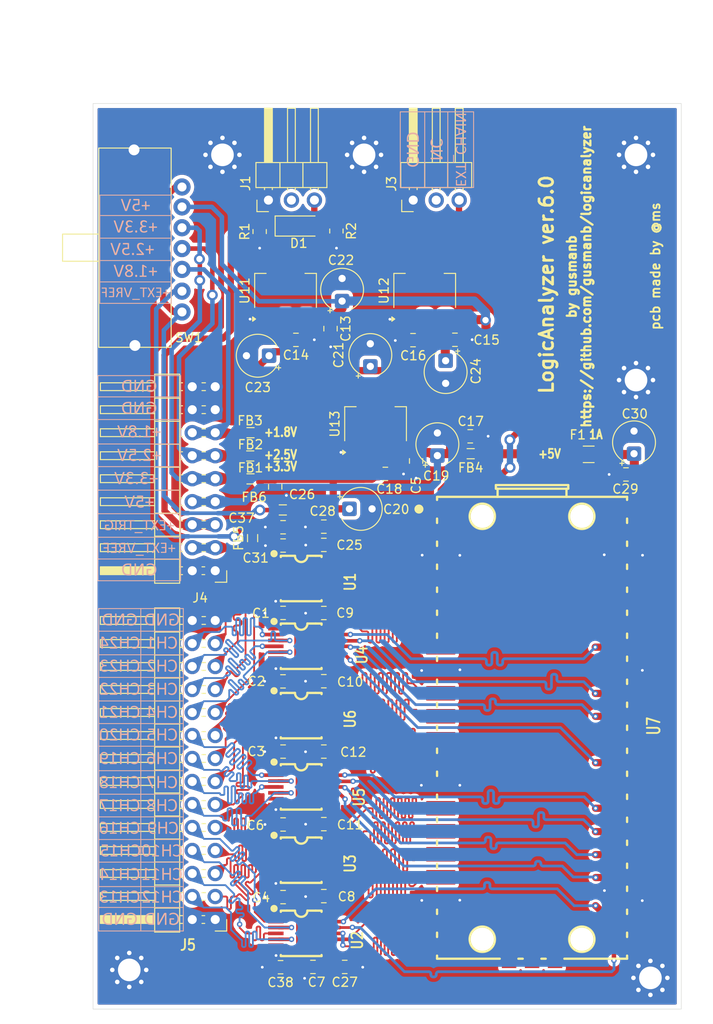
<source format=kicad_pcb>
(kicad_pcb (version 20241229) (generator "pcbnew") (generator_version "9.0")
  (layers (0 "F.Cu" signal) (4 "In1.Cu" signal) (6 "In2.Cu" signal) (2 "B.Cu" signal) (13 "F.Paste" user) (15 "B.Paste" user) (5 "F.SilkS" user "F.Silkscreen") (7 "B.SilkS" user "B.Silkscreen") (1 "F.Mask" user) (3 "B.Mask" user) (25 "Edge.Cuts" user))
  (net 0 "")
  (net 1 "/VREF")
  (net 2 "GND")
  (net 3 "/POWER_3v3")
  (net 4 "/EXT_CHAIN")
  (net 5 "/EXT_TRIG")
  (net 7 "/POWER_5v")
  (net 8 "/DIN14")
  (net 9 "/DIN7")
  (net 10 "/DIN8")
  (net 11 "/DIN2")
  (net 12 "/EXT_VREF")
  (net 13 "/DIN20")
  (net 14 "/DIN3")
  (net 15 "/DIN11")
  (net 16 "/DIN18")
  (net 17 "/DIN10")
  (net 18 "/DIN21")
  (net 19 "/DIN6")
  (net 20 "/DIN12")
  (net 21 "/DIN19")
  (net 22 "/DIN16")
  (net 23 "/DIN17")
  (net 24 "/DIN22")
  (net 25 "/DIN15")
  (net 26 "/DIN9")
  (net 27 "/DIN1")
  (net 28 "/DIN24")
  (net 29 "/DIN23")
  (net 30 "/DIN4")
  (net 31 "/DIN5")
  (net 32 "/DIN13")
  (net 34 "/DOUT1")
  (net 35 "/DOUT3")
  (net 36 "/DOUT4")
  (net 39 "/DOUT2")
  (net 40 "/DOUT13")
  (net 41 "/DOUT16")
  (net 42 "/DOUT15")
  (net 44 "/DOUT14")
  (net 46 "/DOUT11")
  (net 47 "/DOUT9")
  (net 48 "/DOUT12")
  (net 49 "/DOUT10")
  (net 52 "/DOUT22")
  (net 54 "/DOUT24")
  (net 55 "/DOUT21")
  (net 57 "/DOUT23")
  (net 58 "/DOUT18")
  (net 60 "/DOUT20")
  (net 62 "/DOUT17")
  (net 63 "/DOUT19")
  (net 64 "/DOUT5")
  (net 65 "/DOUT6")
  (net 67 "/DOUT7")
  (net 68 "/DOUT8")
  (net 78 "Net-(U11-VO)")
  (net 79 "Net-(U12-VO)")
  (net 80 "/POWER_3v3_F")
  (net 81 "Net-(U7-VBUS)")
  (net 82 "/POWER_2v5")
  (net 83 "/POWER_1v8")
  (net 84 "Net-(FB5-Pad2)")
  (net 85 "Net-(FB6-Pad2)")
  (net 87 "Net-(F1-Pad2)")
  (footprint "Package_TO_SOT_SMD:SOT-223-3_TabPin2" (layer "F.Cu") (at 133.2175 79.72 90)
    (property "Reference" "U13")
    (property "Value" "AMS1117-3.3")
  )
  (footprint "jitx-design:TSSOP_14_L5_0_W4_4_P0_65_LS6_4_BL_1" (layer "F.Cu") (at 125 119.79 -90)
    (property "Reference" "U5")
    (property "Value" "TXU0104PWR")
  )
  (footprint "Fuse:Fuse_1206_3216Metric_Pad1.42x1.75mm_HandSolder" (layer "F.Cu") (at 156.77 83.07 180)
    (property "Reference" "F1")
    (property "Value" "SMD1206P050TF/13.2")
  )
  (footprint "Capacitor_SMD:C_0805_2012Metric" (layer "F.Cu") (at 122.99 108.14)
    (property "Reference" "C2")
    (property "Value" "100n")
  )
  (footprint "Capacitor_SMD:C_0805_2012Metric" (layer "F.Cu") (at 143.68 81.08 180)
    (property "Reference" "C17")
    (property "Value" "100n")
  )
  (footprint "Inductor_SMD:L_0805_2012Metric" (layer "F.Cu") (at 119.4 80.68 180)
    (property "Reference" "FB3")
    (property "Value" "BLM21HE122SN1L")
  )
  (footprint "Capacitor_SMD:C_0805_2012Metric" (layer "F.Cu") (at 129.81 139.67 180)
    (property "Reference" "C27")
    (property "Value" "1u")
  )
  (footprint "Capacitor_SMD:C_0805_2012Metric" (layer "F.Cu") (at 141.99 70.42 180)
    (property "Reference" "C15")
    (property "Value" "100n")
  )
  (footprint "Przelaczniki:XKB Connection SS15E01L5" (layer "F.Cu") (at 106.63 60.25 90)
    (property "Reference" "SW1")
    (property "Value" "SS15E01L5")
  )
  (footprint "Package_TO_SOT_SMD:SOT-223-3_TabPin2" (layer "F.Cu") (at 123.27 65 90)
    (property "Reference" "U11")
    (property "Value" "AMS1117-1.8")
  )
  (footprint "Resistor_SMD:R_0805_2012Metric" (layer "F.Cu") (at 128.89 58.41 -90)
    (property "Reference" "R2")
    (property "Value" "8K2")
  )
  (footprint "jitx-design:COMM_SMD_L51_0_W21_0_P2_54_SC0916" (layer "F.Cu") (at 150.5125 112.69 -90)
    (property "Reference" "U7")
    (property "Value" "PICO")
  )
  (footprint "MountingHole:MountingHole_2.5mm_Pad_Via" (layer "F.Cu") (at 162 50)
    (property "Reference" "H3" (hide yes))
    (property "Value" "MountingHole_Pad")
  )
  (footprint "MountingHole:MountingHole_2.2mm_M2" (layer "F.Cu") (at 156.02 89.92)
    (property "Reference" "H9" (hide yes))
    (property "Value" "MountingHole")
  )
  (footprint "Capacitor_SMD:C_0805_2012Metric" (layer "F.Cu") (at 126.3 139.67 180)
    (property "Reference" "C7")
    (property "Value" "100n")
  )
  (footprint "Capacitor_SMD:C_0805_2012Metric" (layer "F.Cu") (at 127.5 131.85 180)
    (property "Reference" "C8")
    (property "Value" "100n")
  )
  (footprint "Capacitor_THT:CP_Radial_Tantal_D4.5mm_P2.50mm" (layer "F.Cu") (at 161.78 82.998856 90)
    (property "Reference" "C30")
    (property "Value" "33u/10V")
  )
  (footprint "Connector_PinHeader_2.54mm:PinHeader_1x03_P2.54mm_Horizontal" (layer "F.Cu") (at 121.38 55 90)
    (property "Reference" "J1")
    (property "Value" "PM254-1-03-W-8.5")
  )
  (footprint "Capacitor_SMD:C_0805_2012Metric" (layer "F.Cu") (at 123 123.94)
    (property "Reference" "C6")
    (property "Value" "100n")
  )
  (footprint "Capacitor_SMD:C_0805_2012Metric" (layer "F.Cu") (at 123 115.89)
    (property "Reference" "C3")
    (property "Value" "100n")
  )
  (footprint "Capacitor_SMD:C_0805_2012Metric" (layer "F.Cu") (at 123 100.58)
    (property "Reference" "C1")
    (property "Value" "100n")
  )
  (footprint "Capacitor_SMD:C_0805_2012Metric" (layer "F.Cu") (at 134.3 85.23 180)
    (property "Reference" "C18")
    (property "Value" "100n")
  )
  (footprint "Capacitor_SMD:C_0805_2012Metric" (layer "F.Cu") (at 137.36 70.46)
    (property "Reference" "C16")
    (property "Value" "100n")
  )
  (footprint "Connector_PinHeader_2.54mm:PinHeader_2x14_P2.54mm_Horizontal" (layer "F.Cu") (at 115.5 134.435 180)
    (property "Reference" "J5")
    (property "Value" "PZ254-2-14-W-8.5")
  )
  (footprint "jitx-design:TSSOP_14_L5_0_W4_4_P0_65_LS6_4_BL_5" (layer "F.Cu") (at 125 96.78 -90)
    (property "Reference" "U1")
    (property "Value" "TXU0104PWR")
  )
  (footprint "Capacitor_THT:CP_Radial_Tantal_D4.5mm_P2.50mm" (layer "F.Cu") (at 140.96 72.731144 -90)
    (property "Reference" "C24")
    (property "Value" "22u/10V")
  )
  (footprint "Connector_PinHeader_2.54mm:PinHeader_1x03_P2.54mm_Horizontal" (layer "F.Cu") (at 137.38 55 90)
    (property "Reference" "J3")
    (property "Value" "DZ254W-11-03-65")
  )
  (footprint "Capacitor_THT:CP_Radial_Tantal_D4.5mm_P2.50mm" (layer "F.Cu") (at 132.64 73.358856 90)
    (property "Reference" "C21")
    (property "Value" "22u/10V")
  )
  (footprint "Diode_SMD:D_MiniMELF" (layer "F.Cu") (at 124.78 57.86)
    (property "Reference" "D1")
    (property "Value" "LL4148")
  )
  (footprint "jitx-design:TSSOP_14_L5_0_W4_4_P0_65_LS6_4_BL" (layer "F.Cu") (at 125 127.8815 -90)
    (property "Reference" "U3")
    (property "Value" "TXU0104PWR")
  )
  (footprint "MountingHole:MountingHole_2.2mm_M2" (layer "F.Cu") (at 156.01 136.62)
    (property "Reference" "H7" (hide yes))
    (property "Value" "MountingHole")
  )
  (footprint "MountingHole:MountingHole_2.5mm_Pad_Via" (layer "F.Cu") (at 131.95 50)
    (property "Reference" "H2" (hide yes))
    (property "Value" "MountingHole_Pad")
  )
  (footprint "Capacitor_SMD:C_0805_2012Metric" (layer "F.Cu") (at 127.5 123.9 180)
    (property "Reference" "C11")
    (property "Value" "100n")
  )
  (footprint "Inductor_SMD:L_0805_2012Metric" (layer "F.Cu") (at 119.63 92.32 90)
    (property "Reference" "FB5")
    (property "Value" "BLM21HE122SN1L")
  )
  (footprint "Inductor_SMD:L_0805_2012Metric" (layer "F.Cu") (at 119.4 85.78 180)
    (property "Reference" "FB1")
    (property "Value" "BLM21HE122SN1L")
  )
  (footprint "jitx-design:TSSOP_14_L5_0_W4_4_P0_65_LS6_4_BL_2" (layer "F.Cu") (at 125 111.92 -90)
    (property "Reference" "U6")
    (property "Value" "TXU0104PWR")
  )
  (footprint "MountingHole:MountingHole_2.2mm_M2" (layer "F.Cu") (at 144.99 89.92)
    (property "Reference" "H10" (hide yes))
    (property "Value" "MountingHole")
  )
  (footprint "MountingHole:MountingHole_2.5mm_Pad_Via" (layer "F.Cu") (at 162 74.87)
    (property "Reference" "H4" (hide yes))
    (property "Value" "MountingHole_Pad")
  )
  (footprint "Capacitor_SMD:C_0805_2012Metric" (layer "F.Cu") (at 123 91.12 180)
    (property "Reference" "C37")
    (property "Value" "1u")
  )
  (footprint "Capacitor_THT:CP_Radial_Tantal_D4.5mm_P2.50mm" (layer "F.Cu") (at 140.05 83.208856 90)
    (property "Reference" "C19")
    (property "Value" "22u/10V")
  )
  (footprint "Capacitor_SMD:C_0805_2012Metric" (layer "F.Cu") (at 122.72 139.7 180)
    (property "Reference" "C38")
    (property "Value" "1u")
  )
  (footprint "Capacitor_SMD:C_0805_2012Metric" (layer "F.Cu") (at 122.13 86.65 90)
    (property "Reference" "C26")
    (property "Value" "100n")
  )
  (footprint "Inductor_SMD:L_0805_2012Metric" (layer "F.Cu") (at 143.73 83 180)
    (property "Reference" "FB4")
    (property "Value" "BLM21HE122SN1L")
  )
  (footprint "Capacitor_SMD:C_0805_2012Metric" (layer "F.Cu") (at 127.5 91.05)
    (property "Reference" "C28")
    (property "Value" "1u")
  )
  (footprint "Capacitor_SMD:C_0805_2012Metric" (layer "F.Cu") (at 123 93.14 180)
    (property "Reference" "C31")
    (property "Value" "100n")
  )
  (footprint "Inductor_SMD:L_0805_2012Metric" (layer "F.Cu") (at 122.97 89.21 180)
    (property "Reference" "FB6")
    (property "Value" "BLM21HE122SN1L")
  )
  (footprint "Capacitor_SMD:C_0805_2012Metric" (layer "F.Cu") (at 124.42 70.43 180)
    (property "Reference" "C14")
    (property "Value" "100n")
  )
  (footprint "Capacitor_SMD:C_0805_2012Metric" (layer "F.Cu") (at 160.89 85.29)
    (property "Reference" "C29")
    (property "Value" "100n")
  )
  (footprint "Capacitor_SMD:C_0805_2012Metric" (layer "F.Cu") (at 127.5 115.89 180)
    (property "Reference" "C12")
    (property "Value" "100n")
  )
  (footprint "Capacitor_SMD:C_0805_2012Metric" (layer "F.Cu") (at 128.24 69.19 -90)
    (property "Reference" "C13")
    (property "Value" "100n")
  )
  (footprint "jitx-design:TSSOP_14_L5_0_W4_4_P0_65_LS6_4_BL_4" (layer "F.Cu") (at 125 135.9615 -90)
    (property "Reference" "U2")
    (property "Value" "TXU0104PWR")
  )
  (footprint "MountingHole:MountingHole_2.5mm_Pad_Via" (layer "F.Cu") (at 163.59 140.88)
    (property "Reference" "H5" (hide yes))
    (property "Value" "MountingHole_Pad")
  )
  (footprint "Resistor_SMD:R_0805_2012Metric" (layer "F.Cu") (at 120.41 58.47 90)
    (property "Reference" "R1")
    (property "Value" "100K")
  )
  (footprint "Package_TO_SOT_SMD:SOT-223-3_TabPin2" (layer "F.Cu") (at 138.65 65 90)
    (property "Reference" "U12")
    (property "Value" "AMS1117-2.5")
  )
  (footprint "Inductor_SMD:L_0805_2012Metric" (layer "F.Cu") (at 119.37 83.25 180)
    (property "Reference" "FB2")
    (property "Value" "BLM21HE122SN1L")
  )
  (footprint "MountingHole:MountingHole_2.5mm_Pad_Via" (layer "F.Cu") (at 106 140)
    (property "Reference" "H6" (hide yes))
    (property "Value" "MountingHole_Pad")
  )
  (footprint "Capacitor_SMD:C_0805_2012Metric" (layer "F.Cu") (at 137.7 83.8 -90)
    (property "Reference" "C5")
    (property "Value" "100n")
  )
  (footprint "Capacitor_SMD:C_0805_2012Metric" (layer "F.Cu") (at 123 131.96)
    (property "Reference" "C4")
    (property "Value" "100n")
  )
  (footprint "Capacitor_SMD:C_0805_2012Metric" (layer "F.Cu") (at 127.5 108.12 180)
    (property "Reference" "C10")
    (property "Value" "100n")
  )
  (footprint "Connector_PinHeader_2.54mm:PinHeader_2x09_P2.54mm_Horizontal" (layer "F.Cu") (at 115.5 95.92 180)
    (property "Reference" "J4")
    (property "Value" "PZ254R-12-18P")
  )
  (footprint "MountingHole:MountingHole_2.2mm_M2" (layer "F.Cu") (at 145 136.61)
    (property "Reference" "H8" (hide yes))
    (property "Value" "MountingHole")
  )
  (footprint "Capacitor_SMD:C_0805_2012Metric" (layer "F.Cu") (at 127.5 93.07 180)
    (property "Reference" "C25")
    (property "Value" "100n")
  )
  (footprint "Capacitor_SMD:C_0805_2012Metric" (layer "F.Cu") (at 127.5 100.59 180)
    (property "Reference" "C9")
    (property "Value" "100n")
  )
  (footprint "Capacitor_THT:CP_Radial_Tantal_D4.5mm_P2.50mm" (layer "F.Cu") (at 129.52 66.148856 90)
    (property "Reference" "C22")
    (property "Value" "22u/10V")
  )
  (footprint "jitx-design:TSSOP_14_L5_0_W4_4_P0_65_LS6_4_BL_3" (layer "F.Cu") (at 125 104.26 -90)
    (property "Reference" "U4")
    (property "Value" "TXU0104PWR")
  )
  (footprint "MountingHole:MountingHole_2.5mm_Pad_Via" (layer "F.Cu") (at 116.3 50)
    (property "Reference" "H1" (hide yes))
    (property "Value" "MountingHole_Pad")
  )
  (footprint "Capacitor_THT:CP_Radial_Tantal_D4.5mm_P2.50mm" (layer "F.Cu") (at 121.45 72.18 180)
    (property "Reference" "C23")
    (property "Value" "22u/10V")
  )
  (footprint "Capacitor_THT:CP_Radial_Tantal_D4.5mm_P2.50mm" (layer "F.Cu") (at 130.331144 89.09)
    (property "Reference" "C20")
    (property "Value" "22u/10V")
  )
  (gr_rect (start 102 44.33) (end 167 144.33) (stroke (width 0.05)) (fill no) (layer "Edge.Cuts"))
  (gr_text "pcb made by @ms" (at 164.73 69.45 90) (layer "F.SilkS") (effects (font (size 1 1) (thickness 0.2) (bold yes)) (justify left bottom)))
  (gr_text "+3.3V" (at 120.8 85 0) (layer "F.SilkS") (effects (font (size 1 0.8) (thickness 0.2) (bold yes)) (justify left bottom)))
  (gr_text "LogicAnalyzer ver.6.0" (at 152.98 76.55 90) (layer "F.SilkS") (effects (font (size 1.5 1.5) (thickness 0.3) (bold yes)) (justify left bottom)))
  (gr_text "+1.8V" (at 120.8 81.2 0) (layer "F.SilkS") (effects (font (size 1 0.8) (thickness 0.2) (bold yes)) (justify left bottom)))
  (gr_text "by gusmanb\nhttps://github.com/gusmanb/logicanalyzer" (at 157.09 63.45 90) (layer "F.SilkS") (effects (font (size 1 1) (thickness 0.25) (bold yes)) (justify bottom)))
  (gr_text "1A" (at 157.57 81.46 0) (layer "F.SilkS") (effects (font (size 1 0.8) (thickness 0.2) (bold yes)) (justify bottom)))
  (gr_text "+5V" (at 151.1 83.6 0) (layer "F.SilkS") (effects (font (size 1 0.8) (thickness 0.2) (bold yes)) (justify left bottom)))
  (gr_text "+2.5V" (at 120.8 83.7 0) (layer "F.SilkS") (effects (font (size 1 0.8) (thickness 0.2) (bold yes)) (justify left bottom)))
  (table (column_count 1) (layer "B.SilkS") (border (external yes) (header yes) (stroke (width 0.1))) (separators (rows yes) (cols yes) (stroke (width 0.1))) (column_widths 7.89) (row_heights 2.25 2.5 2.47 2.36 2.37) (cells (table_cell "+5V" (start 102.75 54.45) (end 110.64 56.7) (margins 1.0025 1.0025 1.0025 1.0025) (span 1 1) (layer "B.SilkS") (effects (font (face "Calibri") (size 1.5 1.5)) (justify mirror))) (table_cell "+3.3V" (start 102.75 56.7) (end 110.64 59.2) (margins 1.0025 1.0025 1.0025 1.0025) (span 1 1) (layer "B.SilkS") (effects (font (face "Calibri") (size 1.5 1.5)) (justify mirror))) (table_cell "+2.5V" (start 102.75 59.2) (end 110.64 61.67) (margins 1.0025 1.0025 1.0025 1.0025) (span 1 1) (layer "B.SilkS") (effects (font (face "Calibri") (size 1.5 1.5)) (justify mirror))) (table_cell "+1.8V" (start 102.75 61.67) (end 110.64 64.03) (margins 1.0025 1.0025 1.0025 1.0025) (span 1 1) (layer "B.SilkS") (effects (font (face "Calibri") (size 1.5 1.5)) (justify mirror))) (table_cell "+EXT_VREF" (start 102.75 64.03) (end 110.64 66.4) (margins 1.0025 1.0025 1.0025 1.0025) (span 1 1) (layer "B.SilkS") (effects (font (face "Calibri") (size 1.2 1.2)) (justify mirror)))))
  (table (column_count 1) (layer "B.SilkS") (border (external yes) (header yes) (stroke (width 0.1))) (separators (rows yes) (cols yes) (stroke (width 0.1))) (column_widths 8.35) (row_heights 2.85 2.55 2.7) (cells (table_cell "EXT_CHAIN" (start 144.05 45.25) (end 141.2 53.6) (margins 1.0025 1.0025 1.0025 1.0025) (span 1 1) (angle 270) (layer "B.SilkS") (effects (font (face "Calibri") (size 1.27 1.27)) (justify mirror))) (table_cell "NC" (start 141.2 45.25) (end 138.65 53.6) (margins 1.0025 1.0025 1.0025 1.0025) (span 1 1) (angle 270) (layer "B.SilkS") (effects (font (face "Calibri") (size 1.5 1.5)) (justify mirror))) (table_cell "GND" (start 138.65 45.25) (end 135.95 53.6) (margins 1.0025 1.0025 1.0025 1.0025) (span 1 1) (angle 270) (layer "B.SilkS") (effects (font (face "Calibri") (size 1.5 1.5)) (justify mirror)))))
  (table (column_count 2) (layer "B.SilkS") (border (external yes) (header yes) (stroke (width 0.1))) (separators (rows yes) (cols yes) (stroke (width 0.1))) (column_widths 4.65 4.7) (row_heights 2.5 2.6 2.5 2.6 2.5 2.5 2.7 2.6 2.5 2.5 2.5 2.7 2.3 2.6) (cells (table_cell "GND" (start 102.625 100.1) (end 107.275 102.6) (margins 1.0025 1.0025 1.0025 1.0025) (span 1 1) (layer "B.SilkS") (effects (font (face "Calibri") (size 1.5 1.5)) (justify mirror))) (table_cell "GND" (start 107.275 100.1) (end 111.975 102.6) (margins 1.0025 1.0025 1.0025 1.0025) (span 1 1) (layer "B.SilkS") (effects (font (face "Calibri") (size 1.5 1.5)) (justify mirror))) (table_cell "CH24" (start 102.625 102.6) (end 107.275 105.2) (margins 1.0025 1.0025 1.0025 1.0025) (span 1 1) (layer "B.SilkS") (effects (font (face "Calibri") (size 1.5 1.5)) (justify mirror))) (table_cell "CH1" (start 107.275 102.6) (end 111.975 105.2) (margins 1.0025 1.0025 1.0025 1.0025) (span 1 1) (layer "B.SilkS") (effects (font (face "Calibri") (size 1.5 1.5)) (justify mirror))) (table_cell "CH23" (start 102.625 105.2) (end 107.275 107.7) (margins 1.0025 1.0025 1.0025 1.0025) (span 1 1) (layer "B.SilkS") (effects (font (face "Calibri") (size 1.5 1.5)) (justify mirror))) (table_cell "CH2" (start 107.275 105.2) (end 111.975 107.7) (margins 1.0025 1.0025 1.0025 1.0025) (span 1 1) (layer "B.SilkS") (effects (font (face "Calibri") (size 1.5 1.5)) (justify mirror))) (table_cell "CH22" (start 102.625 107.7) (end 107.275 110.3) (margins 1.0025 1.0025 1.0025 1.0025) (span 1 1) (layer "B.SilkS") (effects (font (face "Calibri") (size 1.5 1.5)) (justify mirror))) (table_cell "CH3" (start 107.275 107.7) (end 111.975 110.3) (margins 1.0025 1.0025 1.0025 1.0025) (span 1 1) (layer "B.SilkS") (effects (font (face "Calibri") (size 1.5 1.5)) (justify mirror))) (table_cell "CH21" (start 102.625 110.3) (end 107.275 112.8) (margins 1.0025 1.0025 1.0025 1.0025) (span 1 1) (layer "B.SilkS") (effects (font (face "Calibri") (size 1.5 1.5)) (justify mirror))) (table_cell "CH4" (start 107.275 110.3) (end 111.975 112.8) (margins 1.0025 1.0025 1.0025 1.0025) (span 1 1) (layer "B.SilkS") (effects (font (face "Calibri") (size 1.5 1.5)) (justify mirror))) (table_cell "CH20" (start 102.625 112.8) (end 107.275 115.3) (margins 1.0025 1.0025 1.0025 1.0025) (span 1 1) (layer "B.SilkS") (effects (font (face "Calibri") (size 1.5 1.5)) (justify mirror))) (table_cell "CH5" (start 107.275 112.8) (end 111.975 115.3) (margins 1.0025 1.0025 1.0025 1.0025) (span 1 1) (layer "B.SilkS") (effects (font (face "Calibri") (size 1.5 1.5)) (justify mirror))) (table_cell "CH19" (start 102.625 115.3) (end 107.275 118) (margins 1.0025 1.0025 1.0025 1.0025) (span 1 1) (layer "B.SilkS") (effects (font (face "Calibri") (size 1.5 1.5)) (justify mirror))) (table_cell "CH6" (start 107.275 115.3) (end 111.975 118) (margins 1.0025 1.0025 1.0025 1.0025) (span 1 1) (layer "B.SilkS") (effects (font (face "Calibri") (size 1.5 1.5)) (justify mirror))) (table_cell "CH18" (start 102.625 118) (end 107.275 120.6) (margins 1.0025 1.0025 1.0025 1.0025) (span 1 1) (layer "B.SilkS") (effects (font (face "Calibri") (size 1.5 1.5)) (justify mirror))) (table_cell "CH7" (start 107.275 118) (end 111.975 120.6) (margins 1.0025 1.0025 1.0025 1.0025) (span 1 1) (layer "B.SilkS") (effects (font (face "Calibri") (size 1.5 1.5)) (justify mirror))) (table_cell "CH17" (start 102.625 120.6) (end 107.275 123.1) (margins 1.0025 1.0025 1.0025 1.0025) (span 1 1) (layer "B.SilkS") (effects (font (face "Calibri") (size 1.5 1.5)) (justify mirror))) (table_cell "CH8" (start 107.275 120.6) (end 111.975 123.1) (margins 1.0025 1.0025 1.0025 1.0025) (span 1 1) (layer "B.SilkS") (effects (font (face "Calibri") (size 1.5 1.5)) (justify mirror))) (table_cell "CH16" (start 102.625 123.1) (end 107.275 125.6) (margins 1.0025 1.0025 1.0025 1.0025) (span 1 1) (layer "B.SilkS") (effects (font (face "Calibri") (size 1.5 1.5)) (justify mirror))) (table_cell "CH9" (start 107.275 123.1) (end 111.975 125.6) (margins 1.0025 1.0025 1.0025 1.0025) (span 1 1) (layer "B.SilkS") (effects (font (face "Calibri") (size 1.5 1.5)) (justify mirror))) (table_cell "CH15" (start 102.625 125.6) (end 107.275 128.1) (margins 1.0025 1.0025 1.0025 1.0025) (span 1 1) (layer "B.SilkS") (effects (font (face "Calibri") (size 1.5 1.5)) (justify mirror))) (table_cell "CH10" (start 107.275 125.6) (end 111.975 128.1) (margins 1.0025 1.0025 1.0025 1.0025) (span 1 1) (layer "B.SilkS") (effects (font (face "Calibri") (size 1.5 1.5)) (justify mirror))) (table_cell "CH14" (start 102.625 128.1) (end 107.275 130.8) (margins 1.0025 1.0025 1.0025 1.0025) (span 1 1) (layer "B.SilkS") (effects (font (face "Calibri") (size 1.5 1.5)) (justify mirror))) (table_cell "CH11" (start 107.275 128.1) (end 111.975 130.8) (margins 1.0025 1.0025 1.0025 1.0025) (span 1 1) (layer "B.SilkS") (effects (font (face "Calibri") (size 1.5 1.5)) (justify mirror))) (table_cell "CH13" (start 102.625 130.8) (end 107.275 133.1) (margins 1.0025 1.0025 1.0025 1.0025) (span 1 1) (layer "B.SilkS") (effects (font (face "Calibri") (size 1.5 1.5)) (justify mirror))) (table_cell "CH12" (start 107.275 130.8) (end 111.975 133.1) (margins 1.0025 1.0025 1.0025 1.0025) (span 1 1) (layer "B.SilkS") (effects (font (face "Calibri") (size 1.5 1.5)) (justify mirror))) (table_cell "GND" (start 102.625 133.1) (end 107.275 135.7) (margins 1.0025 1.0025 1.0025 1.0025) (span 1 1) (layer "B.SilkS") (effects (font (face "Calibri") (size 1.5 1.5)) (justify mirror))) (table_cell "GND" (start 107.275 133.1) (end 111.975 135.7) (margins 1.0025 1.0025 1.0025 1.0025) (span 1 1) (layer "B.SilkS") (effects (font (face "Calibri") (size 1.5 1.5)) (justify mirror)))))
  (table (column_count 1) (layer "B.SilkS") (border (external yes) (header yes) (stroke (width 0.1))) (separators (rows yes) (cols yes) (stroke (width 0.1))) (column_widths 9.15) (row_heights 2.35 2.5 2.7 2.5 2.6 2.6 2.6 2.4 2.4) (cells (table_cell "GND" (start 102.525 74.375) (end 111.675 76.725) (margins 1.0025 1.0025 1.0025 1.0025) (span 1 1) (layer "B.SilkS") (effects (font (face "Calibri") (size 1.5 1.5)) (justify mirror))) (table_cell "GND" (start 102.525 76.725) (end 111.675 79.225) (margins 1.0025 1.0025 1.0025 1.0025) (span 1 1) (layer "B.SilkS") (effects (font (face "Calibri") (size 1.5 1.5)) (justify mirror))) (table_cell "+1.8V" (start 102.525 79.225) (end 111.675 81.925) (margins 1.0025 1.0025 1.0025 1.0025) (span 1 1) (layer "B.SilkS") (effects (font (face "Calibri") (size 1.5 1.5)) (justify mirror))) (table_cell "+2.5V" (start 102.525 81.925) (end 111.675 84.425) (margins 1.0025 1.0025 1.0025 1.0025) (span 1 1) (layer "B.SilkS") (effects (font (face "Calibri") (size 1.5 1.5)) (justify mirror))) (table_cell "+3.3V" (start 102.525 84.425) (end 111.675 87.025) (margins 1.0025 1.0025 1.0025 1.0025) (span 1 1) (layer "B.SilkS") (effects (font (face "Calibri") (size 1.5 1.5)) (justify mirror))) (table_cell "+5V" (start 102.525 87.025) (end 111.675 89.625) (margins 1.0025 1.0025 1.0025 1.0025) (span 1 1) (layer "B.SilkS") (effects (font (face "Calibri") (size 1.5 1.5)) (justify mirror))) (table_cell "+EXT_TRIG" (start 102.525 89.625) (end 111.675 92.225) (margins 1.0025 1.0025 1.0025 1.0025) (span 1 1) (layer "B.SilkS") (effects (font (face "Calibri") (size 1.27 1.27)) (justify mirror))) (table_cell "+EXT_VREF" (start 102.525 92.225) (end 111.675 94.625) (margins 1.0025 1.0025 1.0025 1.0025) (span 1 1) (layer "B.SilkS") (effects (font (face "Calibri") (size 1.27 1.27)) (justify mirror))) (table_cell "GND" (start 102.525 94.625) (end 111.675 97.025) (margins 1.0025 1.0025 1.0025 1.0025) (span 1 1) (layer "B.SilkS") (effects (font (face "Calibri") (size 1.5 1.5)) (justify mirror)))))
  (segment (start 124.64 138.02) (end 124.64 134.655125) (width 0.4) (layer "F.Cu") (net 1))
  (segment (start 123.4925 94.8375) (end 122.2 94.8375) (width 0.5) (layer "F.Cu") (net 1))
  (segment (start 124.49 103.06) (end 124.49 107.58) (width 0.5) (layer "F.Cu") (net 1))
  (segment (start 123.84 115.89) (end 123.84 117.685) (width 0.5) (layer "F.Cu") (net 1))
  (segment (start 123.87 93.01) (end 123.87 94.07) (width 0.5) (layer "F.Cu") (net 1))
  (segment (start 123.64 114.41425) (end 123.64 115.36575) (width 0.5) (layer "F.Cu") (net 1))
  (segment (start 123.36625 102.27375) (end 123.91 101.73) (width 0.5) (layer "F.Cu") (net 1))
  (segment (start 123.65 100.28) (end 123.95 100.58) (width 0.5) (layer "F.Cu") (net 1))
  (segment (start 123.43 109.9765) (end 123.64 109.9765) (width 0.5) (layer "F.Cu") (net 1))
  (segment (start 124.64 134.655125) (end 123.85 133.865125) (width 0.4) (layer "F.Cu") (net 1))
  (segment (start 123.91 101.73) (end 123.91 100.58) (width 0.5) (layer "F.Cu") (net 1))
  (segment (start 123.67 139.7) (end 123.67 138.99) (width 0.4) (layer "F.Cu") (net 1))
  (segment (start 123.84 108.15) (end 123.98 108.29) (width 0.5) (layer "F.Cu") (net 1))
  (segment (start 124.64 118.47) (end 124.64 122.91) (width 0.5) (layer "F.Cu") (net 1))
  (segment (start 123.96 89.2825) (end 124.0325 89.21) (width 0.5) (layer "F.Cu") (net 1))
  (segment (start 123.64 109.9765) (end 123.64 114.5285) (width 0.5) (layer "F.Cu") (net 1))
  (segment (start 123.94 108.14) (end 123.43 108.65) (width 0.5) (layer "F.Cu") (net 1))
  (segment (start 123.6 125.916) (end 123.59 125.906) (width 0.5) (layer "F.Cu") (net 1))
  (segment (start 122.5 117.8475) (end 123.6775 117.8475) (width 0.4) (layer "F.Cu") (net 1))
  (segment (start 122.59 102.3175) (end 123.7475 102.3175) (width 0.4) (layer "F.Cu") (net 1))
  (segment (start 123.7475 102.3175) (end 124.49 103.06) (width 0.5) (layer "F.Cu") (net 1))
  (segment (start 123.43 108.65) (end 123.43 109.9765) (width 0.5) (layer "F.Cu") (net 1))
  (segment (start 124.0175 117.8475) (end 124.64 118.47) (width 0.5) (layer "F.Cu") (net 1))
  (segment (start 123.696125 134.019) (end 123.85 133.865125) (width 0.4) (layer "F.Cu") (net 1))
  (segment (start 123.85 131.774875) (end 123.85 133.865125) (width 0.5) (layer "F.Cu") (net 1))
  (segment (start 123.639 109.9775) (end 123.64 109.9765) (width 0.4) (layer "F.Cu") (net 1))
  (segment (start 124.49 107.58) (end 123.95 108.12) (width 0.5) (layer "F.Cu") (net 1))
  (segment (start 122.548 134.019) (end 123.696125 134.019) (width 0.4) (layer "F.Cu") (net 1))
  (segment (start 123.84 117.685) (end 123.6775 117.8475) (width 0.5) (layer "F.Cu") (net 1))
  (segment (start 123.89 94.44) (end 123.4925 94.8375) (width 0.5) (layer "F.Cu") (net 1))
  (segment (start 122.53 109.9775) (end 123.639 109.9775) (width 0.4) (layer "F.Cu") (net 1))
  (segment (start 123.65 94.68) (end 123.65 100.28) (width 0.5) (layer "F.Cu") (net 1))
  (segment (start 123.6 131.2485) (end 123.6 125.916) (width 0.5) (layer "F.Cu") (net 1))
  (segment (start 123.89 94.44) (end 123.65 94.68) (width 0.5) (layer "F.Cu") (net 1))
  (segment (start 123.89 93.07) (end 123.89 94.44) (width 0.5) (layer "F.Cu") (net 1))
  (segment (start 123.6775 117.8475) (end 124.0175 117.8475) (width 0.5) (layer "F.Cu") (net 1))
  (segment (start 123.85 131.4985) (end 123.6 131.2485) (width 0.5) (layer "F.Cu") (net 1))
  (segment (start 123.67 138.99) (end 124.64 138.02) (width 0.4) (layer "F.Cu") (net 1))
  (segment (start 123.96 91.12) (end 123.96 89.2825) (width 0.5) (layer "F.Cu") (net 1))
  (segment (start 123.95 93.14) (end 123.95 91.13) (width 0.5) (layer "F.Cu") (net 1))
  (segment (start 123.557 125.939) (end 123.59 125.906) (width 0.4) (layer "F.Cu") (net 1))
  (segment (start 123.59 123.96) (end 123.59 125.906) (width 0.5) (layer "F.Cu") (net 1))
  (segment (start 123.95 91.13) (end 123.96 91.12) (width 0.5) (layer "F.Cu") (net 1))
  (segment (start 122.528 125.939) (end 123.557 125.939) (width 0.4) (layer "F.Cu") (net 1))
  (segment (start 124.64 122.91) (end 123.59 123.96) (width 0.5) (layer "F.Cu") (net 1))
  (segment (start 122.6025 98.73) (end 122.61 98.7375) (width 0.3) (layer "F.Cu") (net 2))
  (segment (start 126.75 115.91) (end 126.77 115.89) (width 0.3) (layer "F.Cu") (net 2))
  (segment (start 126.82 131.9) (end 126.87 131.85) (width 0.3) (layer "F.Cu") (net 2))
  (segment (start 122.291 129.839) (end 122.528 129.839) (width 0.3) (layer "F.Cu") (net 2))
  (segment (start 122.33 93) (end 122.35 93.02) (width 0.3) (layer "F.Cu") (net 2))
  (segment (start 121.9 115.93) (end 121.94 115.89) (width 0.3) (layer "F.Cu") (net 2))
  (segment (start 121.99 100.56) (end 122.01 100.58) (width 0.3) (layer "F.Cu") (net 2))
  (segment (start 138.9395 119.61) (end 138.9425 119.613) (width 0.3) (layer "F.Cu") (net 2))
  (segment (start 122.4825 121.73) (end 122.5 121.7475) (width 0.3) (layer "F.Cu") (net 2))
  (segment (start 126.82 123.92) (end 126.84 123.9) (width 0.3) (layer "F.Cu") (net 2))
  (segment (start 126.79 108.15) (end 126.82 108.12) (width 0.3) (layer "F.Cu") (net 2))
  (segment (start 122.5125 113.86) (end 122.53 113.8775) (width 0.3) (layer "F.Cu") (net 2))
  (segment (start 121.94 115.89) (end 121.94 116.01) (width 0.3) (layer "F.Cu") (net 2))
  (segment (start 122.547 137.92) (end 122.548 137.919) (width 0.3) (layer "F.Cu") (net 2))
  (segment (start 126.75 100.61) (end 126.81 100.55) (width 0.3) (layer "F.Cu") (net 2))
  (via (at 138.28 119.61) (size 0.6) (drill 0.3) (layers "F.Cu" "B.Cu") (net 2))
  (via (at 159.03 85.29) (size 0.6) (drill 0.3) (layers "F.Cu" "B.Cu") (net 2))
  (via (at 121.05 93.15) (size 0.6) (drill 0.3) (layers "F.Cu" "B.Cu") (net 2))
  (via (at 142.53 119.61) (size 0.6) (drill 0.3) (layers "F.Cu" "B.Cu") (net 2))
  (via (at 125.49 131.9) (size 0.6) (drill 0.3) (layers "F.Cu" "B.Cu") (net 2))
  (via (at 121 123.94) (size 0.6) (drill 0.3) (layers "F.Cu" "B.Cu") (net 2))
  (via (at 120.96 108.13) (size 0.6) (drill 0.3) (layers "F.Cu" "B.Cu") (net 2))
  (via (at 125.5 93.09) (size 0.6) (drill 0.3) (layers "F.Cu" "B.Cu") (net 2))
  (via (at 122.2 130.45) (size 0.6) (drill 0.3) (layers "F.Cu" "B.Cu") (net 2))
  (via (at 158.51 131.24) (size 0.6) (drill 0.3) (layers "F.Cu" "B.Cu") (net 2))
  (via (at 135.4 70.5) (size 0.6) (drill 0.3) (layers "F.Cu" "B.Cu") (net 2))
  (via (at 142.54 106.86) (size 0.6) (drill 0.3) (layers "F.Cu" "B.Cu") (net 2))
  (via (at 121.01 131.94) (size 0.6) (drill 0.3) (layers "F.Cu" "B.Cu") (net 2))
  (via (at 125.49 100.61) (size 0.6) (drill 0.3) (layers "F.Cu" "B.Cu") (net 2))
  (via (at 125.47 91.09) (size 0.6) (drill 0.3) (layers "F.Cu" "B.Cu") (net 2))
  (via (at 131.8 139.7) (size 0.6) (drill 0.3) (layers "F.Cu" "B.Cu") (net 2))
  (via (at 120.41 60.3) (size 0.6) (drill 0.3) (layers "F.Cu" "B.Cu") (net 2))
  (via (at 122.2 122.3) (size 0.6) (drill 0.3) (layers "F.Cu" "B.Cu") (net 2))
  (via (at 143.89 70.41) (size 0.6) (drill 0.3) (layers "F.Cu" "B.Cu") (net 2))
  (via (at 120.97 115.9) (size 0.6) (drill 0.3) (layers "F.Cu" "B.Cu") (net 2))
  (via (at 128.9 60.3) (size 0.6) (drill 0.3) (layers "F.Cu" "B.Cu") (net 2))
  (via (at 121 100.6) (size 0.6) (drill 0.3) (layers "F.Cu" "B.Cu") (net 2))
  (via (at 134.8 68.15) (size 0.6) (drill 0.3) (layers "F.Cu" "B.Cu") (net 2))
  (via (at 125.49 123.91) (size 0.6) (drill 0.3) (layers "F.Cu" "B.Cu") (net 2))
  (via (at 123.361217 87.609) (size 0.6) (drill 0.3) (layers "F.Cu" "B.Cu") (net 2))
  (via (at 142.525 132.3) (size 0.6) (drill 0.3) (layers "F.Cu" "B.Cu") (net 2))
  (via (at 142.53 94.22) (size 0.6) (drill 0.3) (layers "F.Cu" "B.Cu") (net 2))
  (via (at 122.2 106.73) (size 0.6) (drill 0.3) (layers "F.Cu" "B.Cu") (net 2))
  (via (at 125.375 140.925) (size 0.6) (drill 0.3) (layers "F.Cu" "B.Cu") (net 2))
  (via (at 162.7 106.92) (size 0.6) (drill 0.3) (layers "F.Cu" "B.Cu") (net 2))
  (via (at 129.39 82.85) (size 0.6) (drill 0.3) (layers "F.Cu" "B.Cu") (net 2))
  (via (at 138.37 94.2) (size 0.6) (drill 0.3) (layers "F.Cu" "B.Cu") (net 2))
  (via (at 138.325 132.325) (size 0.6) (drill 0.3) (layers "F.Cu" "B.Cu") (net 2))
  (via (at 125.48 115.91) (size 0.6) (drill 0.3) (layers "F.Cu" "B.Cu") (net 2))
  (via (at 122.22 138.41) (size 0.6) (drill 0.3) (layers "F.Cu" "B.Cu") (net 2))
  (via (at 136.31 85.24) (size 0.6) (drill 0.3) (layers "F.Cu" "B.Cu") (net 2))
  (via (at 122.18 99.29) (size 0.6) (drill 0.3) (layers "F.Cu" "B.Cu") (net 2))
  (via (at 162.72 94.21) (size 0.6) (drill 0.3) (layers "F.Cu" "B.Cu") (net 2))
  (via (at 162.69 132.35) (size 0.6) (drill 0.3) (layers "F.Cu" "B.Cu") (net 2))
  (via (at 126.45 70.42) (size 0.6) (drill 0.3) (layers "F.Cu" "B.Cu") (net 2))
  (via (at 138.31 106.94) (size 0.6) (drill 0.3) (layers "F.Cu" "B.Cu") (net 2))
  (via (at 158.49 94.16) (size 0.6) (drill 0.3) (layers "F.Cu" "B.Cu") (net 2))
  (via (at 137.7 85.7) (size 0.6) (drill 0.3) (layers "F.Cu" "B.Cu") (net 2))
  (via (at 145.66 81.07) (size 0.6) (drill 0.3) (layers "F.Cu" "B.Cu") (net 2))
  (via (at 128.26 71.2) (size 0.6) (drill 0.3) (layers "F.Cu" "B.Cu") (net 2))
  (via (at 122.21 114.38) (size 0.6) (drill 0.3) (layers "F.Cu" "B.Cu") (net 2))
  (via (at 121.04 91.1) (size 0.6) (drill 0.3) (layers "F.Cu" "B.Cu") (net 2))
  (via (at 120.7 139.7) (size 0.6) (drill 0.3) (layers "F.Cu" "B.Cu") (net 2))
  (via (at 119.35 68.14) (size 0.6) (drill 0.3) (layers "F.Cu" "B.Cu") (net 2))
  (via (at 125.48 108.12) (size 0.6) (drill 0.3) (layers "F.Cu" "B.Cu") (net 2))
  (segment (start 113.8 63.94) (end 113.8 61.62) (width 0.5) (layer "F.Cu") (net 3))
  (segment (start 112.94 85.76) (end 115.48 85.76) (width 0.5) (layer "F.Cu") (net 3))
  (segment (start 118.3175 85.76) (end 118.3375 85.78) (width 0.5) (layer "F.Cu") (net 3))
  (segment (start 115.48 85.76) (end 118.3175 85.76) (width 0.8) (layer "F.Cu") (net 3))
  (via (at 113.76 61.5) (size 1.2) (drill 0.7) (layers "F.Cu" "B.Cu") (net 3))
  (via (at 113.79 63.86) (size 1.2) (drill 0.7) (layers "F.Cu" "B.Cu") (net 3))
  (segment (start 111.33 85.76) (end 110.68 85.11) (width 0.5) (layer "B.Cu") (net 3))
  (segment (start 113.43 58.05) (end 111.83 58.05) (width 0.5) (layer "B.Cu") (net 3))
  (segment (start 113.8 68.33) (end 113.8 63.94) (width 0.5) (layer "B.Cu") (net 3))
  (segment (start 113.78 61.48) (end 113.78 58.4) (width 0.5) (layer "B.Cu") (net 3))
  (segment (start 112.76 58.05) (end 111.83 58.05) (width 0.3) (layer "B.Cu") (net 3))
  (segment (start 113.76 61.5) (end 113.78 61.48) (width 0.5) (layer "B.Cu") (net 3))
  (segment (start 110.68 85.11) (end 110.68 71.45) (width 0.5) (layer "B.Cu") (net 3))
  (segment (start 113.78 58.4) (end 113.43 58.05) (width 0.5) (layer "B.Cu") (net 3))
  (segment (start 110.68 71.45) (end 113.8 68.33) (width 0.5) (layer "B.Cu") (net 3))
  (segment (start 112.96 85.76) (end 115.5 85.76) (width 0.5) (layer "B.Cu") (net 3))
  (segment (start 112.94 85.76) (end 111.33 85.76) (width 0.5) (layer "B.Cu") (net 3))
  (segment (start 126.8825 57.5075) (end 126.53 57.86) (width 0.5) (layer "F.Cu") (net 4))
  (segment (start 148.06 81.47) (end 148.9 80.63) (width 0.7) (layer "F.Cu") (net 4))
  (segment (start 148.9 80.63) (end 148.9 63.51) (width 0.7) (layer "F.Cu") (net 4))
  (segment (start 140.425 91.673) (end 140.425 87.045) (width 0.7) (layer "F.Cu") (net 4))
  (segment (start 148.9 63.51) (end 142.44 57.05) (width 0.7) (layer "F.Cu") (net 4))
  (segment (start 126.45 57.07) (end 126.45 55.6335) (width 0.7) (layer "F.Cu") (net 4))
  (segment (start 142.44 57.05) (end 142.44 54.8435) (width 0.7) (layer "F.Cu") (net 4))
  (segment (start 126.43 55.6135) (end 126.43 54.8235) (width 0.5) (layer "F.Cu") (net 4))
  (segment (start 126.45 55.6335) (end 126.43 55.6135) (width 0.5) (layer "F.Cu") (net 4))
  (segment (start 141.82 85.65) (end 146.82 85.65) (width 0.7) (layer "F.Cu") (net 4))
  (segment (start 142.44 57.05) (end 141.9825 57.5075) (width 0.7) (layer "F.Cu") (net 4))
  (segment (start 141.9825 57.5075) (end 126.8825 57.5075) (width 0.7) (layer "F.Cu") (net 4))
  (segment (start 140.425 87.045) (end 141.82 85.65) (width 0.7) (layer "F.Cu") (net 4))
  (segment (start 146.82 85.65) (end 147.945 84.525) (width 0.7) (layer "F.Cu") (net 4))
  (via (at 148.08 84.51) (size 1.2) (drill 0.7) (layers "F.Cu" "B.Cu") (net 4))
  (via (at 148.06 81.47) (size 1.2) (drill 0.7) (layers "F.Cu" "B.Cu") (net 4))
  (segment (start 147.945 84.525) (end 148.07 84.4) (width 0.5) (layer "B.Cu") (net 4))
  (segment (start 148.07 84.4) (end 148.07 81.48) (width 0.7) (layer "B.Cu") (net 4))
  (segment (start 148.07 81.48) (end 148.06 81.47) (width 0.5) (layer "B.Cu") (net 4))
  (segment (start 111.44 90.84) (end 112.94 90.84) (width 0.7) (layer "F.Cu") (net 5))
  (segment (start 116.31 70.3) (end 117.22 69.39) (width 0.7) (layer "F.Cu") (net 5))
  (segment (start 109.9 89.31) (end 109.9 72.1) (width 0.7) (layer "F.Cu") (net 5))
  (segment (start 117.22 69.39) (end 117.22 59.07) (width 0.7) (layer "F.Cu") (net 5))
  (segment (start 112.94 90.84) (end 115.48 90.84) (width 0.7) (layer "F.Cu") (net 5))
  (segment (start 111.7 70.3) (end 116.31 70.3) (width 0.7) (layer "F.Cu") (net 5))
  (segment (start 117.22 59.07) (end 118.6925 57.5975) (width 0.7) (layer "F.Cu") (net 5))
  (segment (start 118.6925 57.5975) (end 122.7675 57.5975) (width 0.7) (layer "F.Cu") (net 5))
  (segment (start 109.9 72.1) (end 111.7 70.3) (width 0.7) (layer "F.Cu") (net 5))
  (segment (start 111.41 90.82) (end 109.9 89.31) (width 0.7) (layer "F.Cu") (net 5))
  (segment (start 122.7675 57.5975) (end 123.03 57.86) (width 0.5) (layer "F.Cu") (net 5))
  (segment (start 112.96 90.84) (end 115.5 90.84) (width 0.5) (layer "B.Cu") (net 5))
  (segment (start 139.32 83.018856) (end 139.348856 82.99) (width 0.5) (layer "F.Cu") (net 7))
  (segment (start 140.92 68.5325) (end 140.8775 68.49) (width 0.5) (layer "F.Cu") (net 7))
  (segment (start 139.348856 82.99) (end 142.5575 82.99) (width 1) (layer "F.Cu") (net 7))
  (segment (start 128.12 68.36) (end 128.24 68.24) (width 0.5) (layer "F.Cu") (net 7))
  (segment (start 140.8775 68.49) (end 140.8875 68.5) (width 0.5) (layer "F.Cu") (net 7))
  (segment (start 129.52 66.96) (end 128.24 68.24) (width 1) (layer "F.Cu") (net 7))
  (segment (start 145.4175 68.5) (end 145.4175 76.5025) (width 1) (layer "F.Cu") (net 7))
  (segment (start 112.94 88.3) (end 115.48 88.3) (width 0.5) (layer "F.Cu") (net 7))
  (segment (start 139.3 82.76) (end 139.43 82.76) (width 0.5) (layer "F.Cu") (net 7))
  (segment (start 142.6 81.08) (end 141.53 81.08) (width 1) (layer "F.Cu") (net 7))
  (segment (start 145.4175 76.5025) (end 141.51 80.41) (width 1) (layer "F.Cu") (net 7))
  (segment (start 139.19 82.87) (end 139.3 82.76) (width 0.5) (layer "F.Cu") (net 7))
  (segment (start 140.92 72.691144) (end 140.96 72.731144) (width 1) (layer "F.Cu") (net 7))
  (segment (start 141.51 81.06) (end 141.51 82.947712) (width 1) (layer "F.Cu") (net 7))
  (segment (start 141.53 81.08) (end 141.51 81.06) (width 0.5) (layer "F.Cu") (net 7))
  (segment (start 125.705 68.23) (end 128.255 68.23) (width 1) (layer "F.Cu") (net 7))
  (segment (start 129.52 66.148856) (end 129.52 66.96) (width 0.5) (layer "F.Cu") (net 7))
  (segment (start 141.51 80.41) (end 141.51 81.06) (width 1) (layer "F.Cu") (net 7))
  (segment (start 140.93875 68.2) (end 145.42125 68.2) (width 1) (layer "F.Cu") (net 7))
  (segment (start 140.92 68.5325) (end 140.92 72.691144) (width 1) (layer "F.Cu") (net 7))
  (segment (start 135.5175 82.87) (end 139.19 82.87) (width 1) (layer "F.Cu") (net 7))
  (segment (start 139.43 82.76) (end 139.79 83.12) (width 0.5) (layer "F.Cu") (net 7))
  (segment (start 145.37 68.5) (end 145.4175 68.5) (width 0.5) (layer "F.Cu") (net 7))
  (via (at 145.37 68.25) (size 1.2) (drill 0.7) (layers "F.Cu" "B.Cu") (net 7))
  (segment (start 116.24 56.86) (end 116.24 62.08) (width 0.5) (layer "B.Cu") (net 7))
  (segment (start 111.83 55.75) (end 115.09 55.75) (width 0.5) (layer "B.Cu") (net 7))
  (segment (start 118.78 88.3) (end 120.371 86.709) (width 0.8) (layer "B.Cu") (net 7))
  (segment (start 139.391572 86.709) (end 140.05 86.050572) (width 0.8) (layer "B.Cu") (net 7))
  (segment (start 145.37 67.391356) (end 145.37 68.25) (width 1) (layer "B.Cu") (net 7))
  (segment (start 115.09 55.75) (end 115.1 55.76) (width 0.5) (layer "B.Cu") (net 7))
  (segment (start 115.14 55.76) (end 116.24 56.86) (width 0.5) (layer "B.Cu") (net 7))
  (segment (start 144.118644 66.14) (end 145.37 67.391356) (width 1) (layer "B.Cu") (net 7))
  (segment (start 116.24 62.08) (end 120.328856 66.168856) (width 0.5) (layer "B.Cu") (net 7))
  (segment (start 115.1 55.76) (end 115.14 55.76) (width 0.5) (layer "B.Cu") (net 7))
  (segment (start 112.96 88.3) (end 115.5 88.3) (width 0.5) (layer "B.Cu") (net 7))
  (segment (start 129.468856 66.14) (end 144.118644 66.14) (width 1) (layer "B.Cu") (net 7))
  (segment (start 120.328856 66.168856) (end 129.44 66.168856) (width 0.5) (layer "B.Cu") (net 7))
  (segment (start 140.05 86.050572) (end 140.05 83.189428) (width 0.8) (layer "B.Cu") (net 7))
  (segment (start 129.44 66.168856) (end 129.468856 66.14) (width 0.5) (layer "B.Cu") (net 7))
  (segment (start 120.371 86.709) (end 139.391572 86.709) (width 0.8) (layer "B.Cu") (net 7))
  (segment (start 115.48 88.3) (end 118.78 88.3) (width 0.8) (layer "B.Cu") (net 7))
  (segment (start 119.434534 135.969) (end 119.077603 135.969) (width 0.2) (layer "F.Cu") (net 8))
  (segment (start 119.077603 135.969) (end 118.829 135.969) (width 0.2) (layer "F.Cu") (net 8))
  (segment (start 120.074534 135.969) (end 120.074534 136.129) (width 0.2) (layer "F.Cu") (net 8))
  (segment (start 119.674534 136.567019) (end 119.674534 136.129) (width 0.2) (layer "F.Cu") (net 8))
  (segment (start 122.5125 135.92) (end 122.55 135.9575) (width 0.3) (layer "F.Cu") (net 8))
  (segment (start 120.714534 136.726993) (end 120.634534 136.726993) (width 0.2) (layer "F.Cu") (net 8))
  (segment (start 122.548 135.969) (end 121.034534 135.969) (width 0.2) (layer "F.Cu") (net 8))
  (segment (start 120.474534 135.969) (end 120.474534 135.371007) (width 0.2) (layer "F.Cu") (net 8))
  (segment (start 120.074534 136.129) (end 120.074534 136.567019) (width 0.2) (layer "F.Cu") (net 8))
  (segment (start 120.474534 136.129) (end 120.474534 135.969) (width 0.2) (layer "F.Cu") (net 8))
  (segment (start 120.874534 136.129) (end 120.874534 136.566993) (width 0.2) (layer "F.Cu") (net 8))
  (segment (start 120.074534 135.371007) (end 120.074534 135.969) (width 0.2) (layer "F.Cu") (net 8))
  (segment (start 119.914534 136.727019) (end 119.834534 136.727019) (width 0.2) (layer "F.Cu") (net 8))
  (segment (start 120.314534 135.211007) (end 120.234534 135.211007) (width 0.2) (layer "F.Cu") (net 8))
  (segment (start 118.829 135.969) (end 118.2 135.34) (width 0.2) (layer "F.Cu") (net 8))
  (segment (start 120.474534 136.566993) (end 120.474534 136.129) (width 0.2) (layer "F.Cu") (net 8))
  (segment (start 118.2 135.34) (end 118.2 134.96) (width 0.2) (layer "F.Cu") (net 8))
  (segment (start 119.514534 135.969) (end 119.434534 135.969) (width 0.2) (layer "F.Cu") (net 8))
  (via (at 118.2 134.96) (size 0.6) (drill 0.3) (layers "F.Cu" "B.Cu") (net 8))
  (arc (start 120.074534 136.567019) (mid 120.027671 136.680156) (end 119.914534 136.727019) (width 0.2) (layer "F.Cu") (net 8))
  (arc (start 120.474534 135.371007) (mid 120.427671 135.25787) (end 120.314534 135.211007) (width 0.2) (layer "F.Cu") (net 8))
  (arc (start 120.234534 135.211007) (mid 120.121397 135.25787) (end 120.074534 135.371007) (width 0.2) (layer "F.Cu") (net 8))
  (arc (start 121.034534 135.969) (mid 120.921397 136.015863) (end 120.874534 136.129) (width 0.2) (layer "F.Cu") (net 8))
  (arc (start 120.874534 136.566993) (mid 120.827671 136.68013) (end 120.714534 136.726993) (width 0.2) (layer "F.Cu") (net 8))
  (arc (start 119.674534 136.129) (mid 119.627671 136.015863) (end 119.514534 135.969) (width 0.2) (layer "F.Cu") (net 8))
  (arc (start 119.834534 136.727019) (mid 119.721397 136.680156) (end 119.674534 136.567019) (width 0.2) (layer "F.Cu") (net 8))
  (arc (start 120.634534 136.726993) (mid 120.521397 136.68013) (end 120.474534 136.566993) (width 0.2) (layer "F.Cu") (net 8))
  (segment (start 118.19 133.321288) (end 117.992199 133.321288) (width 0.2) (layer "B.Cu") (net 8))
  (segment (start 117.992199 133.721288) (end 118.19 133.721288) (width 0.2) (layer "B.Cu") (net 8))
  (segment (start 118.19 134.95) (end 118.2 134.96) (width 0.2) (layer "B.Cu") (net 8))
  (segment (start 117.484961 131.50062) (end 117.304253 131.319912) (width 0.2) (layer "B.Cu") (net 8))
  (segment (start 117.5486 131.564259) (end 117.484961 131.50062) (width 0.2) (layer "B.Cu") (net 8))
  (segment (start 118.35 133.721288) (end 118.487793 133.721288) (width 0.2) (layer "B.Cu") (net 8))
  (segment (start 117.866798 132.137016) (end 117.41425 132.589565) (width 0.2) (layer "B.Cu") (net 8))
  (segment (start 118.19 134.683553) (end 118.19 134.95) (width 0.2) (layer "B.Cu") (net 8))
  (segment (start 118.647793 133.881288) (end 118.647793 133.961288) (width 0.2) (layer "B.Cu") (net 8))
  (segment (start 118.19 132.205659) (end 118.19 132.761288) (width 0.2) (layer "B.Cu") (net 8))
  (segment (start 118.491988 133.063276) (end 118.491988 133.170294) (width 0.2) (layer "B.Cu") (net 8))
  (segment (start 117.159692 132.589565) (end 117.096052 132.525925) (width 0.2) (layer "B.Cu") (net 8))
  (segment (start 118.487793 134.121288) (end 118.35 134.121288) (width 0.2) (layer "B.Cu") (net 8))
  (segment (start 117.304253 131.319912) (end 116.624341 130.64) (width 0.2) (layer "B.Cu") (net 8))
  (segment (start 117.832199 133.481288) (end 117.832199 133.561288) (width 0.2) (layer "B.Cu") (net 8))
  (segment (start 116.624341 130.64) (end 114.285 130.64) (width 0.2) (layer "B.Cu") (net 8))
  (segment (start 118.340994 133.321288) (end 118.19 133.321288) (width 0.2) (layer "B.Cu") (net 8))
  (segment (start 118.19 133.721288) (end 118.35 133.721288) (width 0.2) (layer "B.Cu") (net 8))
  (segment (start 117.096051 132.271365) (end 117.5486 131.818817) (width 0.2) (layer "B.Cu") (net 8))
  (segment (start 114.285 130.64) (end 113 129.355) (width 0.2) (layer "B.Cu") (net 8))
  (segment (start 118.19 134.281288) (end 118.19 134.361288) (width 0.2) (layer "B.Cu") (net 8))
  (segment (start 118.19 134.361288) (end 118.19 134.683553) (width 0.2) (layer "B.Cu") (net 8))
  (segment (start 118.121358 132.137017) (end 118.19 132.205659) (width 0.2) (layer "B.Cu") (net 8))
  (arc (start 118.340994 132.912282) (mid 118.447763 132.956507) (end 118.491988 133.063276) (width 0.2) (layer "B.Cu") (net 8))
  (arc (start 118.121358 132.137017) (mid 117.994079 132.084296) (end 117.866798 132.137016) (width 0.2) (layer "B.Cu") (net 8))
  (arc (start 117.096052 132.525925) (mid 117.043331 132.398646) (end 117.096051 132.271365) (width 0.2) (layer "B.Cu") (net 8))
  (arc (start 117.832199 133.561288) (mid 117.879062 133.674425) (end 117.992199 133.721288) (width 0.2) (layer "B.Cu") (net 8))
  (arc (start 118.487793 133.721288) (mid 118.60093 133.768151) (end 118.647793 133.881288) (width 0.2) (layer "B.Cu") (net 8))
  (arc (start 117.5486 131.818817) (mid 117.601321 131.691538) (end 117.5486 131.564259) (width 0.2) (layer "B.Cu") (net 8))
  (arc (start 118.19 132.761288) (mid 118.234225 132.868057) (end 118.340994 132.912282) (width 0.2) (layer "B.Cu") (net 8))
  (arc (start 118.491988 133.170294) (mid 118.447763 133.277063) (end 118.340994 133.321288) (width 0.2) (layer "B.Cu") (net 8))
  (arc (start 118.35 134.121288) (mid 118.236863 134.168151) (end 118.19 134.281288) (width 0.2) (layer "B.Cu") (net 8))
  (arc (start 117.992199 133.321288) (mid 117.879062 133.368151) (end 117.832199 133.481288) (width 0.2) (layer "B.Cu") (net 8))
  (arc (start 117.41425 132.589565) (mid 117.286971 132.642286) (end 117.159692 132.589565) (width 0.2) (layer "B.Cu") (net 8))
  (arc (start 118.647793 133.961288) (mid 118.60093 134.074425) (end 118.487793 134.121288) (width 0.2) (layer "B.Cu") (net 8))
  (segment (start 118.951153 112.774093) (end 118.894584 112.830661) (width 0.2) (layer "F.Cu") (net 9))
  (segment (start 117.59 117.7) (end 117.27 118.02) (width 0.2) (layer "F.Cu") (net 9))
  (segment (start 119.516839 112.208406) (end 119.460269 112.264975) (width 0.2) (layer "F.Cu") (net 9))
  (segment (start 118.628138 113.921862) (end 118.82133 114.115054) (width 0.2) (layer "F.Cu") (net 9))
  (segment (start 118.910981 113.639019) (end 118.611741 113.339779) (width 0.2) (layer "F.Cu") (net 9))
  (segment (start 119.104151 113.83219) (end 118.910982 113.639021) (width 0.2) (layer "F.Cu") (net 9))
  (segment (start 119.669848 113.266515) (end 119.476668 113.073335) (width 0.2) (layer "F.Cu") (net 9))
  (segment (start 119.193823 113.356174) (end 119.193824 113.356176) (width 0.2) (layer "F.Cu") (net 9))
  (segment (start 122.53 111.9275) (end 122.4475 112.01) (width 0.13) (layer "F.Cu") (net 9))
  (segment (start 119.460269 112.49125) (end 119.646371 112.677352) (width 0.2) (layer "F.Cu") (net 9))
  (segment (start 118.628137 113.92186) (end 118.628138 113.921862) (width 0.2) (layer "F.Cu") (net 9))
  (segment (start 117.59 115.38766) (end 117.59 117.7) (width 0.2) (layer "F.Cu") (net 9))
  (segment (start 116.715 118.02) (end 115.54 119.195) (width 0.2) (layer "F.Cu") (net 9))
  (segment (start 119.476668 113.073335) (end 119.476667 113.073333) (width 0.2) (layer "F.Cu") (net 9))
  (segment (start 122.53 111.9275) (end 120.6225 111.9275) (width 0.2) (layer "F.Cu") (net 9))
  (segment (start 118.232157 114.091567) (end 118.046059 113.905469) (width 0.2) (layer "F.Cu") (net 9))
  (segment (start 119.193824 113.356176) (end 119.386994 113.549346) (width 0.2) (layer "F.Cu") (net 9))
  (segment (start 117.27 118.02) (end 116.715 118.02) (width 0.2) (layer "F.Cu") (net 9))
  (segment (start 117.819785 113.905469) (end 117.763215 113.962038) (width 0.2) (layer "F.Cu") (net 9))
  (segment (start 117.892745 114.657254) (end 117.59 114.96) (width 0.2) (layer "F.Cu") (net 9))
  (segment (start 119.386994 113.77562) (end 119.330425 113.83219) (width 0.2) (layer "F.Cu") (net 9))
  (segment (start 119.929216 112.394509) (end 119.743113 112.208406) (width 0.2) (layer "F.Cu") (net 9))
  (segment (start 119.75951 112.79049) (end 119.952691 112.983671) (width 0.2) (layer "F.Cu") (net 9))
  (segment (start 118.385467 113.339779) (end 118.328898 113.396347) (width 0.2) (layer "F.Cu") (net 9))
  (segment (start 117.949313 114.600684) (end 117.892745 114.657254) (width 0.2) (layer "F.Cu") (net 9))
  (segment (start 118.345296 114.204707) (end 118.232157 114.091567) (width 0.2) (layer "F.Cu") (net 9))
  (segment (start 117.763215 114.188312) (end 117.949313 114.37441) (width 0.2) (layer "F.Cu") (net 9))
  (segment (start 117.59 114.96) (end 117.59 115.38766) (width 0.2) (layer "F.Cu") (net 9))
  (segment (start 119.476667 113.073333) (end 119.177427 112.774093) (width 0.2) (layer "F.Cu") (net 9))
  (segment (start 118.894584 113.056935) (end 119.193823 113.356174) (width 0.2) (layer "F.Cu") (net 9))
  (segment (start 118.82133 114.341328) (end 118.764761 114.397898) (width 0.2) (layer "F.Cu") (net 9))
  (segment (start 119.952691 113.209945) (end 119.896122 113.266515) (width 0.2) (layer "F.Cu") (net 9))
  (segment (start 120.6225 111.9275) (end 120.155491 112.394509) (width 0.2) (layer "F.Cu") (net 9))
  (segment (start 118.328898 113.622621) (end 118.628137 113.92186) (width 0.2) (layer "F.Cu") (net 9))
  (segment (start 119.646371 112.677352) (end 119.75951 112.79049) (width 0.2) (layer "F.Cu") (net 9))
  (segment (start 118.910982 113.639021) (end 118.910981 113.639019) (width 0.2) (layer "F.Cu") (net 9))
  (segment (start 118.538487 114.397898) (end 118.345296 114.204707) (width 0.2) (layer "F.Cu") (net 9))
  (arc (start 118.894584 112.830661) (mid 118.847721 112.943798) (end 118.894584 113.056935) (width 0.2) (layer "F.Cu") (net 9))
  (arc (start 118.328898 113.396347) (mid 118.282035 113.509484) (end 118.328898 113.622621) (width 0.2) (layer "F.Cu") (net 9))
  (arc (start 119.386994 113.549346) (mid 119.433857 113.662483) (end 119.386994 113.77562) (width 0.2) (layer "F.Cu") (net 9))
  (arc (start 118.764761 114.397898) (mid 118.651624 114.444761) (end 118.538487 114.397898) (width 0.2) (layer "F.Cu") (net 9))
  (arc (start 117.763215 113.962038) (mid 117.716352 114.075175) (end 117.763215 114.188312) (width 0.2) (layer "F.Cu") (net 9))
  (arc (start 119.460269 112.264975) (mid 119.413406 112.378112) (end 119.460269 112.49125) (width 0.2) (layer "F.Cu") (net 9))
  (arc (start 119.330425 113.83219) (mid 119.217288 113.879053) (end 119.104151 113.83219) (width 0.2) (layer "F.Cu") (net 9))
  (arc (start 119.952691 112.983671) (mid 119.999554 113.096808) (end 119.952691 113.209945) (width 0.2) (layer "F.Cu") (net 9))
  (arc (start 119.743113 112.208406) (mid 119.629976 112.161543) (end 119.516839 112.208406) (width 0.2) (layer "F.Cu") (net 9))
  (arc (start 118.046059 113.905469) (mid 117.932922 113.858606) (end 117.819785 113.905469) (width 0.2) (layer "F.Cu") (net 9))
  (arc (start 120.155491 112.394509) (mid 120.042353 112.441372) (end 119.929216 112.394509) (width 0.2) (layer "F.Cu") (net 9))
  (arc (start 119.177427 112.774093) (mid 119.06429 112.72723) (end 118.951153 112.774093) (width 0.2) (layer "F.Cu") (net 9))
  (arc (start 117.949313 114.37441) (mid 117.996176 114.487547) (end 117.949313 114.600684) (width 0.2) (layer "F.Cu") (net 9))
  (arc (start 118.611741 113.339779) (mid 118.498604 113.292916) (end 118.385467 113.339779) (width 0.2) (layer "F.Cu") (net 9))
  (arc (start 118.82133 114.115054) (mid 118.868193 114.228191) (end 118.82133 114.341328) (width 0.2) (layer "F.Cu") (net 9))
  (arc (start 119.896122 113.266515) (mid 119.782985 113.313378) (end 119.669848 113.266515) (width 0.2) (layer "F.Cu") (net 9))
  (segment (start 118.56 119.08) (end 118.56 118.562836) (width 0.2) (layer "F.Cu") (net 10))
  (segment (start 115.54 121.735) (end 117.505 121.735) (width 0.2) (layer "F.Cu") (net 10))
  (segment (start 118.56 119.16) (end 118.56 119.08) (width 0.2) (layer "F.Cu") (net 10))
  (segment (start 118.56 120.12) (end 119.105345 120.12) (width 0.2) (layer "F.Cu") (net 10))
  (segment (start 118.014655 120.12) (end 118.4 120.12) (width 0.2) (layer "F.Cu") (net 10))
  (segment (start 118.56 115.2) (end 121.1825 112.5775) (width 0.2) (layer "F.Cu") (net 10))
  (segment (start 119.105345 119.72) (end 118.56 119.72) (width 0.2) (layer "F.Cu") (net 10))
  (segment (start 118.4 120.12) (end 118.56 120.12) (width 0.2) (layer "F.Cu") (net 10))
  (segment (start 118.56 118.562836) (end 118.56 115.2) (width 0.2) (layer "F.Cu") (net 10))
  (segment (start 118.56 119.72) (end 118.4 119.72) (width 0.2) (layer "F.Cu") (net 10))
  (segment (start 118.4 120.52) (end 118.014655 120.52) (width 0.2) (layer "F.Cu") (net 10))
  (segment (start 119.265345 119.96) (end 119.265345 119.88) (width 0.2) (layer "F.Cu") (net 10))
  (segment (start 117.854649 119.56) (end 117.854649 119.48) (width 0.2) (layer "F.Cu") (net 10))
  (segment (start 118.4 119.72) (end 118.014649 119.72) (width 0.2) (layer "F.Cu") (net 10))
  (segment (start 118.014649 119.32) (end 118.4 119.32) (width 0.2) (layer "F.Cu") (net 10))
  (segment (start 115.689951 121.585049) (end 115.54 121.735) (width 0.13) (layer "F.Cu") (net 10))
  (segment (start 121.1825 112.5775) (end 122.53 112.5775) (width 0.2) (layer "F.Cu") (net 10))
  (segment (start 117.505 121.735) (end 118.56 120.68) (width 0.2) (layer "F.Cu") (net 10))
  (segment (start 117.854655 120.36) (end 117.854655 120.28) (width 0.2) (layer "F.Cu") (net 10))
  (arc (start 117.854655 120.28) (mid 117.901518 120.166863) (end 118.014655 120.12) (width 0.2) (layer "F.Cu") (net 10))
  (arc (start 118.4 119.32) (mid 118.513137 119.273137) (end 118.56 119.16) (width 0.2) (layer "F.Cu") (net 10))
  (arc (start 119.105345 120.12) (mid 119.218482 120.073137) (end 119.265345 119.96) (width 0.2) (layer "F.Cu") (net 10))
  (arc (start 119.265345 119.88) (mid 119.218482 119.766863) (end 119.105345 119.72) (width 0.2) (layer "F.Cu") (net 10))
  (arc (start 118.014655 120.52) (mid 117.901518 120.473137) (end 117.854655 120.36) (width 0.2) (layer "F.Cu") (net 10))
  (arc (start 118.014649 119.72) (mid 117.901512 119.673137) (end 117.854649 119.56) (width 0.2) (layer "F.Cu") (net 10))
  (arc (start 117.854649 119.48) (mid 117.901512 119.366863) (end 118.014649 119.32) (width 0.2) (layer "F.Cu") (net 10))
  (arc (start 118.56 120.68) (mid 118.513137 120.566863) (end 118.4 120.52) (width 0.2) (layer "F.Cu") (net 10))
  (segment (start 117.99 103.69) (end 115.54 106.14) (width 0.2) (layer "F.Cu") (net 11))
  (segment (start 117.99 101.362007) (end 118.190044 101.362007) (width 0.2) (layer "F.Cu") (net 11))
  (segment (start 118.190044 101.962007) (end 117.99 101.962007) (width 0.2) (layer "F.Cu") (net 11))
  (segment (start 117.53834 99.773667) (end 117.53834 99.936177) (width 0.2) (layer "F.Cu") (net 11))
  (segment (start 117.99 101.962007) (end 117.764161 101.962007) (width 0.2) (layer "F.Cu") (net 11))
  (segment (start 117.99 103.506456) (end 117.99 103.69) (width 0.2) (layer "F.Cu") (net 11))
  (segment (start 117.99 98.36) (end 117.99 99.322007) (width 0.2) (layer "F.Cu") (net 11))
  (segment (start 117.99 102.787846) (end 117.99 102.922007) (width 0.2) (layer "F.Cu") (net 11))
  (segment (start 117.99 102.922007) (end 117.99 103.506456) (width 0.2) (layer "F.Cu") (net 11))
  (segment (start 117.76417 100.162007) (end 117.99 100.162007) (width 0.2) (layer "F.Cu") (net 11))
  (segment (start 118.190044 100.762007) (end 117.99 100.762007) (width 0.2) (layer "F.Cu") (net 11))
  (segment (start 117.538322 102.187846) (end 117.538322 102.336168) (width 0.2) (layer "F.Cu") (net 11))
  (segment (start 122.61 96.1375) (end 120.2125 96.1375) (width 0.2) (layer "F.Cu") (net 11))
  (segment (start 120.2125 96.1375) (end 117.99 98.36) (width 0.2) (layer "F.Cu") (net 11))
  (segment (start 117.534441 100.989786) (end 117.534441 101.134228) (width 0.2) (layer "F.Cu") (net 11))
  (segment (start 118.390087 100.36205) (end 118.390087 100.561964) (width 0.2) (layer "F.Cu") (net 11))
  (segment (start 117.76222 101.362007) (end 117.99 101.362007) (width 0.2) (layer "F.Cu") (net 11))
  (segment (start 117.99 100.762007) (end 117.76222 100.762007) (width 0.2) (layer "F.Cu") (net 11))
  (segment (start 115.54 106.14) (end 115.54 106.495) (width 0.3) (layer "F.Cu") (net 11))
  (segment (start 118.390087 101.56205) (end 118.390087 101.761964) (width 0.2) (layer "F.Cu") (net 11))
  (segment (start 117.99 100.162007) (end 118.190044 100.162007) (width 0.2) (layer "F.Cu") (net 11))
  (arc (start 117.764161 101.962007) (mid 117.604469 102.028154) (end 117.538322 102.187846) (width 0.2) (layer "F.Cu") (net 11))
  (arc (start 117.76222 100.762007) (mid 117.601156 100.828722) (end 117.534441 100.989786) (width 0.2) (layer "F.Cu") (net 11))
  (arc (start 117.538322 102.336168) (mid 117.604469 102.49586) (end 117.764161 102.562007) (width 0.2) (layer "F.Cu") (net 11))
  (arc (start 118.190044 101.362007) (mid 118.331496 101.420598) (end 118.390087 101.56205) (width 0.2) (layer "F.Cu") (net 11))
  (arc (start 117.76417 99.547837) (mid 117.604484 99.613981) (end 117.53834 99.773667) (width 0.2) (layer "F.Cu") (net 11))
  (arc (start 117.99 99.322007) (mid 117.923856 99.481693) (end 117.76417 99.547837) (width 0.2) (layer "F.Cu") (net 11))
  (arc (start 117.53834 99.936177) (mid 117.604484 100.095863) (end 117.76417 100.162007) (width 0.2) (layer "F.Cu") (net 11))
  (arc (start 118.390087 101.761964) (mid 118.331496 101.903416) (end 118.190044 101.962007) (width 0.2) (layer "F.Cu") (net 11))
  (arc (start 117.764161 102.562007) (mid 117.923853 102.628154) (end 117.99 102.787846) (width 0.2) (layer "F.Cu") (net 11))
  (arc (start 118.190044 100.162007) (mid 118.331496 100.220598) (end 118.390087 100.36205) (width 0.2) (layer "F.Cu") (net 11))
  (arc (start 118.390087 100.561964) (mid 118.331496 100.703416) (end 118.190044 100.762007) (width 0.2) (layer "F.Cu") (net 11))
  (arc (start 117.534441 101.134228) (mid 117.601156 101.295292) (end 117.76222 101.362007) (width 0.2) (layer "F.Cu") (net 11))
  (segment (start 112.94 93.38) (end 115.48 93.38) (width 0.5) (layer "F.Cu") (net 12))
  (segment (start 115.48 93.38) (end 119.6275 93.38) (width 0.5) (layer "F.Cu") (net 12))
  (segment (start 119.6275 93.38) (end 119.63 93.3825) (width 0.5) (layer "F.Cu") (net 12))
  (segment (start 112.96 93.38) (end 115.5 93.38) (width 0.5) (layer "B.Cu") (net 12))
  (segment (start 120.6375 118.4975) (end 120.63 118.49) (width 0.4) (layer "F.Cu") (net 13))
  (segment (start 122.5 118.4975) (end 120.6375 118.4975) (width 0.4) (layer "F.Cu") (net 13))
  (via (at 120.63 118.49) (size 0.6) (drill 0.3) (layers "F.Cu" "B.Cu") (net 13))
  (segment (start 118.118742 115.643164) (end 118.182381 115.706803) (width 0.2) (layer "B.Cu") (net 13))
  (segment (start 119.67 118.49) (end 119.99628 118.49) (width 0.2) (layer "B.Cu") (net 13))
  (segment (start 117.989891 117.681196) (end 118.05353 117.744835) (width 0.2) (layer "B.Cu") (net 13))
  (segment (start 117.070667 116.436682) (end 117.343674 116.163674) (width 0.2) (layer "B.Cu") (net 13))
  (segment (start 117.343674 116.163674) (end 117.864182 115.643163) (width 0.2) (layer "B.Cu") (net 13))
  (segment (start 119.391565 116.915918) (end 119.455204 116.979557) (width 0.2) (layer "B.Cu") (net 13))
  (segment (start 113 114.115) (end 114.285 115.4) (width 0.2) (layer "B.Cu") (net 13))
  (segment (start 117.49493 117.285207) (end 117.980068 116.800068) (width 0.2) (layer "B.Cu") (net 13))
  (segment (start 117.980068 116.800068) (end 118.500576 116.279557) (width 0.2) (layer "B.Cu") (net 13))
  (segment (start 118.755136 116.279558) (end 118.818775 116.343197) (width 0.2) (layer "B.Cu") (net 13))
  (segment (start 119.347129 118.167129) (end 119.67 118.49) (width 0.2) (layer "B.Cu") (net 13))
  (segment (start 118.616462 117.436461) (end 118.616462 117.436462) (width 0.2) (layer "B.Cu") (net 13))
  (segment (start 118.182382 115.961363) (end 117.661871 116.481871) (width 0.2) (layer "B.Cu") (net 13))
  (segment (start 118.818776 116.597757) (end 118.298265 117.118265) (width 0.2) (layer "B.Cu") (net 13))
  (segment (start 119.455203 117.234115) (end 119.061938 117.627381) (width 0.2) (layer "B.Cu") (net 13))
  (segment (start 120.124348 118.49) (end 120.63 118.49) (width 0.2) (layer "B.Cu") (net 13))
  (segment (start 117.152755 115.718197) (end 117.025476 115.845476) (width 0.2) (layer "B.Cu") (net 13))
  (segment (start 116.752469 116.373043) (end 116.816108 116.436682) (width 0.2) (layer "B.Cu") (net 13))
  (segment (start 119.125578 117.945578) (end 119.347129 118.167129) (width 0.2) (layer "B.Cu") (net 13))
  (segment (start 118.298265 117.118265) (end 117.989891 117.426638) (width 0.2) (layer "B.Cu") (net 13))
  (segment (start 119.99628 118.49) (end 120.124348 118.49) (width 0.2) (layer "B.Cu") (net 13))
  (segment (start 114.285 115.4) (end 116.58 115.4) (width 0.2) (layer "B.Cu") (net 13))
  (segment (start 118.308089 117.744835) (end 118.616462 117.436461) (width 0.2) (layer "B.Cu") (net 13))
  (segment (start 117.482342 115.006774) (end 117.545981 115.070413) (width 0.2) (layer "B.Cu") (net 13))
  (segment (start 119.061938 117.881939) (end 119.125578 117.945578) (width 0.2) (layer "B.Cu") (net 13))
  (segment (start 117.661871 116.481871) (end 117.176732 116.967009) (width 0.2) (layer "B.Cu") (net 13))
  (segment (start 118.616462 117.436462) (end 118.74374 117.309181) (width 0.2) (layer "B.Cu") (net 13))
  (segment (start 118.74374 117.309181) (end 119.137005 116.915916) (width 0.2) (layer "B.Cu") (net 13))
  (segment (start 116.834558 115.4) (end 117.227784 115.006775) (width 0.2) (layer "B.Cu") (net 13))
  (segment (start 117.025477 115.845477) (end 116.752469 116.118484) (width 0.2) (layer "B.Cu") (net 13))
  (segment (start 117.545982 115.324973) (end 117.152755 115.718197) (width 0.2) (layer "B.Cu") (net 13))
  (segment (start 117.025476 115.845476) (end 117.025477 115.845477) (width 0.2) (layer "B.Cu") (net 13))
  (segment (start 117.176732 117.221568) (end 117.240371 117.285207) (width 0.2) (layer "B.Cu") (net 13))
  (arc (start 118.500576 116.279557) (mid 118.627857 116.226838) (end 118.755136 116.279558) (width 0.2) (layer "B.Cu") (net 13))
  (arc (start 118.182381 115.706803) (mid 118.235101 115.834083) (end 118.182382 115.961363) (width 0.2) (layer "B.Cu") (net 13))
  (arc (start 116.816108 116.436682) (mid 116.943388 116.489402) (end 117.070667 116.436682) (width 0.2) (layer "B.Cu") (net 13))
  (arc (start 117.176732 116.967009) (mid 117.124011 117.094288) (end 117.176732 117.221568) (width 0.2) (layer "B.Cu") (net 13))
  (arc (start 117.864182 115.643163) (mid 117.991463 115.590444) (end 118.118742 115.643164) (width 0.2) (layer "B.Cu") (net 13))
  (arc (start 118.05353 117.744835) (mid 118.18081 117.797555) (end 118.308089 117.744835) (width 0.2) (layer "B.Cu") (net 13))
  (arc (start 117.227784 115.006775) (mid 117.355063 114.954054) (end 117.482342 115.006774) (width 0.2) (layer "B.Cu") (net 13))
  (arc (start 118.818775 116.343197) (mid 118.871495 116.470477) (end 118.818776 116.597757) (width 0.2) (layer "B.Cu") (net 13))
  (arc (start 116.752469 116.118484) (mid 116.699748 116.245763) (end 116.752469 116.373043) (width 0.2) (layer "B.Cu") (net 13))
  (arc (start 117.989891 117.426638) (mid 117.93717 117.553917) (end 117.989891 117.681196) (width 0.2) (layer "B.Cu") (net 13))
  (arc (start 117.545981 115.070413) (mid 117.598701 115.197693) (end 117.545982 115.324973) (width 0.2) (layer "B.Cu") (net 13))
  (arc (start 119.137005 116.915916) (mid 119.264286 116.863197) (end 119.391565 116.915918) (width 0.2) (layer "B.Cu") (net 13))
  (arc (start 119.061938 117.627381) (mid 119.009217 117.75466) (end 119.061938 117.881939) (width 0.2) (layer "B.Cu") (net 13))
  (arc (start 119.455204 116.979557) (mid 119.507924 117.106837) (end 119.455203 117.234115) (width 0.2) (layer "B.Cu") (net 13))
  (arc (start 116.58 115.4) (mid 116.707279 115.452721) (end 116.834558 115.4) (width 0.2) (layer "B.Cu") (net 13))
  (arc (start 117.240371 117.285207) (mid 117.367651 117.337927) (end 117.49493 117.285207) (width 0.2) (layer "B.Cu") (net 13))
  (segment (start 117.966004 106.608992) (end 118.050859 106.52414) (width 0.2) (layer "F.Cu") (net 14))
  (segment (start 117.231646 107.062576) (end 117.372037 107.202967) (width 0.2) (layer "F.Cu") (net 14))
  (segment (start 118.85 105.725) (end 118.85 98.61) (width 0.2) (layer "F.Cu") (net 14))
  (segment (start 117.541741 107.372669) (end 117.678745 107.509673) (width 0.2) (layer "F.Cu") (net 14))
  (segment (start 117.372036 107.202964) (end 117.541741 107.372669) (width 0.2) (layer "F.Cu") (net 14))
  (segment (start 118.103009 107.085408) (end 117.966004 106.948403) (width 0.2) (layer "F.Cu") (net 14))
  (segment (start 117.372037 107.202967) (end 117.372036 107.202964) (width 0.2) (layer "F.Cu") (net 14))
  (segment (start 115.54 109.035) (end 116.778066 107.796934) (width 0.2) (layer "F.Cu") (net 14))
  (segment (start 118.85 98.61) (end 120.6725 96.7875) (width 0.2) (layer "F.Cu") (net 14))
  (segment (start 118.018156 107.509673) (end 118.103009 107.424819) (width 0.2) (layer "F.Cu") (net 14))
  (segment (start 118.362845 106.212155) (end 118.85 105.725) (width 0.2) (layer "F.Cu") (net 14))
  (segment (start 116.778066 107.235374) (end 116.950866 107.062575) (width 0.2) (layer "F.Cu") (net 14))
  (segment (start 120.6725 96.7875) (end 122.61 96.7875) (width 0.2) (layer "F.Cu") (net 14))
  (segment (start 118.050859 106.52414) (end 118.362845 106.212155) (width 0.2) (layer "F.Cu") (net 14))
  (arc (start 117.966004 106.948403) (mid 117.895709 106.778698) (end 117.966004 106.608992) (width 0.2) (layer "F.Cu") (net 14))
  (arc (start 116.778066 107.796934) (mid 116.836218 107.656543) (end 116.778066 107.516154) (width 0.2) (layer "F.Cu") (net 14))
  (arc (start 116.950866 107.062575) (mid 117.091256 107.004424) (end 117.231646 107.062576) (width 0.2) (layer "F.Cu") (net 14))
  (arc (start 116.778066 107.516154) (mid 116.719916 107.375763) (end 116.778066 107.235374) (width 0.2) (layer "F.Cu") (net 14))
  (arc (start 117.678745 107.509673) (mid 117.848451 107.579967) (end 118.018156 107.509673) (width 0.2) (layer "F.Cu") (net 14))
  (arc (start 118.103009 107.424819) (mid 118.173304 107.255113) (end 118.103009 107.085408) (width 0.2) (layer "F.Cu") (net 14))
  (segment (start 117.196972 128.25) (end 117.196972 128.57) (width 0.2) (layer "F.Cu") (net 15))
  (segment (start 115.54 129.355) (end 116.485 128.41) (width 0.2) (layer "F.Cu") (net 15))
  (segment (start 119.356972 128.41) (end 119.436972 128.41) (width 0.2) (layer "F.Cu") (net 15))
  (segment (start 116.485 128.41) (end 116.636972 128.41) (width 0.2) (layer "F.Cu") (net 15))
  (segment (start 117.996972 128.57) (end 117.996972 129.642711) (width 0.2) (layer "F.Cu") (net 15))
  (segment (start 121.191 127.889) (end 122.528 127.889) (width 0.2) (layer "F.Cu") (net 15))
  (segment (start 119.996972 129.092699) (end 119.996972 128.57) (width 0.2) (layer "F.Cu") (net 15))
  (segment (start 117.196972 128.57) (end 117.196972 129.642711) (width 0.2) (layer "F.Cu") (net 15))
  (segment (start 119.196972 129.642711) (end 119.196972 128.57) (width 0.2) (layer "F.Cu") (net 15))
  (segment (start 117.756972 128.41) (end 117.836972 128.41) (width 0.2) (layer "F.Cu") (net 15))
  (segment (start 118.156972 129.802711) (end 118.236972 129.802711) (width 0.2) (layer "F.Cu") (net 15))
  (segment (start 118.796972 128.57) (end 118.796972 129.642711) (width 0.2) (layer "F.Cu") (net 15))
  (segment (start 116.796972 128.25) (end 116.796972 127.827286) (width 0.2) (layer "F.Cu") (net 15))
  (segment (start 117.196972 127.827286) (end 117.196972 128.25) (width 0.2) (layer "F.Cu") (net 15))
  (segment (start 117.356972 129.802711) (end 117.436972 129.802711) (width 0.2) (layer "F.Cu") (net 15))
  (segment (start 116.956972 127.667286) (end 117.036972 127.667286) (width 0.2) (layer "F.Cu") (net 15))
  (segment (start 122.527 127.89) (end 122.528 127.889) (width 0.13) (layer "F.Cu") (net 15))
  (segment (start 118.556972 128.41) (end 118.636972 128.41) (width 0.2) (layer "F.Cu") (net 15))
  (segment (start 118.956972 129.802711) (end 119.036972 129.802711) (width 0.2) (layer "F.Cu") (net 15))
  (segment (start 120.156972 128.41) (end 120.236972 128.41) (width 0.2) (layer "F.Cu") (net 15))
  (segment (start 119.596972 128.57) (end 119.596972 129.092699) (width 0.2) (layer "F.Cu") (net 15))
  (segment (start 117.596972 129.642711) (end 117.596972 128.57) (width 0.2) (layer "F.Cu") (net 15))
  (segment (start 120.236972 128.41) (end 120.447582 128.41) (width 0.2) (layer "F.Cu") (net 15))
  (segment (start 120.447582 128.41) (end 120.67 128.41) (width 0.2) (layer "F.Cu") (net 15))
  (segment (start 119.756972 129.252699) (end 119.836972 129.252699) (width 0.2) (layer "F.Cu") (net 15))
  (segment (start 118.396972 129.642711) (end 118.396972 128.57) (width 0.2) (layer "F.Cu") (net 15))
  (segment (start 120.67 128.41) (end 121.191 127.889) (width 0.2) (layer "F.Cu") (net 15))
  (arc (start 118.236972 129.802711) (mid 118.350109 129.755848) (end 118.396972 129.642711) (width 0.2) (layer "F.Cu") (net 15))
  (arc (start 117.196972 129.642711) (mid 117.243835 129.755848) (end 117.356972 129.802711) (width 0.2) (layer "F.Cu") (net 15))
  (arc (start 119.836972 129.252699) (mid 119.950109 129.205836) (end 119.996972 129.092699) (width 0.2) (layer "F.Cu") (net 15))
  (arc (start 119.596972 129.092699) (mid 119.643835 129.205836) (end 119.756972 129.252699) (width 0.2) (layer "F.Cu") (net 15))
  (arc (start 117.996972 129.642711) (mid 118.043835 129.755848) (end 118.156972 129.802711) (width 0.2) (layer "F.Cu") (net 15))
  (arc (start 117.596972 128.57) (mid 117.643835 128.456863) (end 117.756972 128.41) (width 0.2) (layer "F.Cu") (net 15))
  (arc (start 118.636972 128.41) (mid 118.750109 128.456863) (end 118.796972 128.57) (width 0.2) (layer "F.Cu") (net 15))
  (arc (start 116.796972 127.827286) (mid 116.843835 127.714149) (end 116.956972 127.667286) (width 0.2) (layer "F.Cu") (net 15))
  (arc (start 119.436972 128.41) (mid 119.550109 128.456863) (end 119.596972 128.57) (width 0.2) (layer "F.Cu") (net 15))
  (arc (start 117.036972 127.667286) (mid 117.150109 127.714149) (end 117.196972 127.827286) (width 0.2) (layer "F.Cu") (net 15))
  (arc (start 117.436972 129.802711) (mid 117.550109 129.755848) (end 117.596972 129.642711) (width 0.2) (layer "F.Cu") (net 15))
  (arc (start 119.196972 128.57) (mid 119.243835 128.456863) (end 119.356972 128.41) (width 0.2) (layer "F.Cu") (net 15))
  (arc (start 119.996972 128.57) (mid 120.043835 128.456863) (end 120.156972 128.41) (width 0.2) (layer "F.Cu") (net 15))
  (arc (start 116.636972 128.41) (mid 116.750109 128.363137) (end 116.796972 128.25) (width 0.2) (layer "F.Cu") (net 15))
  (arc (start 118.396972 128.57) (mid 118.443835 128.456863) (end 118.556972 128.41) (width 0.2) (layer "F.Cu") (net 15))
  (arc (start 118.796972 129.642711) (mid 118.843835 129.755848) (end 118.956972 129.802711) (width 0.2) (layer "F.Cu") (net 15))
  (arc (start 119.036972 129.802711) (mid 119.150109 129.755848) (end 119.196972 129.642711) (width 0.2) (layer "F.Cu") (net 15))
  (arc (start 117.836972 128.41) (mid 117.950109 128.456863) (end 117.996972 128.57) (width 0.2) (layer "F.Cu") (net 15))
  (segment (start 120.64 119.7975) (end 122.5 119.7975) (width 0.4) (layer "F.Cu") (net 16))
  (via (at 120.64 119.7975) (size 0.6) (drill 0.3) (layers "F.Cu" "B.Cu") (net 16))
  (segment (start 119.709309 121.451454) (end 119.709309 120.64) (width 0.2) (layer "B.Cu") (net 16))
  (segment (start 114.27 120.465) (end 114.27 120.48) (width 0.2) (layer "B.Cu") (net 16))
  (segment (start 119.309309 120.64) (end 119.309309 121.451454) (width 0.2) (layer "B.Cu") (net 16))
  (segment (start 118.509309 120.64) (end 118.509309 121.45147) (width 0.2) (layer "B.Cu") (net 16))
  (segment (start 117.869309 121.611454) (end 117.949309 121.611454) (width 0.2) (layer "B.Cu") (net 16))
  (segment (start 116.909309 120.48) (end 116.909309 121.451454) (width 0.2) (layer "B.Cu") (net 16))
  (segment (start 116.509309 120.58) (end 116.509309 120.48) (width 0.2) (layer "B.Cu") (net 16))
  (segment (start 117.309309 121.451454) (end 117.309309 120.48) (width 0.2) (layer "B.Cu") (net 16))
  (segment (start 118.269309 120.48) (end 118.349309 120.48) (width 0.2) (layer "B.Cu") (net 16))
  (segment (start 117.709309 119.858542) (end 117.709309 120.48) (width 0.2) (layer "B.Cu") (net 16))
  (segment (start 119.469309 121.611454) (end 119.549309 121.611454) (width 0.2) (layer "B.Cu") (net 16))
  (segment (start 117.309309 120.48) (end 117.309309 119.858542) (width 0.2) (layer "B.Cu") (net 16))
  (segment (start 117.069309 121.611454) (end 117.149309 121.611454) (width 0.2) (layer "B.Cu") (net 16))
  (segment (start 119.949309 120.48) (end 119.9575 120.48) (width 0.2) (layer "B.Cu") (net 16))
  (segment (start 117.469309 119.698542) (end 117.549309 119.698542) (width 0.2) (layer "B.Cu") (net 16))
  (segment (start 118.669309 121.61147) (end 118.749309 121.61147) (width 0.2) (layer "B.Cu") (net 16))
  (segment (start 119.069309 120.48) (end 119.149309 120.48) (width 0.2) (layer "B.Cu") (net 16))
  (segment (start 116.909309 119.908544) (end 116.909309 120.48) (width 0.2) (layer "B.Cu") (net 16))
  (segment (start 119.869309 120.48) (end 119.949309 120.48) (width 0.2) (layer "B.Cu") (net 16))
  (segment (start 116.669309 119.748544) (end 116.749309 119.748544) (width 0.2) (layer "B.Cu") (net 16))
  (segment (start 118.909309 121.45147) (end 118.909309 120.64) (width 0.2) (layer "B.Cu") (net 16))
  (segment (start 113 119.195) (end 114.27 120.465) (width 0.2) (layer "B.Cu") (net 16))
  (segment (start 117.709309 120.48) (end 117.709309 120.64) (width 0.2) (layer "B.Cu") (net 16))
  (segment (start 116.509309 120.48) (end 116.509309 119.908544) (width 0.2) (layer "B.Cu") (net 16))
  (segment (start 118.109309 121.451454) (end 118.109309 120.64) (width 0.2) (layer "B.Cu") (net 16))
  (segment (start 120.204473 120.233027) (end 120.64 119.7975) (width 0.2) (layer "B.Cu") (net 16))
  (segment (start 119.9575 120.48) (end 120.204473 120.233027) (width 0.2) (layer "B.Cu") (net 16))
  (segment (start 116.149309 120.68) (end 116.409309 120.68) (width 0.2) (layer "B.Cu") (net 16))
  (segment (start 117.709309 120.64) (end 117.709309 121.451454) (width 0.2) (layer "B.Cu") (net 16))
  (segment (start 114.27 120.48) (end 115.949309 120.48) (width 0.2) (layer "B.Cu") (net 16))
  (arc (start 116.509309 119.908544) (mid 116.556172 119.795407) (end 116.669309 119.748544) (width 0.2) (layer "B.Cu") (net 16))
  (arc (start 118.349309 120.48) (mid 118.462446 120.526863) (end 118.509309 120.64) (width 0.2) (layer "B.Cu") (net 16))
  (arc (start 119.549309 121.611454) (mid 119.662446 121.564591) (end 119.709309 121.451454) (width 0.2) (layer "B.Cu") (net 16))
  (arc (start 116.049309 120.58) (mid 116.078598 120.650711) (end 116.149309 120.68) (width 0.2) (layer "B.Cu") (net 16))
  (arc (start 116.909309 121.451454) (mid 116.956172 121.564591) (end 117.069309 121.611454) (width 0.2) (layer "B.Cu") (net 16))
  (arc (start 116.409309 120.68) (mid 116.48002 120.650711) (end 116.509309 120.58) (width 0.2) (layer "B.Cu") (net 16))
  (arc (start 118.509309 121.45147) (mid 118.556172 121.564607) (end 118.669309 121.61147) (width 0.2) (layer "B.Cu") (net 16))
  (arc (start 117.709309 121.451454) (mid 117.756172 121.564591) (end 117.869309 121.611454) (width 0.2) (layer "B.Cu") (net 16))
  (arc (start 118.109309 120.64) (mid 118.156172 120.526863) (end 118.269309 120.48) (width 0.2) (layer "B.Cu") (net 16))
  (arc (start 119.309309 121.451454) (mid 119.356172 121.564591) (end 119.469309 121.611454) (width 0.2) (layer "B.Cu") (net 16))
  (arc (start 117.149309 121.611454) (mid 117.262446 121.564591) (end 117.309309 121.451454) (width 0.2) (layer "B.Cu") (net 16))
  (arc (start 116.749309 119.748544) (mid 116.862446 119.795407) (end 116.909309 119.908544) (width 0.2) (layer "B.Cu") (net 16))
  (arc (start 115.949309 120.48) (mid 116.02002 120.509289) (end 116.049309 120.58) (width 0.2) (layer "B.Cu") (net 16))
  (arc (start 118.909309 120.64) (mid 118.956172 120.526863) (end 119.069309 120.48) (width 0.2) (layer "B.Cu") (net 16))
  (arc (start 118.749309 121.61147) (mid 118.862446 121.564607) (end 118.909309 121.45147) (width 0.2) (layer "B.Cu") (net 16))
  (arc (start 119.709309 120.64) (mid 119.756172 120.526863) (end 119.869309 120.48) (width 0.2) (layer "B.Cu") (net 16))
  (arc (start 117.549309 119.698542) (mid 117.662446 119.745405) (end 117.709309 119.858542) (width 0.2) (layer "B.Cu") (net 16))
  (arc (start 117.309309 119.858542) (mid 117.356172 119.745405) (end 117.469309 119.698542) (width 0.2) (layer "B.Cu") (net 16))
  (arc (start 117.949309 121.611454) (mid 118.062446 121.564591) (end 118.109309 121.451454) (width 0.2) (layer "B.Cu") (net 16))
  (arc (start 119.149309 120.48) (mid 119.262446 120.526863) (end 119.309309 120.64) (width 0.2) (layer "B.Cu") (net 16))
  (segment (start 119.14667 126.251598) (end 119.06667 126.251598) (width 0.2) (layer "F.Cu") (net 17))
  (segment (start 120.10667 127.239) (end 120.10667 126.411598) (width 0.2) (layer "F.Cu") (net 17))
  (segment (start 118.50667 127.239) (end 118.50667 126.411598) (width 0.2) (layer "F.Cu") (net 17))
  (segment (start 119.30667 127.239) (end 119.30667 126.411598) (width 0.2) (layer "F.Cu") (net 17))
  (segment (start 119.70667 127.239) (end 119.70667 127.816393) (width 0.2) (layer "F.Cu") (net 17))
  (segment (start 118.34667 126.251598) (end 118.26667 126.251598) (width 0.2) (layer "F.Cu") (net 17))
  (segment (start 119.94667 126.251598) (end 119.86667 126.251598) (width 0.2) (layer "F.Cu") (net 17))
  (segment (start 118.90667 126.411598) (end 118.90667 127.239) (width 0.2) (layer "F.Cu") (net 17))
  (segment (start 117.54667 127.239) (end 117.46667 127.239) (width 0.2) (layer "F.Cu") (net 17))
  (segment (start 117.46667 127.239) (end 116.985425 127.239) (width 0.2) (layer "F.Cu") (net 17))
  (segment (start 117.94667 127.976377) (end 117.86667 127.976377) (width 0.2) (layer "F.Cu") (net 17))
  (segment (start 118.50667 127.816377) (end 118.50667 127.239) (width 0.2) (layer "F.Cu") (net 17))
  (segment (start 117.70667 127.816377) (end 117.70667 127.399) (width 0.2) (layer "F.Cu") (net 17))
  (segment (start 118.10667 126.411598) (end 118.10667 127.239) (width 0.2) (layer "F.Cu") (net 17))
  (segment (start 120.10667 127.399) (end 120.10667 127.239) (width 0.2) (layer "F.Cu") (net 17))
  (segment (start 115.964 127.239) (end 115.54 126.815) (width 0.2) (layer "F.Cu") (net 17))
  (segment (start 118.10667 127.239) (end 118.10667 127.399) (width 0.2) (layer "F.Cu") (net 17))
  (segment (start 120.10667 127.816393) (end 120.10667 127.399) (width 0.2) (layer "F.Cu") (net 17))
  (segment (start 119.70667 126.411598) (end 119.70667 127.239) (width 0.2) (layer "F.Cu") (net 17))
  (segment (start 122.528 127.239) (end 120.66667 127.239) (width 0.2) (layer "F.Cu") (net 17))
  (segment (start 118.90667 127.239) (end 118.90667 127.816377) (width 0.2) (layer "F.Cu") (net 17))
  (segment (start 120.50667 127.399) (end 120.50667 127.816393) (width 0.2) (layer "F.Cu") (net 17))
  (segment (start 118.10667 127.399) (end 118.10667 127.816377) (width 0.2) (layer "F.Cu") (net 17))
  (segment (start 119.30667 127.816393) (end 119.30667 127.239) (width 0.2) (layer "F.Cu") (net 17))
  (segment (start 119.54667 127.976393) (end 119.46667 127.976393) (width 0.2) (layer "F.Cu") (net 17))
  (segment (start 120.34667 127.976393) (end 120.26667 127.976393) (width 0.2) (layer "F.Cu") (net 17))
  (segment (start 116.985425 127.239) (end 115.964 127.239) (width 0.2) (layer "F.Cu") (net 17))
  (segment (start 118.74667 127.976377) (end 118.66667 127.976377) (width 0.2) (layer "F.Cu") (net 17))
  (arc (start 118.10667 127.816377) (mid 118.059807 127.929514) (end 117.94667 127.976377) (width 0.2) (layer "F.Cu") (net 17))
  (arc (start 118.66667 127.976377) (mid 118.553533 127.929514) (end 118.50667 127.816377) (width 0.2) (layer "F.Cu") (net 17))
  (arc (start 119.46667 127.976393) (mid 119.353533 127.92953) (end 119.30667 127.816393) (width 0.2) (layer "F.Cu") (net 17))
  (arc (start 118.26667 126.251598) (mid 118.153533 126.298461) (end 118.10667 126.411598) (width 0.2) (layer "F.Cu") (net 17))
  (arc (start 117.86667 127.976377) (mid 117.753533 127.929514) (end 117.70667 127.816377) (width 0.2) (layer "F.Cu") (net 17))
  (arc (start 119.70667 127.816393) (mid 119.659807 127.92953) (end 119.54667 127.976393) (width 0.2) (layer "F.Cu") (net 17))
  (arc (start 119.06667 126.251598) (mid 118.953533 126.298461) (end 118.90667 126.411598) (width 0.2) (layer "F.Cu") (net 17))
  (arc (start 117.70667 127.399) (mid 117.659807 127.285863) (end 117.54667 127.239) (width 0.2) (layer "F.Cu") (net 17))
  (arc (start 119.30667 126.411598) (mid 119.259807 126.298461) (end 119.14667 126.251598) (width 0.2) (layer "F.Cu") (net 17))
  (arc (start 119.86667 126.251598) (mid 119.753533 126.298461) (end 119.70667 126.411598) (width 0.2) (layer "F.Cu") (net 17))
  (arc (start 120.10667 126.411598) (mid 120.059807 126.298461) (end 119.94667 126.251598) (width 0.2) (layer "F.Cu") (net 17))
  (arc (start 120.66667 127.239) (mid 120.553533 127.285863) (end 120.50667 127.399) (width 0.2) (layer "F.Cu") (net 17))
  (arc (start 118.50667 126.411598) (mid 118.459807 126.298461) (end 118.34667 126.251598) (width 0.2) (layer "F.Cu") (net 17))
  (arc (start 120.50667 127.816393) (mid 120.459807 127.92953) (end 120.34667 127.976393) (width 0.2) (layer "F.Cu") (net 17))
  (arc (start 120.26667 127.976393) (mid 120.153533 127.92953) (end 120.10667 127.816393) (width 0.2) (layer "F.Cu") (net 17))
  (arc (start 118.90667 127.816377) (mid 118.859807 127.929514) (end 118.74667 127.976377) (width 0.2) (layer "F.Cu") (net 17))
  (segment (start 122.5975 104.91) (end 122.59 104.9175) (width 0.4) (layer "F.Cu") (net 18))
  (segment (start 123.74 104.91) (end 122.5975 104.91) (width 0.4) (layer "F.Cu") (net 18))
  (via (at 123.74 104.91) (size 0.6) (drill 0.3) (layers "F.Cu" "B.Cu") (net 18))
  (segment (start 117.559115 108.83612) (end 117.445978 108.722983) (width 0.2) (layer "B.Cu") (net 18))
  (segment (start 118.51164 108.996682) (end 118.568209 108.940112) (width 0.2) (layer "B.Cu") (net 18))
  (segment (start 121.34 104.91) (end 123.74 104.91) (width 0.2) (layer "B.Cu") (net 18))
  (segment (start 118.407647 107.987591) (end 118.851047 108.430991) (width 0.2) (layer "B.Cu") (net 18))
  (segment (start 117.841961 108.553277) (end 118.285366 108.996682) (width 0.2) (layer "B.Cu") (net 18))
  (segment (start 117.728826 108.440142) (end 117.728824 108.44014) (width 0.2) (layer "B.Cu") (net 18))
  (segment (start 118.690488 107.478473) (end 118.747058 107.421905) (width 0.2) (layer "B.Cu") (net 18))
  (segment (start 118.124803 108.044158) (end 118.181373 107.98759) (width 0.2) (layer "B.Cu") (net 18))
  (segment (start 117.05 109.97) (end 117.05 109.118964) (width 0.2) (layer "B.Cu") (net 18))
  (segment (start 113 111.575) (end 114.245 110.33) (width 0.2) (layer "B.Cu") (net 18))
  (segment (start 119.074482 107.094482) (end 121.258993 104.909971) (width 0.2) (layer "B.Cu") (net 18))
  (segment (start 119.133889 108.148148) (end 118.690488 107.704747) (width 0.2) (layer "B.Cu") (net 18))
  (segment (start 117.276274 109.118964) (end 117.719715 109.562405) (width 0.2) (layer "B.Cu") (net 18))
  (segment (start 118.181373 107.98759) (end 118.181373 107.987591) (width 0.2) (layer "B.Cu") (net 18))
  (segment (start 121.339971 104.909971) (end 121.34 104.91) (width 0.2) (layer "B.Cu") (net 18))
  (segment (start 117.445978 108.722983) (end 117.44598 108.722984) (width 0.2) (layer "B.Cu") (net 18))
  (segment (start 118.747058 107.421905) (end 119.074482 107.094482) (width 0.2) (layer "B.Cu") (net 18))
  (segment (start 117.945989 109.562405) (end 118.002557 109.505836) (width 0.2) (layer "B.Cu") (net 18))
  (segment (start 117.030861 108.081591) (end 117.087432 108.025021) (width 0.2) (layer "B.Cu") (net 18))
  (segment (start 121.258993 104.909971) (end 121.339971 104.909971) (width 0.2) (layer "B.Cu") (net 18))
  (segment (start 117.44598 108.722984) (end 117.030861 108.307865) (width 0.2) (layer "B.Cu") (net 18))
  (segment (start 118.002557 109.279562) (end 117.559115 108.83612) (width 0.2) (layer "B.Cu") (net 18))
  (segment (start 117.313706 108.025022) (end 117.728826 108.440142) (width 0.2) (layer "B.Cu") (net 18))
  (segment (start 114.245 110.33) (end 116.69 110.33) (width 0.2) (layer "B.Cu") (net 18))
  (segment (start 119.077321 108.430991) (end 119.133889 108.374422) (width 0.2) (layer "B.Cu") (net 18))
  (segment (start 116.69 110.33) (end 117.05 109.97) (width 0.2) (layer "B.Cu") (net 18))
  (segment (start 117.728824 108.44014) (end 117.841961 108.553277) (width 0.2) (layer "B.Cu") (net 18))
  (segment (start 118.568209 108.713838) (end 118.124803 108.270432) (width 0.2) (layer "B.Cu") (net 18))
  (arc (start 118.690488 107.704747) (mid 118.643625 107.59161) (end 118.690488 107.478473) (width 0.2) (layer "B.Cu") (net 18))
  (arc (start 117.05 109.118964) (mid 117.163137 109.072101) (end 117.276274 109.118964) (width 0.2) (layer "B.Cu") (net 18))
  (arc (start 118.285366 108.996682) (mid 118.398503 109.043545) (end 118.51164 108.996682) (width 0.2) (layer "B.Cu") (net 18))
  (arc (start 118.181373 107.987591) (mid 118.29451 107.940728) (end 118.407647 107.987591) (width 0.2) (layer "B.Cu") (net 18))
  (arc (start 118.568209 108.940112) (mid 118.615072 108.826975) (end 118.568209 108.713838) (width 0.2) (layer "B.Cu") (net 18))
  (arc (start 118.124803 108.270432) (mid 118.07794 108.157295) (end 118.124803 108.044158) (width 0.2) (layer "B.Cu") (net 18))
  (arc (start 117.087432 108.025021) (mid 117.200569 107.978159) (end 117.313706 108.025022) (width 0.2) (layer "B.Cu") (net 18))
  (arc (start 118.002557 109.505836) (mid 118.04942 109.392699) (end 118.002557 109.279562) (width 0.2) (layer "B.Cu") (net 18))
  (arc (start 117.719715 109.562405) (mid 117.832852 109.609268) (end 117.945989 109.562405) (width 0.2) (layer "B.Cu") (net 18))
  (arc (start 119.133889 108.374422) (mid 119.180752 108.261285) (end 119.133889 108.148148) (width 0.2) (layer "B.Cu") (net 18))
  (arc (start 118.851047 108.430991) (mid 118.964184 108.477854) (end 119.077321 108.430991) (width 0.2) (layer "B.Cu") (net 18))
  (arc (start 117.030861 108.307865) (mid 116.983998 108.194728) (end 117.030861 108.081591) (width 0.2) (layer "B.Cu") (net 18))
  (segment (start 117.067112 112.848768) (end 117.556033 113.337689) (width 0.2) (layer "F.Cu") (net 19))
  (segment (start 116.651 114.469) (end 116.651 114.506461) (width 0.2) (layer "F.Cu") (net 19))
  (segment (start 118.121719 112.998277) (end 118.065152 113.054847) (width 0.2) (layer "F.Cu") (net 19))
  (segment (start 119.196524 111.923475) (end 119.196524 111.923476) (width 0.2) (layer "F.Cu") (net 19))
  (segment (start 118.687405 112.432591) (end 118.630838 112.489161) (width 0.2) (layer "F.Cu") (net 19))
  (segment (start 117.273191 113.620534) (end 116.78426 113.131603) (width 0.2) (layer "F.Cu") (net 19))
  (segment (start 116.990347 114.129649) (end 116.93378 114.186219) (width 0.2) (layer "F.Cu") (net 19))
  (segment (start 118.404563 112.489162) (end 117.91566 112.000259) (width 0.2) (layer "F.Cu") (net 19))
  (segment (start 118.065152 113.054847) (end 118.065152 113.054848) (width 0.2) (layer "F.Cu") (net 19))
  (segment (start 116.501417 113.414445) (end 116.990347 113.903375) (width 0.2) (layer "F.Cu") (net 19))
  (segment (start 117.838877 113.054848) (end 117.349955 112.565926) (width 0.2) (layer "F.Cu") (net 19))
  (segment (start 118.25508 111.434581) (end 118.198511 111.491149) (width 0.2) (layer "F.Cu") (net 19))
  (segment (start 118.970249 111.923476) (end 118.481354 111.434581) (width 0.2) (layer "F.Cu") (net 19))
  (segment (start 119.068248 111.116377) (end 119.011679 111.172945) (width 0.2) (layer "F.Cu") (net 19))
  (segment (start 115.54 116.64) (end 115.54 116.655) (width 0.2) (layer "F.Cu") (net 19))
  (segment (start 116.557986 113.131603) (end 116.501417 113.188171) (width 0.2) (layer "F.Cu") (net 19))
  (segment (start 119.011679 111.399219) (end 119.253091 111.640631) (width 0.2) (layer "F.Cu") (net 19))
  (segment (start 118.630838 112.489161) (end 118.630838 112.489162) (width 0.2) (layer "F.Cu") (net 19))
  (segment (start 117.632817 112.283101) (end 118.121719 112.772003) (width 0.2) (layer "F.Cu") (net 19))
  (segment (start 116.651 115.529) (end 115.54 116.64) (width 0.2) (layer "F.Cu") (net 19))
  (segment (start 116.93378 114.186219) (end 116.651 114.469) (width 0.2) (layer "F.Cu") (net 19))
  (segment (start 119.535935 111.35779) (end 119.294522 111.116377) (width 0.2) (layer "F.Cu") (net 19))
  (segment (start 119.253091 111.866905) (end 119.196524 111.923475) (width 0.2) (layer "F.Cu") (net 19))
  (segment (start 117.499466 113.620533) (end 117.499466 113.620534) (width 0.2) (layer "F.Cu") (net 19))
  (segment (start 122.53 111.2775) (end 119.8425 111.2775) (width 0.2) (layer "F.Cu") (net 19))
  (segment (start 119.8425 111.2775) (end 119.76221 111.35779) (width 0.2) (layer "F.Cu") (net 19))
  (segment (start 117.689386 112.000259) (end 117.632817 112.056827) (width 0.2) (layer "F.Cu") (net 19))
  (segment (start 116.651 114.506461) (end 116.651 115.529) (width 0.2) (layer "F.Cu") (net 19))
  (segment (start 117.123681 112.565926) (end 117.067112 112.622494) (width 0.2) (layer "F.Cu") (net 19))
  (segment (start 118.198511 111.717423) (end 118.687405 112.206317) (width 0.2) (layer "F.Cu") (net 19))
  (segment (start 117.556033 113.563963) (end 117.499466 113.620533) (width 0.2) (layer "F.Cu") (net 19))
  (arc (start 118.481354 111.434581) (mid 118.368217 111.387718) (end 118.25508 111.434581) (width 0.2) (layer "F.Cu") (net 19))
  (arc (start 116.78426 113.131603) (mid 116.671123 113.08474) (end 116.557986 113.131603) (width 0.2) (layer "F.Cu") (net 19))
  (arc (start 118.121719 112.772003) (mid 118.168582 112.88514) (end 118.121719 112.998277) (width 0.2) (layer "F.Cu") (net 19))
  (arc (start 119.011679 111.172945) (mid 118.964816 111.286082) (end 119.011679 111.399219) (width 0.2) (layer "F.Cu") (net 19))
  (arc (start 117.556033 113.337689) (mid 117.602896 113.450826) (end 117.556033 113.563963) (width 0.2) (layer "F.Cu") (net 19))
  (arc (start 116.501417 113.188171) (mid 116.454554 113.301308) (end 116.501417 113.414445) (width 0.2) (layer "F.Cu") (net 19))
  (arc (start 117.349955 112.565926) (mid 117.236818 112.519063) (end 117.123681 112.565926) (width 0.2) (layer "F.Cu") (net 19))
  (arc (start 116.990347 113.903375) (mid 117.03721 114.016512) (end 116.990347 114.129649) (width 0.2) (layer "F.Cu") (net 19))
  (arc (start 119.196524 111.923476) (mid 119.083386 111.970339) (end 118.970249 111.923476) (width 0.2) (layer "F.Cu") (net 19))
  (arc (start 117.067112 112.622494) (mid 117.020249 112.735631) (end 117.067112 112.848768) (width 0.2) (layer "F.Cu") (net 19))
  (arc (start 118.198511 111.491149) (mid 118.151648 111.604286) (end 118.198511 111.717423) (width 0.2) (layer "F.Cu") (net 19))
  (arc (start 119.294522 111.116377) (mid 119.181385 111.069514) (end 119.068248 111.116377) (width 0.2) (layer "F.Cu") (net 19))
  (arc (start 119.253091 111.640631) (mid 119.299954 111.753768) (end 119.253091 111.866905) (width 0.2) (layer "F.Cu") (net 19))
  (arc (start 119.76221 111.35779) (mid 119.649072 111.404653) (end 119.535935 111.35779) (width 0.2) (layer "F.Cu") (net 19))
  (arc (start 117.91566 112.000259) (mid 117.802523 111.953396) (end 117.689386 112.000259) (width 0.2) (layer "F.Cu") (net 19))
  (arc (start 117.499466 113.620534) (mid 117.386328 113.667397) (end 117.273191 113.620534) (width 0.2) (layer "F.Cu") (net 19))
  (arc (start 118.687405 112.206317) (mid 118.734268 112.319454) (end 118.687405 112.432591) (width 0.2) (layer "F.Cu") (net 19))
  (arc (start 118.630838 112.489162) (mid 118.5177 112.536025) (end 118.404563 112.489162) (width 0.2) (layer "F.Cu") (net 19))
  (arc (start 117.632817 112.056827) (mid 117.585954 112.169964) (end 117.632817 112.283101) (width 0.2) (layer "F.Cu") (net 19))
  (arc (start 118.065152 113.054848) (mid 117.952014 113.101711) (end 117.838877 113.054848) (width 0.2) (layer "F.Cu") (net 19))
  (segment (start 115.54 131.895) (end 116.673 131.895) (width 0.2) (layer "F.Cu") (net 20))
  (segment (start 116.833 132.055) (end 116.833 133.135) (width 0.2) (layer "F.Cu") (net 20))
  (segment (start 120.017995 129.732005) (end 121.211 128.539) (width 0.2) (layer "F.Cu") (net 20))
  (segment (start 118.750637 130.999363) (end 119.375697 131.624423) (width 0.2) (layer "F.Cu") (net 20))
  (segment (start 119.03348 130.71652) (end 118.920343 130.603383) (width 0.2) (layer "F.Cu") (net 20))
  (segment (start 118.298087 131.678187) (end 118.880709 132.260809) (width 0.2) (layer "F.Cu") (net 20))
  (segment (start 121.211 128.539) (end 122.528 128.539) (width 0.2) (layer "F.Cu") (net 20))
  (segment (start 117.233 133.135) (end 117.233 132.055) (width 0.2) (layer "F.Cu") (net 20))
  (segment (start 118.750639 130.999365) (end 118.750637 130.999363) (width 0.2) (layer "F.Cu") (net 20))
  (segment (start 119.486031 130.26397) (end 120.017995 129.732005) (width 0.2) (layer "F.Cu") (net 20))
  (segment (start 117.665973 130.254113) (end 117.722544 130.197543) (width 0.2) (layer "F.Cu") (net 20))
  (segment (start 122.528 128.539) (end 122.517 128.55) (width 0.13) (layer "F.Cu") (net 20))
  (segment (start 117.473 131.895) (end 117.592764 131.895) (width 0.2) (layer "F.Cu") (net 20))
  (segment (start 117.845 131.895) (end 117.85 131.9) (width 0.2) (layer "F.Cu") (net 20))
  (segment (start 119.186257 130.303609) (end 119.203189 130.320541) (width 0.2) (layer "F.Cu") (net 20))
  (segment (start 118.467793 131.282207) (end 117.665973 130.480387) (width 0.2) (layer "F.Cu") (net 20))
  (segment (start 117.85 131.9) (end 118.071813 131.678187) (width 0.2) (layer "F.Cu") (net 20))
  (segment (start 118.580928 131.395343) (end 118.467791 131.282206) (width 0.2) (layer "F.Cu") (net 20))
  (segment (start 117.393 131.895) (end 117.473 131.895) (width 0.2) (layer "F.Cu") (net 20))
  (segment (start 118.467791 131.282206) (end 118.467793 131.282207) (width 0.2) (layer "F.Cu") (net 20))
  (segment (start 119.429463 130.320541) (end 119.486031 130.26397) (width 0.2) (layer "F.Cu") (net 20))
  (segment (start 119.033478 130.716519) (end 119.03348 130.71652) (width 0.2) (layer "F.Cu") (net 20))
  (segment (start 119.106983 132.260809) (end 119.163551 132.20424) (width 0.2) (layer "F.Cu") (net 20))
  (segment (start 119.163551 131.977966) (end 118.580928 131.395343) (width 0.2) (layer "F.Cu") (net 20))
  (segment (start 119.658539 131.34158) (end 119.033478 130.716519) (width 0.2) (layer "F.Cu") (net 20))
  (segment (start 116.993 133.295) (end 117.073 133.295) (width 0.2) (layer "F.Cu") (net 20))
  (segment (start 117.592764 131.895) (end 117.845 131.895) (width 0.2) (layer "F.Cu") (net 20))
  (segment (start 117.948818 130.197544) (end 118.750639 130.999365) (width 0.2) (layer "F.Cu") (net 20))
  (segment (start 118.903412 130.360178) (end 118.959983 130.303608) (width 0.2) (layer "F.Cu") (net 20))
  (segment (start 119.601971 131.624423) (end 119.658539 131.567854) (width 0.2) (layer "F.Cu") (net 20))
  (segment (start 118.920343 130.603383) (end 118.903412 130.586452) (width 0.2) (layer "F.Cu") (net 20))
  (arc (start 119.375697 131.624423) (mid 119.488834 131.671286) (end 119.601971 131.624423) (width 0.2) (layer "F.Cu") (net 20))
  (arc (start 119.163551 132.20424) (mid 119.210414 132.091103) (end 119.163551 131.977966) (width 0.2) (layer "F.Cu") (net 20))
  (arc (start 119.203189 130.320541) (mid 119.316326 130.367404) (end 119.429463 130.320541) (width 0.2) (layer "F.Cu") (net 20))
  (arc (start 118.071813 131.678187) (mid 118.18495 131.631324) (end 118.298087 131.678187) (width 0.2) (layer "F.Cu") (net 20))
  (arc (start 117.073 133.295) (mid 117.186137 133.248137) (end 117.233 133.135) (width 0.2) (layer "F.Cu") (net 20))
  (arc (start 119.658539 131.567854) (mid 119.705402 131.454717) (end 119.658539 131.34158) (width 0.2) (layer "F.Cu") (net 20))
  (arc (start 118.903412 130.586452) (mid 118.856549 130.473315) (end 118.903412 130.360178) (width 0.2) (layer "F.Cu") (net 20))
  (arc (start 116.833 133.135) (mid 116.879863 133.248137) (end 116.993 133.295) (width 0.2) (layer "F.Cu") (net 20))
  (arc (start 117.722544 130.197543) (mid 117.835681 130.150681) (end 117.948818 130.197544) (width 0.2) (layer "F.Cu") (net 20))
  (arc (start 118.959983 130.303608) (mid 119.07312 130.256746) (end 119.186257 130.303609) (width 0.2) (layer "F.Cu") (net 20))
  (arc (start 116.673 131.895) (mid 116.786137 131.941863) (end 116.833 132.055) (width 0.2) (layer "F.Cu") (net 20))
  (arc (start 117.233 132.055) (mid 117.279863 131.941863) (end 117.393 131.895) (width 0.2) (layer "F.Cu") (net 20))
  (arc (start 118.880709 132.260809) (mid 118.993846 132.307672) (end 119.106983 132.260809) (width 0.2) (layer "F.Cu") (net 20))
  (arc (start 117.665973 130.480387) (mid 117.61911 130.36725) (end 117.665973 130.254113) (width 0.2) (layer "F.Cu") (net 20))
  (segment (start 122.5025 119.15) (end 122.5 119.1475) (width 0.4) (layer "F.Cu") (net 21))
  (segment (start 123.89 119.15) (end 122.5025 119.15) (width 0.4) (layer "F.Cu") (net 21))
  (via (at 123.89 119.15) (size 0.6) (drill 0.3) (layers "F.Cu" "B.Cu") (net 21))
  (segment (start 118.699 119.1475) (end 118.699 118.691678) (width 0.2) (layer "B.Cu") (net 21))
  (segment (start 117.494944 118.479137) (end 117.120176 118.853902) (width 0.2) (layer "B.Cu") (net 21))
  (segment (start 117.120176 119.080176) (end 117.176746 119.136746) (width 0.2) (layer "B.Cu") (net 21))
  (segment (start 119.259 119.913322) (end 119.339 119.913322) (width 0.2) (layer "B.Cu") (net 21))
  (segment (start 117.455501 119.1475) (end 117.739 119.1475) (width 0.2) (layer "B.Cu") (net 21))
  (segment (start 117.438376 118.196295) (end 117.494944 118.252863) (width 0.2) (layer "B.Cu") (net 21))
  (segment (start 114.255 117.91) (end 115.95 117.91) (width 0.2) (layer "B.Cu") (net 21))
  (segment (start 118.299 118.9875) (end 118.299 119.1475) (width 0.2) (layer "B.Cu") (net 21))
  (segment (start 118.859 118.531678) (end 118.939 118.531678) (width 0.2) (layer "B.Cu") (net 21))
  (segment (start 118.299 119.1475) (end 118.299 119.753344) (width 0.2) (layer "B.Cu") (net 21))
  (segment (start 119.739 119.1475) (end 120.164499 119.1475) (width 0.2) (layer "B.Cu") (net 21))
  (segment (start 119.099 118.691678) (end 119.099 119.1475) (width 0.2) (layer "B.Cu") (net 21))
  (segment (start 119.099 119.1475) (end 119.099 119.3075) (width 0.2) (layer "B.Cu") (net 21))
  (segment (start 116.837335 118.571061) (end 117.212102 118.196295) (width 0.2) (layer "B.Cu") (net 21))
  (segment (start 119.659 119.1475) (end 119.739 119.1475) (width 0.2) (layer "B.Cu") (net 21))
  (segment (start 115.95 117.91) (end 116.045376 118.005376) (width 0.2) (layer "B.Cu") (net 21))
  (segment (start 118.059 118.281656) (end 118.139 118.281656) (width 0.2) (layer "B.Cu") (net 21))
  (segment (start 113 116.655) (end 114.255 117.91) (width 0.2) (layer "B.Cu") (net 21))
  (segment (start 118.459 119.913344) (end 118.539 119.913344) (width 0.2) (layer "B.Cu") (net 21))
  (segment (start 116.929259 117.913452) (end 116.554491 118.288217) (width 0.2) (layer "B.Cu") (net 21))
  (segment (start 116.554491 118.514491) (end 116.611061 118.571061) (width 0.2) (layer "B.Cu") (net 21))
  (segment (start 119.499 119.753322) (end 119.499 119.3075) (width 0.2) (layer "B.Cu") (net 21))
  (segment (start 117.176746 119.136746) (end 117.1875 119.1475) (width 0.2) (layer "B.Cu") (net 21))
  (segment (start 116.27165 118.005376) (end 116.646417 117.63061) (width 0.2) (layer "B.Cu") (net 21))
  (segment (start 123.8875 119.1475) (end 123.89 119.15) (width 0.2) (layer "B.Cu") (net 21))
  (segment (start 118.699 119.753344) (end 118.699 119.1475) (width 0.2) (layer "B.Cu") (net 21))
  (segment (start 118.299 118.441656) (end 118.299 118.9875) (width 0.2) (layer "B.Cu") (net 21))
  (segment (start 117.899 118.9875) (end 117.899 118.441656) (width 0.2) (layer "B.Cu") (net 21))
  (segment (start 120.164499 119.1475) (end 123.8875 119.1475) (width 0.2) (layer "B.Cu") (net 21))
  (segment (start 117.1875 119.1475) (end 117.455501 119.1475) (width 0.2) (layer "B.Cu") (net 21))
  (segment (start 119.099 119.3075) (end 119.099 119.753322) (width 0.2) (layer "B.Cu") (net 21))
  (segment (start 116.872691 117.63061) (end 116.929259 117.687178) (width 0.2) (layer "B.Cu") (net 21))
  (arc (start 119.339 119.913322) (mid 119.452137 119.866459) (end 119.499 119.753322) (width 0.2) (layer "B.Cu") (net 21))
  (arc (start 116.929259 117.687178) (mid 116.976122 117.800315) (end 116.929259 117.913452) (width 0.2) (layer "B.Cu") (net 21))
  (arc (start 116.045376 118.005376) (mid 116.158513 118.052239) (end 116.27165 118.005376) (width 0.2) (layer "B.Cu") (net 21))
  (arc (start 117.212102 118.196295) (mid 117.325239 118.149432) (end 117.438376 118.196295) (width 0.2) (layer "B.Cu") (net 21))
  (arc (start 119.099 119.753322) (mid 119.145863 119.866459) (end 119.259 119.913322) (width 0.2) (layer "B.Cu") (net 21))
  (arc (start 116.611061 118.571061) (mid 116.724198 118.617924) (end 116.837335 118.571061) (width 0.2) (layer "B.Cu") (net 21))
  (arc (start 118.139 118.281656) (mid 118.252137 118.328519) (end 118.299 118.441656) (width 0.2) (layer "B.Cu") (net 21))
  (arc (start 116.554491 118.288217) (mid 116.507628 118.401354) (end 116.554491 118.514491) (width 0.2) (layer "B.Cu") (net 21))
  (arc (start 117.494944 118.252863) (mid 117.541807 118.366) (end 117.494944 118.479137) (width 0.2) (layer "B.Cu") (net 21))
  (arc (start 118.299 119.753344) (mid 118.345863 119.866481) (end 118.459 119.913344) (width 0.2) (layer "B.Cu") (net 21))
  (arc (start 119.499 119.3075) (mid 119.545863 119.194363) (end 119.659 119.1475) (width 0.2) (layer "B.Cu") (net 21))
  (arc (start 116.646417 117.63061) (mid 116.759554 117.583747) (end 116.872691 117.63061) (width 0.2) (layer "B.Cu") (net 21))
  (arc (start 117.899 118.441656) (mid 117.945863 118.328519) (end 118.059 118.281656) (width 0.2) (layer "B.Cu") (net 21))
  (arc (start 118.699 118.691678) (mid 118.745863 118.578541) (end 118.859 118.531678) (width 0.2) (layer "B.Cu") (net 21))
  (arc (start 118.939 118.531678) (mid 119.052137 118.578541) (end 119.099 118.691678) (width 0.2) (layer "B.Cu") (net 21))
  (arc (start 117.120176 118.853902) (mid 117.073313 118.967039) (end 117.120176 119.080176) (width 0.2) (layer "B.Cu") (net 21))
  (arc (start 117.739 119.1475) (mid 117.852137 119.100637) (end 117.899 118.9875) (width 0.2) (layer "B.Cu") (net 21))
  (arc (start 118.539 119.913344) (mid 118.652137 119.866481) (end 118.699 119.753344) (width 0.2) (layer "B.Cu") (net 21))
  (segment (start 119.86 132.28) (end 119.93 132.35) (width 0.3) (layer "F.Cu") (net 22))
  (segment (start 119.87 133.62) (end 120.919 134.669) (width 0.2) (layer "F.Cu") (net 22))
  (segment (start 119.87 132.41) (end 119.87 133.62) (width 0.2) (layer "F.Cu") (net 22))
  (segment (start 119.93 132.35) (end 119.87 132.41) (width 0.2) (layer "F.Cu") (net 22))
  (segment (start 120.919 134.669) (end 122.548 134.669) (width 0.2) (layer "F.Cu") (net 22))
  (via (at 119.86 132.28) (size 0.6) (drill 0.3) (layers "F.Cu" "B.Cu") (net 22))
  (segment (start 117.789447 127.083173) (end 117.67631 127.19631) (width 0.2) (layer "B.Cu") (net 22))
  (segment (start 119.014133 128.534133) (end 119.86 129.38) (width 0.2) (layer "B.Cu") (net 22))
  (segment (start 117.974091 128.256171) (end 118.030659 128.312739) (width 0.2) (layer "B.Cu") (net 22))
  (segment (start 118.637973 128.157973) (end 118.694542 128.214542) (width 0.2) (layer "B.Cu") (net 22))
  (segment (start 118.694542 128.214542) (end 119.014133 128.534133) (width 0.2) (layer "B.Cu") (net 22))
  (segment (start 118.241996 127.761995) (end 118.241994 127.761994) (width 0.2) (layer "B.Cu") (net 22))
  (segment (start 117.67631 127.19631) (end 117.676312 127.196312) (width 0.2) (layer "B.Cu") (net 22))
  (segment (start 118.128856 127.875131) (end 117.974091 128.029896) (width 0.2) (layer "B.Cu") (net 22))
  (segment (start 114.255 125.53) (end 116.01 125.53) (width 0.2) (layer "B.Cu") (net 22))
  (segment (start 118.120987 126.751636) (end 117.789447 127.083173) (width 0.2) (layer "B.Cu") (net 22))
  (segment (start 117.959153 127.479153) (end 118.403811 127.034492) (width 0.2) (layer "B.Cu") (net 22))
  (segment (start 117.231632 127.867265) (end 117.2882 127.923833) (width 0.2) (layer "B.Cu") (net 22))
  (segment (start 118.256933 128.312739) (end 118.411698 128.157973) (width 0.2) (layer "B.Cu") (net 22))
  (segment (start 118.686655 127.317335) (end 118.241996 127.761995) (width 0.2) (layer "B.Cu") (net 22))
  (segment (start 118.630087 127.034493) (end 118.686655 127.091061) (width 0.2) (layer "B.Cu") (net 22))
  (segment (start 118.064419 126.468794) (end 118.120987 126.525362) (width 0.2) (layer "B.Cu") (net 22))
  (segment (start 116.01 125.53) (end 117.280332 126.800332) (width 0.2) (layer "B.Cu") (net 22))
  (segment (start 117.506606 126.800332) (end 117.838145 126.468794) (width 0.2) (layer "B.Cu") (net 22))
  (segment (start 113 124.275) (end 114.255 125.53) (width 0.2) (layer "B.Cu") (net 22))
  (segment (start 119.86 129.38) (end 119.86 132.28) (width 0.2) (layer "B.Cu") (net 22))
  (segment (start 117.514474 127.923833) (end 117.959153 127.479153) (width 0.2) (layer "B.Cu") (net 22))
  (segment (start 118.241994 127.761994) (end 118.128856 127.875131) (width 0.2) (layer "B.Cu") (net 22))
  (segment (start 117.676312 127.196312) (end 117.231632 127.640991) (width 0.2) (layer "B.Cu") (net 22))
  (arc (start 117.974091 128.029896) (mid 117.927228 128.143033) (end 117.974091 128.256171) (width 0.2) (layer "B.Cu") (net 22))
  (arc (start 117.231632 127.640991) (mid 117.184769 127.754128) (end 117.231632 127.867265) (width 0.2) (layer "B.Cu") (net 22))
  (arc (start 118.686655 127.091061) (mid 118.733518 127.204198) (end 118.686655 127.317335) (width 0.2) (layer "B.Cu") (net 22))
  (arc (start 117.838145 126.468794) (mid 117.951282 126.421931) (end 118.064419 126.468794) (width 0.2) (layer "B.Cu") (net 22))
  (arc (start 117.280332 126.800332) (mid 117.393469 126.847195) (end 117.506606 126.800332) (width 0.2) (layer "B.Cu") (net 22))
  (arc (start 117.2882 127.923833) (mid 117.401337 127.970696) (end 117.514474 127.923833) (width 0.2) (layer "B.Cu") (net 22))
  (arc (start 118.120987 126.525362) (mid 118.16785 126.638499) (end 118.120987 126.751636) (width 0.2) (layer "B.Cu") (net 22))
  (arc (start 118.030659 128.312739) (mid 118.143796 128.359602) (end 118.256933 128.312739) (width 0.2) (layer "B.Cu") (net 22))
  (arc (start 118.403811 127.034492) (mid 118.51695 126.987631) (end 118.630087 127.034493) (width 0.2) (layer "B.Cu") (net 22))
  (arc (start 118.411698 128.157973) (mid 118.524835 128.11111) (end 118.637973 128.157973) (width 0.2) (layer "B.Cu") (net 22))
  (segment (start 122.5025 120.45) (end 122.5 120.4475) (width 0.4) (layer "F.Cu") (net 23))
  (segment (start 123.88 120.45) (end 122.5025 120.45) (width 0.4) (layer "F.Cu") (net 23))
  (via (at 123.88 120.45) (size 0.6) (drill 0.3) (layers "F.Cu" "B.Cu") (net 23))
  (segment (start 114.245 122.98) (end 115.615712 122.98) (width 0.2) (layer "B.Cu") (net 23))
  (segment (start 118.865712 123.861051) (end 118.865712 123.18) (width 0.2) (layer "B.Cu") (net 23))
  (segment (start 117.065712 122.148947) (end 117.165712 122.148947) (width 0.2) (layer "B.Cu") (net 23))
  (segment (start 117.565712 124.061051) (end 117.665712 124.061051) (width 0.2) (layer "B.Cu") (net 23))
  (segment (start 117.365712 122.348947) (end 117.365712 122.98) (width 0.2) (layer "B.Cu") (net 23))
  (segment (start 113 121.735) (end 114.245 122.98) (width 0.2) (layer "B.Cu") (net 23))
  (segment (start 118.565712 124.061051) (end 118.665712 124.061051) (width 0.2) (layer "B.Cu") (net 23))
  (segment (start 116.865712 122.98) (end 116.865712 122.348947) (width 0.2) (layer "B.Cu") (net 23))
  (segment (start 119.51 122.98) (end 119.527819 122.962181) (width 0.2) (layer "B.Cu") (net 23))
  (segment (start 119.165712 122.98) (end 119.51 122.98) (width 0.2) (layer "B.Cu") (net 23))
  (segment (start 116.865712 123.18) (end 116.865712 122.98) (width 0.2) (layer "B.Cu") (net 23))
  (segment (start 117.365712 122.98) (end 117.365712 123.861051) (width 0.2) (layer "B.Cu") (net 23))
  (segment (start 122.04 120.45) (end 123.88 120.45) (width 0.2) (layer "B.Cu") (net 23))
  (segment (start 118.065712 122.148947) (end 118.165712 122.148947) (width 0.2) (layer "B.Cu") (net 23))
  (segment (start 119.065712 122.98) (end 119.165712 122.98) (width 0.2) (layer "B.Cu") (net 23))
  (segment (start 116.365712 123.18) (end 116.365712 123.311051) (width 0.2) (layer "B.Cu") (net 23))
  (segment (start 115.615712 122.98) (end 116.165712 122.98) (width 0.2) (layer "B.Cu") (net 23))
  (segment (start 118.365712 122.98) (end 118.365712 123.18) (width 0.2) (layer "B.Cu") (net 23))
  (segment (start 118.365712 122.348947) (end 118.365712 122.98) (width 0.2) (layer "B.Cu") (net 23))
  (segment (start 118.365712 123.18) (end 118.365712 123.861051) (width 0.2) (layer "B.Cu") (net 23))
  (segment (start 116.565712 123.511051) (end 116.665712 123.511051) (width 0.2) (layer "B.Cu") (net 23))
  (segment (start 119.527819 122.962181) (end 122.04 120.45) (width 0.2) (layer "B.Cu") (net 23))
  (segment (start 117.865712 122.98) (end 117.865712 122.348947) (width 0.2) (layer "B.Cu") (net 23))
  (segment (start 116.865712 123.311051) (end 116.865712 123.18) (width 0.2) (layer "B.Cu") (net 23))
  (segment (start 117.865712 123.861051) (end 117.865712 122.98) (width 0.2) (layer "B.Cu") (net 23))
  (arc (start 118.365712 123.861051) (mid 118.424291 124.002472) (end 118.565712 124.061051) (width 0.2) (layer "B.Cu") (net 23))
  (arc (start 118.165712 122.148947) (mid 118.307133 122.207526) (end 118.365712 122.348947) (width 0.2) (layer "B.Cu") (net 23))
  (arc (start 117.365712 123.861051) (mid 117.424291 124.002472) (end 117.565712 124.061051) (width 0.2) (layer "B.Cu") (net 23))
  (arc (start 116.865712 122.348947) (mid 116.924291 122.207526) (end 117.065712 122.148947) (width 0.2) (layer "B.Cu") (net 23))
  (arc (start 116.665712 123.511051) (mid 116.807133 123.452472) (end 116.865712 123.311051) (width 0.2) (layer "B.Cu") (net 23))
  (arc (start 116.365712 123.311051) (mid 116.424291 123.452472) (end 116.565712 123.511051) (width 0.2) (layer "B.Cu") (net 23))
  (arc (start 118.665712 124.061051) (mid 118.807133 124.002472) (end 118.865712 123.861051) (width 0.2) (layer "B.Cu") (net 23))
  (arc (start 116.165712 122.98) (mid 116.307133 123.038579) (end 116.365712 123.18) (width 0.2) (layer "B.Cu") (net 23))
  (arc (start 117.665712 124.061051) (mid 117.807133 124.002472) (end 117.865712 123.861051) (width 0.2) (layer "B.Cu") (net 23))
  (arc (start 118.865712 123.18) (mid 118.924291 123.038579) (end 119.065712 122.98) (width 0.2) (layer "B.Cu") (net 23))
  (arc (start 117.865712 122.348947) (mid 117.924291 122.207526) (end 118.065712 122.148947) (width 0.2) (layer "B.Cu") (net 23))
  (arc (start 117.165712 122.148947) (mid 117.307133 122.207526) (end 117.365712 122.348947) (width 0.2) (layer "B.Cu") (net 23))
  (segment (start 120.7175 104.2675) (end 122.59 104.2675) (width 0.4) (layer "F.Cu") (net 24))
  (segment (start 120.71 104.26) (end 120.7175 104.2675) (width 0.4) (layer "F.Cu") (net 24))
  (via (at 120.71 104.26) (size 0.6) (drill 0.3) (layers "F.Cu" "B.Cu") (net 24))
  (segment (start 118.00888 106.367394) (end 118.45408 106.812594) (width 0.2) (layer "B.Cu") (net 24))
  (segment (start 118.114668 107.378281) (end 118.171236 107.321712) (width 0.2) (layer "B.Cu") (net 24))
  (segment (start 117.019186 105.717114) (end 117.075757 105.660544) (width 0.2) (layer "B.Cu") (net 24))
  (segment (start 119.868328 105.398413) (end 119.423093 104.953178) (width 0.2) (layer "B.Cu") (net 24))
  (segment (start 119.81176 105.681256) (end 119.868328 105.624687) (width 0.2) (layer "B.Cu") (net 24))
  (segment (start 116.38 107.77) (end 116.658303 107.491697) (width 0.2) (layer "B.Cu") (net 24))
  (segment (start 117.330056 106.819944) (end 117.888393 107.378281) (width 0.2) (layer "B.Cu") (net 24))
  (segment (start 118.291723 105.858275) (end 118.348292 105.801707) (width 0.2) (layer "B.Cu") (net 24))
  (segment (start 114.255 107.78) (end 114.41 107.78) (width 0.2) (layer "B.Cu") (net 24))
  (segment (start 118.171236 107.095438) (end 117.612898 106.5371) (width 0.2) (layer "B.Cu") (net 24))
  (segment (start 116.977499 107.491697) (end 117.12701 107.342185) (width 0.2) (layer "B.Cu") (net 24))
  (segment (start 119.140252 105.236022) (end 119.585486 105.681256) (width 0.2) (layer "B.Cu") (net 24))
  (segment (start 119.24604 106.246908) (end 119.302608 106.190339) (width 0.2) (layer "B.Cu") (net 24))
  (segment (start 119.89 104.26) (end 120.71 104.26) (width 0.2) (layer "B.Cu") (net 24))
  (segment (start 114.42 107.77) (end 116.38 107.77) (width 0.2) (layer "B.Cu") (net 24))
  (segment (start 117.895745 106.254259) (end 117.895743 106.254257) (width 0.2) (layer "B.Cu") (net 24))
  (segment (start 119.302608 105.964065) (end 118.857407 105.518864) (width 0.2) (layer "B.Cu") (net 24))
  (segment (start 117.612899 106.537101) (end 117.019186 105.943388) (width 0.2) (layer "B.Cu") (net 24))
  (segment (start 113 109.035) (end 114.255 107.78) (width 0.2) (layer "B.Cu") (net 24))
  (segment (start 117.019243 106.509131) (end 117.330058 106.819946) (width 0.2) (layer "B.Cu") (net 24))
  (segment (start 117.04721 107.102787) (end 117.047212 107.102788) (width 0.2) (layer "B.Cu") (net 24))
  (segment (start 117.12701 107.182587) (end 117.04721 107.102787) (width 0.2) (layer "B.Cu") (net 24))
  (segment (start 119.479663 104.670336) (end 119.650053 104.499947) (width 0.2) (layer "B.Cu") (net 24))
  (segment (start 118.913977 105.236022) (end 118.913978 105.236022) (width 0.2) (layer "B.Cu") (net 24))
  (segment (start 119.650053 104.499947) (end 119.89 104.26) (width 0.2) (layer "B.Cu") (net 24))
  (segment (start 119.423093 104.726904) (end 119.479663 104.670336) (width 0.2) (layer "B.Cu") (net 24))
  (segment (start 117.612898 106.5371) (end 117.612899 106.537101) (width 0.2) (layer "B.Cu") (net 24))
  (segment (start 114.41 107.78) (end 114.42 107.77) (width 0.2) (layer "B.Cu") (net 24))
  (segment (start 118.857407 105.29259) (end 118.913977 105.236022) (width 0.2) (layer "B.Cu") (net 24))
  (segment (start 118.680355 106.812594) (end 118.736924 106.756024) (width 0.2) (layer "B.Cu") (net 24))
  (segment (start 118.574566 105.801708) (end 119.019766 106.246908) (width 0.2) (layer "B.Cu") (net 24))
  (segment (start 117.302031 105.660545) (end 117.895745 106.254259) (width 0.2) (layer "B.Cu") (net 24))
  (segment (start 116.736398 106.5657) (end 116.792969 106.50913) (width 0.2) (layer "B.Cu") (net 24))
  (segment (start 117.895743 106.254257) (end 118.00888 106.367394) (width 0.2) (layer "B.Cu") (net 24))
  (segment (start 118.736924 106.52975) (end 118.291723 106.084549) (width 0.2) (layer "B.Cu") (net 24))
  (segment (start 117.047212 107.102788) (end 116.736398 106.791974) (width 0.2) (layer "B.Cu") (net 24))
  (segment (start 118.348292 105.801707) (end 118.348292 105.801708) (width 0.2) (layer "B.Cu") (net 24))
  (segment (start 117.330058 106.819946) (end 117.330056 106.819944) (width 0.2) (layer "B.Cu") (net 24))
  (arc (start 118.348292 105.801708) (mid 118.461429 105.754845) (end 118.574566 105.801708) (width 0.2) (layer "B.Cu") (net 24))
  (arc (start 116.736398 106.791974) (mid 116.689535 106.678837) (end 116.736398 106.5657) (width 0.2) (layer "B.Cu") (net 24))
  (arc (start 119.423093 104.953178) (mid 119.37623 104.840041) (end 119.423093 104.726904) (width 0.2) (layer "B.Cu") (net 24))
  (arc (start 119.019766 106.246908) (mid 119.132903 106.293771) (end 119.24604 106.246908) (width 0.2) (layer "B.Cu") (net 24))
  (arc (start 118.171236 107.321712) (mid 118.218099 107.208575) (end 118.171236 107.095438) (width 0.2) (layer "B.Cu") (net 24))
  (arc (start 116.817901 107.491697) (mid 116.8977 107.524751) (end 116.977499 107.491697) (width 0.2) (layer "B.Cu") (net 24))
  (arc (start 117.12701 107.342185) (mid 117.160064 107.262386) (end 117.12701 107.182587) (width 0.2) (layer "B.Cu") (net 24))
  (arc (start 118.736924 106.756024) (mid 118.783787 106.642887) (end 118.736924 106.52975) (width 0.2) (layer "B.Cu") (net 24))
  (arc (start 117.888393 107.378281) (mid 118.001531 107.425144) (end 118.114668 107.378281) (width 0.2) (layer "B.Cu") (net 24))
  (arc (start 118.857407 105.518864) (mid 118.810544 105.405727) (end 118.857407 105.29259) (width 0.2) (layer "B.Cu") (net 24))
  (arc (start 118.45408 106.812594) (mid 118.567218 106.859457) (end 118.680355 106.812594) (width 0.2) (layer "B.Cu") (net 24))
  (arc (start 118.291723 106.084549) (mid 118.24486 105.971412) (end 118.291723 105.858275) (width 0.2) (layer "B.Cu") (net 24))
  (arc (start 116.658303 107.491697) (mid 116.738102 107.458643) (end 116.817901 107.491697) (width 0.2) (layer "B.Cu") (net 24))
  (arc (start 117.075757 105.660544) (mid 117.188894 105.613682) (end 117.302031 105.660545) (width 0.2) (layer "B.Cu") (net 24))
  (arc (start 119.302608 106.190339) (mid 119.349471 106.077202) (end 119.302608 105.964065) (width 0.2) (layer "B.Cu") (net 24))
  (arc (start 116.792969 106.50913) (mid 116.906106 106.462268) (end 117.019243 106.509131) (width 0.2) (layer "B.Cu") (net 24))
  (arc (start 119.868328 105.624687) (mid 119.915191 105.51155) (end 119.868328 105.398413) (width 0.2) (layer "B.Cu") (net 24))
  (arc (start 119.585486 105.681256) (mid 119.698623 105.728119) (end 119.81176 105.681256) (width 0.2) (layer "B.Cu") (net 24))
  (arc (start 118.913978 105.236022) (mid 119.027115 105.189159) (end 119.140252 105.236022) (width 0.2) (layer "B.Cu") (net 24))
  (arc (start 117.019186 105.943388) (mid 116.972323 105.830251) (end 117.019186 105.717114) (width 0.2) (layer "B.Cu") (net 24))
  (segment (start 122.549 135.32) (end 122.548 135.319) (width 0.4) (layer "F.Cu") (net 25))
  (segment (start 123.93 135.32) (end 122.549 135.32) (width 0.4) (layer "F.Cu") (net 25))
  (via (at 123.93 135.32) (size 0.6) (drill 0.3) (layers "F.Cu" "B.Cu") (net 25))
  (segment (start 120.96 135.32) (end 123.93 135.32) (width 0.2) (layer "B.Cu") (net 25))
  (segment (start 118.202302 129.430437) (end 117.849505 129.783231) (width 0.2) (layer "B.Cu") (net 25))
  (segment (start 118.711464 129.713233) (end 118.768032 129.769801) (width 0.2) (layer "B.Cu") (net 25))
  (segment (start 117.849505 129.783231) (end 117.736368 129.896368) (width 0.2) (layer "B.Cu") (net 25))
  (segment (start 117.270421 130.588592) (end 117.326989 130.64516) (width 0.2) (layer "B.Cu") (net 25))
  (segment (start 114.295 128.11) (end 115.95 128.11) (width 0.2) (layer "B.Cu") (net 25))
  (segment (start 119.12 131.49) (end 119.12 133.48) (width 0.2) (layer "B.Cu") (net 25))
  (segment (start 117.736368 129.896368) (end 117.73637 129.89637) (width 0.2) (layer "B.Cu") (net 25))
  (segment (start 119.12 133.48) (end 120.96 135.32) (width 0.2) (layer "B.Cu") (net 25))
  (segment (start 118.768032 129.996075) (end 118.415189 130.348915) (width 0.2) (layer "B.Cu") (net 25))
  (segment (start 113 126.815) (end 114.295 128.11) (width 0.2) (layer "B.Cu") (net 25))
  (segment (start 118.019211 130.179211) (end 118.132347 130.066072) (width 0.2) (layer "B.Cu") (net 25))
  (segment (start 118.471759 130.631759) (end 119.14 131.3) (width 0.2) (layer "B.Cu") (net 25))
  (segment (start 118.132347 130.066072) (end 118.485188 129.713231) (width 0.2) (layer "B.Cu") (net 25))
  (segment (start 117.566664 129.50039) (end 117.91946 129.147595) (width 0.2) (layer "B.Cu") (net 25))
  (segment (start 118.415189 130.575189) (end 118.471759 130.631759) (width 0.2) (layer "B.Cu") (net 25))
  (segment (start 115.95 128.11) (end 117.34039 129.50039) (width 0.2) (layer "B.Cu") (net 25))
  (segment (start 117.73637 129.89637) (end 117.270421 130.362318) (width 0.2) (layer "B.Cu") (net 25))
  (segment (start 118.145734 129.147595) (end 118.202302 129.204163) (width 0.2) (layer "B.Cu") (net 25))
  (segment (start 117.553263 130.64516) (end 118.019211 130.179211) (width 0.2) (layer "B.Cu") (net 25))
  (segment (start 119.14 131.3) (end 119.12 131.32) (width 0.2) (layer "B.Cu") (net 25))
  (segment (start 119.12 131.32) (end 119.12 131.49) (width 0.2) (layer "B.Cu") (net 25))
  (arc (start 117.91946 129.147595) (mid 118.032597 129.100732) (end 118.145734 129.147595) (width 0.2) (layer "B.Cu") (net 25))
  (arc (start 117.326989 130.64516) (mid 117.440126 130.692023) (end 117.553263 130.64516) (width 0.2) (layer "B.Cu") (net 25))
  (arc (start 117.34039 129.50039) (mid 117.453527 129.547253) (end 117.566664 129.50039) (width 0.2) (layer "B.Cu") (net 25))
  (arc (start 118.768032 129.769801) (mid 118.814895 129.882938) (end 118.768032 129.996075) (width 0.2) (layer "B.Cu") (net 25))
  (arc (start 118.485188 129.713231) (mid 118.598327 129.66637) (end 118.711464 129.713233) (width 0.2) (layer "B.Cu") (net 25))
  (arc (start 118.202302 129.204163) (mid 118.249165 129.3173) (end 118.202302 129.430437) (width 0.2) (layer "B.Cu") (net 25))
  (arc (start 118.415189 130.348915) (mid 118.368326 130.462052) (end 118.415189 130.575189) (width 0.2) (layer "B.Cu") (net 25))
  (arc (start 117.270421 130.362318) (mid 117.223558 130.475455) (end 117.270421 130.588592) (width 0.2) (layer "B.Cu") (net 25))
  (segment (start 115.709156 124.275) (end 115.872606 124.275) (width 0.2) (layer "F.Cu") (net 26))
  (segment (start 120.015 124.275) (end 120.67 124.93) (width 0.2) (layer "F.Cu") (net 26))
  (segment (start 121.159 126.589) (end 122.528 126.589) (width 0.2) (layer "F.Cu") (net 26))
  (segment (start 118.406044 124.275) (end 118.406044 123.426946) (width 0.2) (layer "F.Cu") (net 26))
  (segment (start 117.206044 124.435) (end 117.206044 125.123054) (width 0.2) (layer "F.Cu") (net 26))
  (segment (start 117.606044 125.123054) (end 117.606044 124.435) (width 0.2) (layer "F.Cu") (net 26))
  (segment (start 119.206044 125.123054) (end 119.206044 124.435) (width 0.2) (layer "F.Cu") (net 26))
  (segment (start 118.166044 125.283054) (end 118.246044 125.283054) (width 0.2) (layer "F.Cu") (net 26))
  (segment (start 118.006044 123.426946) (end 118.006044 124.275) (width 0.2) (layer "F.Cu") (net 26))
  (segment (start 117.606044 124.435) (end 117.606044 124.275) (width 0.2) (layer "F.Cu") (net 26))
  (segment (start 117.766044 123.266946) (end 117.846044 123.266946) (width 0.2) (layer "F.Cu") (net 26))
  (segment (start 118.966044 125.283054) (end 119.046044 125.283054) (width 0.2) (layer "F.Cu") (net 26))
  (segment (start 118.566044 123.266946) (end 118.646044 123.266946) (width 0.2) (layer "F.Cu") (net 26))
  (segment (start 118.806044 124.435) (end 118.806044 125.123054) (width 0.2) (layer "F.Cu") (net 26))
  (segment (start 118.806044 123.426946) (end 118.806044 124.275) (width 0.2) (layer "F.Cu") (net 26))
  (segment (start 120.67 126.1) (end 121.159 126.589) (width 0.2) (layer "F.Cu") (net 26))
  (segment (start 118.406044 125.123054) (end 118.406044 124.275) (width 0.2) (layer "F.Cu") (net 26))
  (segment (start 118.006044 124.275) (end 118.006044 125.123054) (width 0.2) (layer "F.Cu") (net 26))
  (segment (start 117.366044 125.283054) (end 117.446044 125.283054) (width 0.2) (layer "F.Cu") (net 26))
  (segment (start 115.54 124.275) (end 115.709156 124.275) (width 0.2) (layer "F.Cu") (net 26))
  (segment (start 119.366044 124.275) (end 119.446044 124.275) (width 0.2) (layer "F.Cu") (net 26))
  (segment (start 119.446044 124.275) (end 119.824343 124.275) (width 0.2) (layer "F.Cu") (net 26))
  (segment (start 115.872606 124.275) (end 117.046044 124.275) (width 0.2) (layer "F.Cu") (net 26))
  (segment (start 117.606044 124.275) (end 117.606044 123.426946) (width 0.2) (layer "F.Cu") (net 26))
  (segment (start 120.67 124.93) (end 120.67 126.1) (width 0.2) (layer "F.Cu") (net 26))
  (segment (start 118.806044 124.275) (end 118.806044 124.435) (width 0.2) (layer "F.Cu") (net 26))
  (segment (start 119.824343 124.275) (end 120.015 124.275) (width 0.2) (layer "F.Cu") (net 26))
  (arc (start 118.406044 123.426946) (mid 118.452907 123.313809) (end 118.566044 123.266946) (width 0.2) (layer "F.Cu") (net 26))
  (arc (start 119.046044 125.283054) (mid 119.159181 125.236191) (end 119.206044 125.123054) (width 0.2) (layer "F.Cu") (net 26))
  (arc (start 118.646044 123.266946) (mid 118.759181 123.313809) (end 118.806044 123.426946) (width 0.2) (layer "F.Cu") (net 26))
  (arc (start 118.246044 125.283054) (mid 118.359181 125.236191) (end 118.406044 125.123054) (width 0.2) (layer "F.Cu") (net 26))
  (arc (start 117.206044 125.123054) (mid 117.252907 125.236191) (end 117.366044 125.283054) (width 0.2) (layer "F.Cu") (net 26))
  (arc (start 117.446044 125.283054) (mid 117.559181 125.236191) (end 117.606044 125.123054) (width 0.2) (layer "F.Cu") (net 26))
  (arc (start 119.206044 124.435) (mid 119.252907 124.321863) (end 119.366044 124.275) (width 0.2) (layer "F.Cu") (net 26))
  (arc (start 117.606044 123.426946) (mid 117.652907 123.313809) (end 117.766044 123.266946) (width 0.2) (layer "F.Cu") (net 26))
  (arc (start 117.846044 123.266946) (mid 117.959181 123.313809) (end 118.006044 123.426946) (width 0.2) (layer "F.Cu") (net 26))
  (arc (start 118.806044 125.123054) (mid 118.852907 125.236191) (end 118.966044 125.283054) (width 0.2) (layer "F.Cu") (net 26))
  (arc (start 118.006044 125.123054) (mid 118.052907 125.236191) (end 118.166044 125.283054) (width 0.2) (layer "F.Cu") (net 26))
  (arc (start 117.046044 124.275) (mid 117.159181 124.321863) (end 117.206044 124.435) (width 0.2) (layer "F.Cu") (net 26))
  (segment (start 118.041504 97.078497) (end 117.836271 97.283729) (width 0.2) (layer "F.Cu") (net 27))
  (segment (start 119.377941 95.4875) (end 118.955544 95.065103) (width 0.2) (layer "F.Cu") (net 27))
  (segment (start 122.61 95.4875) (end 119.6325 95.4875) (width 0.2) (layer "F.Cu") (net 27))
  (segment (start 118.637344 95.383301) (end 119.05974 95.805697) (width 0.2) (layer "F.Cu") (net 27))
  (segment (start 118.393215 97.04837) (end 118.359704 97.014859) (width 0.2) (layer "F.Cu") (net 27))
  (segment (start 118.868823 96.251179) (end 118.868822 96.251178) (width 0.2) (layer "F.Cu") (net 27))
  (segment (start 118.700985 95.065103) (end 118.637344 95.128743) (width 0.2) (layer "F.Cu") (net 27))
  (segment (start 118.711415 96.984727) (end 118.647773 97.04837) (width 0.2) (layer "F.Cu") (net 27))
  (segment (start 118.105146 97.014858) (end 118.041504 97.078497) (width 0.2) (layer "F.Cu") (net 27))
  (segment (start 117.836271 97.283729) (end 116.651 98.469) (width 0.2) (layer "F.Cu") (net 27))
  (segment (start 116.651 102.949) (end 115.645 103.955) (width 0.2) (layer "F.Cu") (net 27))
  (segment (start 118.550621 96.569375) (end 118.677903 96.696657) (width 0.2) (layer "F.Cu") (net 27))
  (segment (start 119.05974 95.805697) (end 119.187022 95.932978) (width 0.2) (layer "F.Cu") (net 27))
  (segment (start 116.651 98.469) (end 116.651 102.949) (width 0.2) (layer "F.Cu") (net 27))
  (segment (start 119.187022 95.932978) (end 119.347811 96.093767) (width 0.2) (layer "F.Cu") (net 27))
  (segment (start 118.064587 95.701502) (end 118.000946 95.765142) (width 0.2) (layer "F.Cu") (net 27))
  (segment (start 118.868822 96.251178) (end 118.319146 95.701502) (width 0.2) (layer "F.Cu") (net 27))
  (segment (start 118.000946 96.0197) (end 118.550621 96.569375) (width 0.2) (layer "F.Cu") (net 27))
  (segment (start 118.677903 96.696657) (end 118.711415 96.730169) (width 0.2) (layer "F.Cu") (net 27))
  (segment (start 115.54 103.955) (end 115.645 103.955) (width 0.13) (layer "F.Cu") (net 27))
  (segment (start 119.347811 96.348325) (end 119.284169 96.411968) (width 0.2) (layer "F.Cu") (net 27))
  (segment (start 119.029611 96.411967) (end 118.868823 96.251179) (width 0.2) (layer "F.Cu") (net 27))
  (arc (start 118.647773 97.04837) (mid 118.520494 97.101091) (end 118.393215 97.04837) (width 0.2) (layer "F.Cu") (net 27))
  (arc (start 119.347811 96.093767) (mid 119.400532 96.221046) (end 119.347811 96.348325) (width 0.2) (layer "F.Cu") (net 27))
  (arc (start 119.284169 96.411968) (mid 119.15689 96.464689) (end 119.029611 96.411967) (width 0.2) (layer "F.Cu") (net 27))
  (arc (start 118.319146 95.701502) (mid 118.191867 95.648781) (end 118.064587 95.701502) (width 0.2) (layer "F.Cu") (net 27))
  (arc (start 118.711415 96.730169) (mid 118.764136 96.857448) (end 118.711415 96.984727) (width 0.2) (layer "F.Cu") (net 27))
  (arc (start 118.955544 95.065103) (mid 118.828265 95.012382) (end 118.700985 95.065103) (width 0.2) (layer "F.Cu") (net 27))
  (arc (start 118.637344 95.128743) (mid 118.584623 95.256022) (end 118.637344 95.383301) (width 0.2) (layer "F.Cu") (net 27))
  (arc (start 119.6325 95.4875) (mid 119.50522 95.540221) (end 119.377941 95.4875) (width 0.2) (layer "F.Cu") (net 27))
  (arc (start 118.000946 95.765142) (mid 117.948225 95.892421) (end 118.000946 96.0197) (width 0.2) (layer "F.Cu") (net 27))
  (arc (start 118.359704 97.014859) (mid 118.232424 96.962139) (end 118.105146 97.014858) (width 0.2) (layer "F.Cu") (net 27))
  (segment (start 120.71 102.97) (end 120.7125 102.9675) (width 0.4) (layer "F.Cu") (net 28))
  (segment (start 120.7125 102.9675) (end 122.59 102.9675) (width 0.4) (layer "F.Cu") (net 28))
  (via (at 120.71 102.97) (size 0.6) (drill 0.3) (layers "F.Cu" "B.Cu") (net 28))
  (segment (start 120.71 102.45) (end 120.71 102.97) (width 0.2) (layer "B.Cu") (net 28))
  (segment (start 118.61916 102.893466) (end 118.61916 102.1) (width 0.2) (layer "B.Cu") (net 28))
  (segment (start 118.61916 102.1) (end 118.61916 101.306547) (width 0.2) (layer "B.Cu") (net 28))
  (segment (start 118.77916 101.146547) (end 118.85916 101.146547) (width 0.2) (layer "B.Cu") (net 28))
  (segment (start 120.36 102.1) (end 120.487589 102.227589) (width 0.2) (layer "B.Cu") (net 28))
  (segment (start 114.265 102.69) (end 115.97 102.69) (width 0.2) (layer "B.Cu") (net 28))
  (segment (start 117.97916 101.146534) (end 118.05916 101.146534) (width 0.2) (layer "B.Cu") (net 28))
  (segment (start 115.97 102.69) (end 116.56 102.1) (width 0.2) (layer "B.Cu") (net 28))
  (segment (start 117.81916 102.893466) (end 117.81916 102.26) (width 0.2) (layer "B.Cu") (net 28))
  (segment (start 119.01916 101.306547) (end 119.01916 102.1) (width 0.2) (layer "B.Cu") (net 28))
  (segment (start 119.41916 102.1) (end 119.41916 101.94) (width 0.2) (layer "B.Cu") (net 28))
  (segment (start 113 103.955) (end 114.265 102.69) (width 0.2) (layer "B.Cu") (net 28))
  (segment (start 118.37916 103.053466) (end 118.45916 103.053466) (width 0.2) (layer "B.Cu") (net 28))
  (segment (start 119.17916 103.053453) (end 119.25916 103.053453) (width 0.2) (layer "B.Cu") (net 28))
  (segment (start 118.21916 102.1) (end 118.21916 102.893466) (width 0.2) (layer "B.Cu") (net 28))
  (segment (start 117.41916 102.26) (end 117.41916 102.893466) (width 0.2) (layer "B.Cu") (net 28))
  (segment (start 120.487589 102.227589) (end 120.71 102.45) (width 0.2) (layer "B.Cu") (net 28))
  (segment (start 119.81916 101.306547) (end 119.81916 101.94) (width 0.2) (layer "B.Cu") (net 28))
  (segment (start 119.41916 101.94) (end 119.41916 101.306547) (width 0.2) (layer "B.Cu") (net 28))
  (segment (start 120.05916 102.1) (end 120.36 102.1) (width 0.2) (layer "B.Cu") (net 28))
  (segment (start 117.81916 102.1) (end 117.81916 101.306534) (width 0.2) (layer "B.Cu") (net 28))
  (segment (start 117.81916 102.26) (end 117.81916 102.1) (width 0.2) (layer "B.Cu") (net 28))
  (segment (start 118.21916 101.306534) (end 118.21916 102.1) (width 0.2) (layer "B.Cu") (net 28))
  (segment (start 119.57916 101.146547) (end 119.65916 101.146547) (width 0.2) (layer "B.Cu") (net 28))
  (segment (start 119.01916 102.1) (end 119.01916 102.893453) (width 0.2) (layer "B.Cu") (net 28))
  (segment (start 116.56 102.1) (end 117.25916 102.1) (width 0.2) (layer "B.Cu") (net 28))
  (segment (start 119.97916 102.1) (end 120.05916 102.1) (width 0.2) (layer "B.Cu") (net 28))
  (segment (start 117.57916 103.053466) (end 117.65916 103.053466) (width 0.2) (layer "B.Cu") (net 28))
  (segment (start 119.41916 102.893453) (end 119.41916 102.1) (width 0.2) (layer "B.Cu") (net 28))
  (arc (start 117.65916 103.053466) (mid 117.772297 103.006603) (end 117.81916 102.893466) (width 0.2) (layer "B.Cu") (net 28))
  (arc (start 119.25916 103.053453) (mid 119.372297 103.00659) (end 119.41916 102.893453) (width 0.2) (layer "B.Cu") (net 28))
  (arc (start 117.41916 102.893466) (mid 117.466023 103.006603) (end 117.57916 103.053466) (width 0.2) (layer "B.Cu") (net 28))
  (arc (start 119.41916 101.306547) (mid 119.466023 101.19341) (end 119.57916 101.146547) (width 0.2) (layer "B.Cu") (net 28))
  (arc (start 117.25916 102.1) (mid 117.372297 102.146863) (end 117.41916 102.26) (width 0.2) (layer "B.Cu") (net 28))
  (arc (start 118.45916 103.053466) (mid 118.572297 103.006603) (end 118.61916 102.893466) (width 0.2) (layer "B.Cu") (net 28))
  (arc (start 119.65916 101.146547) (mid 119.772297 101.19341) (end 119.81916 101.306547) (width 0.2) (layer "B.Cu") (net 28))
  (arc (start 118.85916 101.146547) (mid 118.972297 101.19341) (end 119.01916 101.306547) (width 0.2) (layer "B.Cu") (net 28))
  (arc (start 118.61916 101.306547) (mid 118.666023 101.19341) (end 118.77916 101.146547) (width 0.2) (layer "B.Cu") (net 28))
  (arc (start 119.81916 101.94) (mid 119.866023 102.053137) (end 119.97916 102.1) (width 0.2) (layer "B.Cu") (net 28))
  (arc (start 118.21916 102.893466) (mid 118.266023 103.006603) (end 118.37916 103.053466) (width 0.2) (layer "B.Cu") (net 28))
  (arc (start 117.81916 101.306534) (mid 117.866023 101.193397) (end 117.97916 101.146534) (width 0.2) (layer "B.Cu") (net 28))
  (arc (start 119.01916 102.893453) (mid 119.066023 103.00659) (end 119.17916 103.053453) (width 0.2) (layer "B.Cu") (net 28))
  (arc (start 118.05916 101.146534) (mid 118.172297 101.193397) (end 118.21916 101.306534) (width 0.2) (layer "B.Cu") (net 28))
  (segment (start 123.73 103.63) (end 122.6025 103.63) (width 0.4) (layer "F.Cu") (net 29))
  (segment (start 122.5725 103.6) (end 122.59 103.6175) (width 0.3) (layer "F.Cu") (net 29))
  (segment (start 122.6025 103.63) (end 122.59 103.6175) (width 0.4) (layer "F.Cu") (net 29))
  (via (at 123.73 103.63) (size 0.6) (drill 0.3) (layers "F.Cu" "B.Cu") (net 29))
  (segment (start 118.24 103.63) (end 121.543628 103.63) (width 0.2) (layer "B.Cu") (net 29))
  (segment (start 117.646909 104.223091) (end 117.760046 104.336228) (width 0.2) (layer "B.Cu") (net 29))
  (segment (start 117.64691 104.223093) (end 117.646909 104.223091) (width 0.2) (layer "B.Cu") (net 29))
  (segment (start 116.522607 104.569577) (end 116.579177 104.513008) (width 0.2) (layer "B.Cu") (net 29))
  (segment (start 118.559076 104.569573) (end 118.042888 104.053385) (width 0.2) (layer "B.Cu") (net 29))
  (segment (start 117.017584 103.593767) (end 117.64691 104.223093) (width 0.2) (layer "B.Cu") (net 29))
  (segment (start 117.993389 105.13526) (end 117.364063 104.505934) (width 0.2) (layer "B.Cu") (net 29))
  (segment (start 122.343628 103.63) (end 123.490853 103.63) (width 0.2) (layer "B.Cu") (net 29))
  (segment (start 116.65 105.22) (end 116.685241 105.184759) (width 0.2) (layer "B.Cu") (net 29))
  (segment (start 117.364063 104.505934) (end 117.364065 104.505935) (width 0.2) (layer "B.Cu") (net 29))
  (segment (start 122.103628 102.80013) (end 122.103628 103.47) (width 0.2) (layer "B.Cu") (net 29))
  (segment (start 114.43811 105.22) (end 114.275 105.22) (width 0.2) (layer "B.Cu") (net 29))
  (segment (start 116.968086 104.675643) (end 117.081223 104.78878) (width 0.2) (layer "B.Cu") (net 29))
  (segment (start 121.863628 102.64013) (end 121.943628 102.64013) (width 0.2) (layer "B.Cu") (net 29))
  (segment (start 116.805451 104.513008) (end 116.968086 104.675643) (width 0.2) (layer "B.Cu") (net 29))
  (segment (start 117.081223 104.78878) (end 117.081222 104.788778) (width 0.2) (layer "B.Cu") (net 29))
  (segment (start 114.275 105.22) (end 114.219766 105.275234) (width 0.2) (layer "B.Cu") (net 29))
  (segment (start 118.042888 103.82711) (end 118.099457 103.770542) (width 0.2) (layer "B.Cu") (net 29))
  (segment (start 117.081222 104.788778) (end 117.710547 105.418103) (width 0.2) (layer "B.Cu") (net 29))
  (segment (start 118.502508 104.852416) (end 118.559076 104.795847) (width 0.2) (layer "B.Cu") (net 29))
  (segment (start 116.73474 103.650336) (end 116.79131 103.593767) (width 0.2) (layer "B.Cu") (net 29))
  (segment (start 114.43811 105.22) (end 116.65 105.22) (width 0.2) (layer "B.Cu") (net 29))
  (segment (start 117.364065 104.505935) (end 116.73474 103.87661) (width 0.2) (layer "B.Cu") (net 29))
  (segment (start 117.936821 105.418103) (end 117.993389 105.361534) (width 0.2) (layer "B.Cu") (net 29))
  (segment (start 123.490853 103.63) (end 123.73 103.63) (width 0.2) (layer "B.Cu") (net 29))
  (segment (start 121.703628 103.47) (end 121.703628 102.80013) (width 0.2) (layer "B.Cu") (net 29))
  (segment (start 114.219766 105.275234) (end 113 106.495) (width 0.2) (layer "B.Cu") (net 29))
  (segment (start 118.099457 103.770542) (end 118.24 103.63) (width 0.2) (layer "B.Cu") (net 29))
  (segment (start 117.760046 104.336228) (end 118.276234 104.852416) (width 0.2) (layer "B.Cu") (net 29))
  (segment (start 116.685241 104.958485) (end 116.522607 104.795851) (width 0.2) (layer "B.Cu") (net 29))
  (segment (start 122.263628 103.63) (end 122.343628 103.63) (width 0.2) (layer "B.Cu") (net 29))
  (arc (start 121.703628 102.80013) (mid 121.750491 102.686993) (end 121.863628 102.64013) (width 0.2) (layer "B.Cu") (net 29))
  (arc (start 116.685241 105.184759) (mid 116.732104 105.071622) (end 116.685241 104.958485) (width 0.2) (layer "B.Cu") (net 29))
  (arc (start 116.579177 104.513008) (mid 116.692314 104.466145) (end 116.805451 104.513008) (width 0.2) (layer "B.Cu") (net 29))
  (arc (start 117.710547 105.418103) (mid 117.823684 105.464966) (end 117.936821 105.418103) (width 0.2) (layer "B.Cu") (net 29))
  (arc (start 118.276234 104.852416) (mid 118.389371 104.899279) (end 118.502508 104.852416) (width 0.2) (layer "B.Cu") (net 29))
  (arc (start 118.559076 104.795847) (mid 118.605939 104.68271) (end 118.559076 104.569573) (width 0.2) (layer "B.Cu") (net 29))
  (arc (start 116.522607 104.795851) (mid 116.475744 104.682714) (end 116.522607 104.569577) (width 0.2) (layer "B.Cu") (net 29))
  (arc (start 116.79131 103.593767) (mid 116.904447 103.546904) (end 117.017584 103.593767) (width 0.2) (layer "B.Cu") (net 29))
  (arc (start 116.73474 103.87661) (mid 116.687877 103.763473) (end 116.73474 103.650336) (width 0.2) (layer "B.Cu") (net 29))
  (arc (start 117.993389 105.361534) (mid 118.040252 105.248397) (end 117.993389 105.13526) (width 0.2) (layer "B.Cu") (net 29))
  (arc (start 122.103628 103.47) (mid 122.150491 103.583137) (end 122.263628 103.63) (width 0.2) (layer "B.Cu") (net 29))
  (arc (start 121.543628 103.63) (mid 121.656765 103.583137) (end 121.703628 103.47) (width 0.2) (layer "B.Cu") (net 29))
  (arc (start 118.042888 104.053385) (mid 117.996024 103.940248) (end 118.042888 103.82711) (width 0.2) (layer "B.Cu") (net 29))
  (arc (start 121.943628 102.64013) (mid 122.056765 102.686993) (end 122.103628 102.80013) (width 0.2) (layer "B.Cu") (net 29))
  (segment (start 119.8 98.85) (end 121.2125 97.4375) (width 0.2) (layer "F.Cu") (net 30))
  (segment (start 115.545 111.575) (end 119.8 107.32) (width 0.2) (layer "F.Cu") (net 30))
  (segment (start 121.2125 97.4375) (end 122.61 97.4375) (width 0.2) (layer "F.Cu") (net 30))
  (segment (start 115.54 111.575) (end 115.545 111.575) (width 0.13) (layer "F.Cu") (net 30))
  (segment (start 119.8 107.32) (end 119.8 98.85) (width 0.2) (layer "F.Cu") (net 30))
  (segment (start 118.779005 110.6275) (end 118.699005 110.6275) (width 0.2) (layer "F.Cu") (net 31))
  (segment (start 117.408321 111.341679) (end 117.481817 111.415175) (width 0.2) (layer "F.Cu") (net 31))
  (segment (start 120.539005 110.6275) (end 120.539005 110.73143) (width 0.2) (layer "F.Cu") (net 31))
  (segment (start 118.1225 110.6275) (end 117.804301 110.945698) (width 0.2) (layer "F.Cu") (net 31))
  (segment (start 117.125478 111.624522) (end 117.01395 111.512994) (width 0.2) (layer "F.Cu") (net 31))
  (segment (start 117.071137 110.665083) (end 117.014568 110.721651) (width 0.2) (layer "F.Cu") (net 31))
  (segment (start 117.481816 111.562165) (end 117.345964 111.698018) (width 0.2) (layer "F.Cu") (net 31))
  (segment (start 118.699005 110.6275) (end 118.1225 110.6275) (width 0.2) (layer "F.Cu") (net 31))
  (segment (start 120.435075 110.83536) (end 120.242935 110.83536) (width 0.2) (layer "F.Cu") (net 31))
  (segment (start 119.739005 109.570602) (end 119.739005 110.4675) (width 0.2) (layer "F.Cu") (net 31))
  (segment (start 122.53 110.6275) (end 121.099005 110.6275) (width 0.2) (layer "F.Cu") (net 31))
  (segment (start 117.125479 111.624524) (end 117.125478 111.624522) (width 0.2) (layer "F.Cu") (net 31))
  (segment (start 117.198974 111.698019) (end 117.125479 111.624524) (width 0.2) (layer "F.Cu") (net 31))
  (segment (start 120.139005 110.6275) (end 120.139005 110.4675) (width 0.2) (layer "F.Cu") (net 31))
  (segment (start 120.539005 109.570602) (end 120.539005 110.4675) (width 0.2) (layer "F.Cu") (net 31))
  (segment (start 118.939005 109.570602) (end 118.939005 110.4675) (width 0.2) (layer "F.Cu") (net 31))
  (segment (start 117.295182 111.228539) (end 117.408321 111.341679) (width 0.2) (layer "F.Cu") (net 31))
  (segment (start 117.578026 110.945698) (end 117.297411 110.665083) (width 0.2) (layer "F.Cu") (net 31))
  (segment (start 120.539005 110.4675) (end 120.539005 110.6275) (width 0.2) (layer "F.Cu") (net 31))
  (segment (start 115.920054 112.829946) (end 115.54 113.21) (width 0.2) (layer "F.Cu") (net 31))
  (segment (start 120.939005 110.4675) (end 120.939005 109.570602) (width 0.2) (layer "F.Cu") (net 31))
  (segment (start 116.790896 111.512994) (end 116.731107 111.572782) (width 0.2) (layer "F.Cu") (net 31))
  (segment (start 116.672928 112.077071) (end 115.920054 112.829946) (width 0.2) (layer "F.Cu") (net 31))
  (segment (start 117.014568 110.947925) (end 117.295182 111.228539) (width 0.2) (layer "F.Cu") (net 31))
  (segment (start 115.54 113.21) (end 115.54 114.115) (width 0.2) (layer "F.Cu") (net 31))
  (segment (start 120.139005 110.73143) (end 120.139005 110.6275) (width 0.2) (layer "F.Cu") (net 31))
  (segment (start 119.979005 109.410602) (end 119.899005 109.410602) (width 0.2) (layer "F.Cu") (net 31))
  (segment (start 120.779005 109.410602) (end 120.699005 109.410602) (width 0.2) (layer "F.Cu") (net 31))
  (segment (start 116.731107 112.01889) (end 116.672928 112.077071) (width 0.2) (layer "F.Cu") (net 31))
  (segment (start 119.339005 110.4675) (end 119.339005 109.570602) (width 0.2) (layer "F.Cu") (net 31))
  (segment (start 119.579005 110.6275) (end 119.499005 110.6275) (width 0.2) (layer "F.Cu") (net 31))
  (segment (start 119.179005 109.410602) (end 119.099005 109.410602) (width 0.2) (layer "F.Cu") (net 31))
  (segment (start 120.139005 110.4675) (end 120.139005 109.570602) (width 0.2) (layer "F.Cu") (net 31))
  (arc (start 120.539005 110.73143) (mid 120.508565 110.80492) (end 120.435075 110.83536) (width 0.2) (layer "F.Cu") (net 31))
  (arc (start 119.899005 109.410602) (mid 119.785868 109.457465) (end 119.739005 109.570602) (width 0.2) (layer "F.Cu") (net 31))
  (arc (start 116.731107 111.572782) (mid 116.684911 111.684309) (end 116.731107 111.795836) (width 0.2) (layer "F.Cu") (net 31))
  (arc (start 117.804301 110.945698) (mid 117.691163 110.992561) (end 117.578026 110.945698) (width 0.2) (layer "F.Cu") (net 31))
  (arc (start 119.339005 109.570602) (mid 119.292142 109.457465) (end 119.179005 109.410602) (width 0.2) (layer "F.Cu") (net 31))
  (arc (start 117.297411 110.665083) (mid 117.184274 110.61822) (end 117.071137 110.665083) (width 0.2) (layer "F.Cu") (net 31))
  (arc (start 119.099005 109.410602) (mid 118.985868 109.457465) (end 118.939005 109.570602) (width 0.2) (layer "F.Cu") (net 31))
  (arc (start 117.01395 111.512994) (mid 116.902423 111.466798) (end 116.790896 111.512994) (width 0.2) (layer "F.Cu") (net 31))
  (arc (start 120.939005 109.570602) (mid 120.892142 109.457465) (end 120.779005 109.410602) (width 0.2) (layer "F.Cu") (net 31))
  (arc (start 116.731107 111.795836) (mid 116.777303 111.907363) (end 116.731107 112.01889) (width 0.2) (layer "F.Cu") (net 31))
  (arc (start 120.699005 109.410602) (mid 120.585868 109.457465) (end 120.539005 109.570602) (width 0.2) (layer "F.Cu") (net 31))
  (arc (start 117.014568 110.721651) (mid 116.967705 110.834788) (end 117.014568 110.947925) (width 0.2) (layer "F.Cu") (net 31))
  (arc (start 119.499005 110.6275) (mid 119.385868 110.580637) (end 119.339005 110.4675) (width 0.2) (layer "F.Cu") (net 31))
  (arc (start 117.345964 111.698018) (mid 117.27247 111.72846) (end 117.198974 111.698019) (width 0.2) (layer "F.Cu") (net 31))
  (arc (start 119.739005 110.4675) (mid 119.692142 110.580637) (end 119.579005 110.6275) (width 0.2) (layer "F.Cu") (net 31))
  (arc (start 117.481817 111.415175) (mid 117.512259 111.48867) (end 117.481816 111.562165) (width 0.2) (layer "F.Cu") (net 31))
  (arc (start 118.939005 110.4675) (mid 118.892142 110.580637) (end 118.779005 110.6275) (width 0.2) (layer "F.Cu") (net 31))
  (arc (start 121.099005 110.6275) (mid 120.985868 110.580637) (end 120.939005 110.4675) (width 0.2) (layer "F.Cu") (net 31))
  (arc (start 120.139005 109.570602) (mid 120.092142 109.457465) (end 119.979005 109.410602) (width 0.2) (layer "F.Cu") (net 31))
  (arc (start 120.242935 110.83536) (mid 120.169445 110.80492) (end 120.139005 110.73143) (width 0.2) (layer "F.Cu") (net 31))
  (segment (start 123.93 136.62) (end 122.549 136.62) (width 0.4) (layer "F.Cu") (net 32))
  (segment (start 122.549 136.62) (end 122.548 136.619) (width 0.4) (layer "F.Cu") (net 32))
  (via (at 123.93 136.62) (size 0.6) (drill 0.3) (layers "F.Cu" "B.Cu") (net 32))
  (segment (start 119.82 135.768854) (end 119.9 135.768854) (width 0.2) (layer "B.Cu") (net 32))
  (segment (start 120.3 136.62) (end 120.730764 136.62) (width 0.2) (layer "B.Cu") (net 32))
  (segment (start 119.02 135.76885) (end 119.1 135.76885) (width 0.2) (layer "B.Cu") (net 32))
  (segment (start 118.86 136.78) (end 118.86 136.62) (width 0.2) (layer "B.Cu") (net 32))
  (segment (start 119.66 136.46) (end 119.66 135.928854) (width 0.2) (layer "B.Cu") (net 32))
  (segment (start 113 131.895) (end 114.215 133.11) (width 0.2) (layer "B.Cu") (net 32))
  (segment (start 116.69 133.11) (end 117.25 133.67) (width 0.2) (layer "B.Cu") (net 32))
  (segment (start 118.86 136.62) (end 118.86 135.92885) (width 0.2) (layer "B.Cu") (net 32))
  (segment (start 119.26 135.92885) (end 119.26 136.62) (width 0.2) (layer "B.Cu") (net 32))
  (segment (start 118.62 137.471146) (end 118.7 137.471146) (width 0.2) (layer "B.Cu") (net 32))
  (segment (start 119.26 136.62) (end 119.26 137.311152) (width 0.2) (layer "B.Cu") (net 32))
  (segment (start 120.22 136.62) (end 120.3 136.62) (width 0.2) (layer "B.Cu") (net 32))
  (segment (start 119.66 137.311152) (end 119.66 136.62) (width 0.2) (layer "B.Cu") (net 32))
  (segment (start 120.06 135.928854) (end 120.06 136.46) (width 0.2) (layer "B.Cu") (net 32))
  (segment (start 119.42 137.471152) (end 119.5 137.471152) (width 0.2) (layer "B.Cu") (net 32))
  (segment (start 120.730764 136.62) (end 123.93 136.62) (width 0.2) (layer "B.Cu") (net 32))
  (segment (start 114.215 133.11) (end 116.69 133.11) (width 0.2) (layer "B.Cu") (net 32))
  (segment (start 118.86 137.311146) (end 118.86 136.78) (width 0.2) (layer "B.Cu") (net 32))
  (segment (start 117.25 135.57) (end 118.3 136.62) (width 0.2) (layer "B.Cu") (net 32))
  (segment (start 119.66 136.62) (end 119.66 136.46) (width 0.2) (layer "B.Cu") (net 32))
  (segment (start 117.25 133.67) (end 117.25 135.57) (width 0.2) (layer "B.Cu") (net 32))
  (segment (start 118.46 136.78) (end 118.46 137.311146) (width 0.2) (layer "B.Cu") (net 32))
  (arc (start 119.1 135.76885) (mid 119.213137 135.815713) (end 119.26 135.92885) (width 0.2) (layer "B.Cu") (net 32))
  (arc (start 119.9 135.768854) (mid 120.013137 135.815717) (end 120.06 135.928854) (width 0.2) (layer "B.Cu") (net 32))
  (arc (start 119.66 135.928854) (mid 119.706863 135.815717) (end 119.82 135.768854) (width 0.2) (layer "B.Cu") (net 32))
  (arc (start 118.3 136.62) (mid 118.413137 136.666863) (end 118.46 136.78) (width 0.2) (layer "B.Cu") (net 32))
  (arc (start 118.86 135.92885) (mid 118.906863 135.815713) (end 119.02 135.76885) (width 0.2) (layer "B.Cu") (net 32))
  (arc (start 119.26 137.311152) (mid 119.306863 137.424289) (end 119.42 137.471152) (width 0.2) (layer "B.Cu") (net 32))
  (arc (start 118.46 137.311146) (mid 118.506863 137.424283) (end 118.62 137.471146) (width 0.2) (layer "B.Cu") (net 32))
  (arc (start 119.5 137.471152) (mid 119.613137 137.424289) (end 119.66 137.311152) (width 0.2) (layer "B.Cu") (net 32))
  (arc (start 118.7 137.471146) (mid 118.813137 137.424283) (end 118.86 137.311146) (width 0.2) (layer "B.Cu") (net 32))
  (arc (start 120.06 136.46) (mid 120.106863 136.573137) (end 120.22 136.62) (width 0.2) (layer "B.Cu") (net 32))
  (segment (start 131.280582 93.6) (end 131.280582 94.513157) (width 0.2) (layer "F.Cu") (net 34))
  (segment (start 130.880582 93.76) (end 130.880582 93.6) (width 0.2) (layer "F.Cu") (net 34))
  (segment (start 131.840582 92.526847) (end 131.920582 92.526847) (width 0.2) (layer "F.Cu") (net 34))
  (segment (start 131.440582 94.673157) (end 131.520582 94.673157) (width 0.2) (layer "F.Cu") (net 34))
  (segment (start 134.240582 92.526847) (end 134.320582 92.526847) (width 0.2) (layer "F.Cu") (net 34))
  (segment (start 134.480582 93.6) (end 134.480582 94.513151) (width 0.2) (layer "F.Cu") (net 34))
  (segment (start 133.280582 93.6) (end 133.280582 92.686847) (width 0.2) (layer "F.Cu") (net 34))
  (segment (start 130.880582 94.513157) (end 130.880582 93.76) (width 0.2) (layer "F.Cu") (net 34))
  (segment (start 140.425 96.753) (end 140.422 96.75) (width 0.8) (layer "F.Cu") (net 34))
  (segment (start 133.040582 94.67315) (end 133.120582 94.67315) (width 0.2) (layer "F.Cu") (net 34))
  (segment (start 138.23 95.12) (end 138.23 96.67) (width 0.2) (layer "F.Cu") (net 34))
  (segment (start 131.680582 93.6) (end 131.680582 92.686847) (width 0.2) (layer "F.Cu") (net 34))
  (segment (start 130.880582 93.6) (end 130.880582 92.686843) (width 0.2) (layer "F.Cu") (net 34))
  (segment (start 131.040582 92.526843) (end 131.120582 92.526843) (width 0.2) (layer "F.Cu") (net 34))
  (segment (start 132.480582 94.513153) (end 132.480582 93.6) (width 0.2) (layer "F.Cu") (net 34))
  (segment (start 140.422 96.75) (end 138.31 96.75) (width 0.8) (layer "F.Cu") (net 34))
  (segment (start 132.080582 93.6) (end 132.080582 94.513153) (width 0.2) (layer "F.Cu") (net 34))
  (segment (start 130.640582 94.673157) (end 130.720582 94.673157) (width 0.2) (layer "F.Cu") (net 34))
  (segment (start 134.880582 93.6) (end 134.880582 93.44) (width 0.2) (layer "F.Cu") (net 34))
  (segment (start 131.280582 92.686843) (end 131.280582 93.6) (width 0.2) (layer "F.Cu") (net 34))
  (segment (start 133.440582 92.526847) (end 133.520582 92.526847) (width 0.2) (layer "F.Cu") (net 34))
  (segment (start 135.520582 93.6) (end 135.837318 93.6) (width 0.2) (layer "F.Cu") (net 34))
  (segment (start 134.880582 93.44) (end 134.880582 92.68685) (width 0.2) (layer "F.Cu") (net 34))
  (segment (start 132.640582 92.526849) (end 132.720582 92.526849) (width 0.2) (layer "F.Cu") (net 34))
  (segment (start 134.640582 94.673151) (end 134.720582 94.673151) (width 0.2) (layer "F.Cu") (net 34))
  (segment (start 130.2 93.6) (end 130.320582 93.6) (width 0.2) (layer "F.Cu") (net 34))
  (segment (start 132.240582 94.673153) (end 132.320582 94.673153) (width 0.2) (layer "F.Cu") (net 34))
  (segment (start 132.480582 93.6) (end 132.480582 92.686849) (width 0.2) (layer "F.Cu") (net 34))
  (segment (start 132.880582 92.686849) (end 132.880582 93.6) (width 0.2) (layer "F.Cu") (net 34))
  (segment (start 134.880582 94.513151) (end 134.880582 93.6) (width 0.2) (layer "F.Cu") (net 34))
  (segment (start 138.23 96.67) (end 138.31 96.75) (width 0.2) (layer "F.Cu") (net 34))
  (segment (start 135.837318 93.6) (end 136.71 93.6) (width 0.2) (layer "F.Cu") (net 34))
  (segment (start 133.680582 93.6) (end 133.680582 94.51315) (width 0.2) (layer "F.Cu") (net 34))
  (segment (start 133.280582 94.51315) (end 133.280582 93.6) (width 0.2) (layer "F.Cu") (net 34))
  (segment (start 134.080582 94.51315) (end 134.080582 93.6) (width 0.2) (layer "F.Cu") (net 34))
  (segment (start 133.680582 92.686847) (end 133.680582 93.6) (width 0.2) (layer "F.Cu") (net 34))
  (segment (start 132.080582 92.686847) (end 132.080582 93.6) (width 0.2) (layer "F.Cu") (net 34))
  (segment (start 133.840582 94.67315) (end 133.920582 94.67315) (width 0.2) (layer "F.Cu") (net 34))
  (segment (start 135.040582 92.52685) (end 135.120582 92.52685) (width 0.2) (layer "F.Cu") (net 34))
  (segment (start 130.480582 93.76) (end 130.480582 94.513157) (width 0.2) (layer "F.Cu") (net 34))
  (segment (start 136.71 93.6) (end 138.23 95.12) (width 0.2) (layer "F.Cu") (net 34))
  (segment (start 129.63 95.5) (end 128.3205 95.5) (width 0.4) (layer "F.Cu") (net 34))
  (segment (start 134.080582 93.6) (end 134.080582 92.686847) (width 0.2) (layer "F.Cu") (net 34))
  (segment (start 129.93 93.87) (end 130.2 93.6) (width 0.2) (layer "F.Cu") (net 34))
  (segment (start 134.480582 92.686847) (end 134.480582 93.6) (width 0.2) (layer "F.Cu") (net 34))
  (segment (start 131.680582 94.513157) (end 131.680582 93.6) (width 0.2) (layer "F.Cu") (net 34))
  (segment (start 135.440582 93.6) (end 135.520582 93.6) (width 0.2) (layer "F.Cu") (net 34))
  (segment (start 135.280582 92.68685) (end 135.280582 93.44) (width 0.2) (layer "F.Cu") (net 34))
  (segment (start 129.93 95.2) (end 129.93 93.87) (width 0.2) (layer "F.Cu") (net 34))
  (segment (start 132.880582 93.6) (end 132.880582 94.51315) (width 0.2) (layer "F.Cu") (net 34))
  (segment (start 129.63 95.5) (end 129.93 95.2) (width 0.2) (layer "F.Cu") (net 34))
  (arc (start 130.320582 93.6) (mid 130.433719 93.646863) (end 130.480582 93.76) (width 0.2) (layer "F.Cu") (net 34))
  (arc (start 134.320582 92.526847) (mid 134.433719 92.57371) (end 134.480582 92.686847) (width 0.2) (layer "F.Cu") (net 34))
  (arc (start 132.480582 92.686849) (mid 132.527445 92.573712) (end 132.640582 92.526849) (width 0.2) (layer "F.Cu") (net 34))
  (arc (start 132.320582 94.673153) (mid 132.433719 94.62629) (end 132.480582 94.513153) (width 0.2) (layer "F.Cu") (net 34))
  (arc (start 133.280582 92.686847) (mid 133.327445 92.57371) (end 133.440582 92.526847) (width 0.2) (layer "F.Cu") (net 34))
  (arc (start 135.120582 92.52685) (mid 135.233719 92.573713) (end 135.280582 92.68685) (width 0.2) (layer "F.Cu") (net 34))
  (arc (start 130.880582 92.686843) (mid 130.927445 92.573706) (end 131.040582 92.526843) (width 0.2) (layer "F.Cu") (net 34))
  (arc (start 131.120582 92.526843) (mid 131.233719 92.573706) (end 131.280582 92.686843) (width 0.2) (layer "F.Cu") (net 34))
  (arc (start 131.280582 94.513157) (mid 131.327445 94.626294) (end 131.440582 94.673157) (width 0.2) (layer "F.Cu") (net 34))
  (arc (start 132.720582 92.526849) (mid 132.833719 92.573712) (end 132.880582 92.686849) (width 0.2) (layer "F.Cu") (net 34))
  (arc (start 134.080582 92.686847) (mid 134.127445 92.57371) (end 134.240582 92.526847) (width 0.2) (layer "F.Cu") (net 34))
  (arc (start 133.120582 94.67315) (mid 133.233719 94.626287) (end 133.280582 94.51315) (width 0.2) (layer "F.Cu") (net 34))
  (arc (start 130.480582 94.513157) (mid 130.527445 94.626294) (end 130.640582 94.673157) (width 0.2) (layer "F.Cu") (net 34))
  (arc (start 135.280582 93.44) (mid 135.327445 93.553137) (end 135.440582 93.6) (width 0.2) (layer "F.Cu") (net 34))
  (arc (start 133.520582 92.526847) (mid 133.633719 92.57371) (end 133.680582 92.686847) (width 0.2) (layer "F.Cu") (net 34))
  (arc (start 132.080582 94.513153) (mid 132.127445 94.62629) (end 132.240582 94.673153) (width 0.2) (layer "F.Cu") (net 34))
  (arc (start 132.880582 94.51315) (mid 132.927445 94.626287) (end 133.040582 94.67315) (width 0.2) (layer "F.Cu") (net 34))
  (arc (start 131.920582 92.526847) (mid 132.033719 92.57371) (end 132.080582 92.686847) (width 0.2) (layer "F.Cu") (net 34))
  (arc (start 130.720582 94.673157) (mid 130.833719 94.626294) (end 130.880582 94.513157) (width 0.2) (layer "F.Cu") (net 34))
  (arc (start 133.920582 94.67315) (mid 134.033719 94.626287) (end 134.080582 94.51315) (width 0.2) (layer "F.Cu") (net 34))
  (arc (start 131.520582 94.673157) (mid 131.633719 94.626294) (end 131.680582 94.513157) (width 0.2) (layer "F.Cu") (net 34))
  (arc (start 131.680582 92.686847) (mid 131.727445 92.57371) (end 131.840582 92.526847) (width 0.2) (layer "F.Cu") (net 34))
  (arc (start 133.680582 94.51315) (mid 133.727445 94.626287) (end 133.840582 94.67315) (width 0.2) (layer "F.Cu") (net 34))
  (arc (start 134.480582 94.513151) (mid 134.527445 94.626288) (end 134.640582 94.673151) (width 0.2) (layer "F.Cu") (net 34))
  (arc (start 134.720582 94.673151) (mid 134.833719 94.626288) (end 134.880582 94.513151) (width 0.2) (layer "F.Cu") (net 34))
  (arc (start 134.880582 92.68685) (mid 134.927445 92.573713) (end 135.040582 92.52685) (width 0.2) (layer "F.Cu") (net 34))
  (segment (start 133.04 99.24) (end 133.04 100.167986) (width 0.2) (layer "F.Cu") (net 35))
  (segment (start 131.84 100.167986) (end 131.84 99.24) (width 0.2) (layer "F.Cu") (net 35))
  (segment (start 135.68 98.152014) (end 135.6 98.152014) (width 0.2) (layer "F.Cu") (net 35))
  (segment (start 132.08 100.327986) (end 132 100.327986) (width 0.2) (layer "F.Cu") (net 35))
  (segment (start 136.59 99.24) (end 136.4 99.24) (width 0.2) (layer "F.Cu") (net 35))
  (segment (start 135.04 100.167986) (end 135.04 99.24) (width 0.2) (layer "F.Cu") (net 35))
  (segment (start 138.39 101.84) (end 138.397 101.833) (width 0.8) (layer "F.Cu") (net 35))
  (segment (start 138.39 101.84) (end 136.646564 100.096564) (width 0.2) (layer "F.Cu") (net 35))
  (segment (start 132.88 100.327986) (end 132.8 100.327986) (width 0.2) (layer "F.Cu") (net 35))
  (segment (start 131.68 98.152029) (end 131.6 98.152029) (width 0.2) (layer "F.Cu") (net 35))
  (segment (start 130.59 97.67) (end 129.71 96.79) (width 0.2) (layer "F.Cu") (net 35))
  (segment (start 132.24 99.24) (end 132.24 100.167986) (width 0.2) (layer "F.Cu") (net 35))
  (segment (start 131.84 99.08) (end 131.84 98.312029) (width 0.2) (layer "F.Cu") (net 35))
  (segment (start 135.28 100.327986) (end 135.2 100.327986) (width 0.2) (layer "F.Cu") (net 35))
  (segment (start 136.08 100.327986) (end 136 100.327986) (width 0.2) (layer "F.Cu") (net 35))
  (segment (start 133.68 100.327986) (end 133.6 100.327986) (width 0.2) (layer "F.Cu") (net 35))
  (segment (start 133.84 99.24) (end 133.84 100.167986) (width 0.2) (layer "F.Cu") (net 35))
  (segment (start 133.44 100.167986) (end 133.44 99.24) (width 0.2) (layer "F.Cu") (net 35))
  (segment (start 133.28 98.152014) (end 133.2 98.152014) (width 0.2) (layer "F.Cu") (net 35))
  (segment (start 136.24 99.4) (end 136.24 100.167986) (width 0.2) (layer "F.Cu") (net 35))
  (segment (start 128.15175 96.79) (end 129.62 96.79) (width 0.4) (layer "F.Cu") (net 35))
  (segment (start 135.44 99.24) (end 135.44 100.167986) (width 0.2) (layer "F.Cu") (net 35))
  (segment (start 130.59 98.85) (end 130.865 99.125) (width 0.2) (layer "F.Cu") (net 35))
  (segment (start 134.48 100.327986) (end 134.4 100.327986) (width 0.2) (layer "F.Cu") (net 35))
  (segment (start 133.04 98.312014) (end 133.04 99.24) (width 0.2) (layer "F.Cu") (net 35))
  (segment (start 134.24 100.167986) (end 134.24 99.24) (width 0.2) (layer "F.Cu") (net 35))
  (segment (start 130.98 99.24) (end 130.865 99.125) (width 0.2) (layer "F.Cu") (net 35))
  (segment (start 131.28 99.24) (end 131.2 99.24) (width 0.2) (layer "F.Cu") (net 35))
  (segment (start 135.04 99.24) (end 135.04 98.312014) (width 0.2) (layer "F.Cu") (net 35))
  (segment (start 131.84 99.24) (end 131.84 99.08) (width 0.2) (layer "F.Cu") (net 35))
  (segment (start 135.84 99.24) (end 135.84 98.312014) (width 0.2) (layer "F.Cu") (net 35))
  (segment (start 134.24 99.24) (end 134.24 98.312014) (width 0.2) (layer "F.Cu") (net 35))
  (segment (start 134.08 98.152014) (end 134 98.152014) (width 0.2) (layer "F.Cu") (net 35))
  (segment (start 134.88 98.152014) (end 134.8 98.152014) (width 0.2) (layer "F.Cu") (net 35))
  (segment (start 140.425 101.833) (end 138.397 101.833) (width 0.8) (layer "F.Cu") (net 35))
  (segment (start 135.84 100.167986) (end 135.84 99.4) (width 0.2) (layer "F.Cu") (net 35))
  (segment (start 132.24 98.312014) (end 132.24 99.24) (width 0.2) (layer "F.Cu") (net 35))
  (segment (start 132.48 98.152014) (end 132.4 98.152014) (width 0.2) (layer "F.Cu") (net 35))
  (segment (start 136.646564 99.296564) (end 136.59 99.24) (width 0.2) (layer "F.Cu") (net 35))
  (segment (start 132.64 100.167986) (end 132.64 99.24) (width 0.2) (layer "F.Cu") (net 35))
  (segment (start 136.646564 100.096564) (end 136.646564 99.296564) (width 0.2) (layer "F.Cu") (net 35))
  (segment (start 133.44 99.24) (end 133.44 98.312014) (width 0.2) (layer "F.Cu") (net 35))
  (segment (start 134.64 99.24) (end 134.64 100.167986) (width 0.2) (layer "F.Cu") (net 35))
  (segment (start 130.59 97.67) (end 130.59 98.85) (width 0.2) (layer "F.Cu") (net 35))
  (segment (start 135.84 99.4) (end 135.84 99.24) (width 0.2) (layer "F.Cu") (net 35))
  (segment (start 135.44 98.312014) (end 135.44 99.24) (width 0.2) (layer "F.Cu") (net 35))
  (segment (start 132.64 99.24) (end 132.64 98.312014) (width 0.2) (layer "F.Cu") (net 35))
  (segment (start 131.2 99.24) (end 130.98 99.24) (width 0.2) (layer "F.Cu") (net 35))
  (segment (start 129.71 96.79) (end 129.62 96.79) (width 0.2) (layer "F.Cu") (net 35))
  (segment (start 131.44 98.312029) (end 131.44 99.08) (width 0.2) (layer "F.Cu") (net 35))
  (segment (start 133.84 98.312014) (end 133.84 99.24) (width 0.2) (layer "F.Cu") (net 35))
  (segment (start 134.64 98.312014) (end 134.64 99.24) (width 0.2) (layer "F.Cu") (net 35))
  (arc (start 132.4 98.152014) (mid 132.286863 98.198877) (end 132.24 98.312014) (width 0.2) (layer "F.Cu") (net 35))
  (arc (start 132.64 98.312014) (mid 132.593137 98.198877) (end 132.48 98.152014) (width 0.2) (layer "F.Cu") (net 35))
  (arc (start 136.4 99.24) (mid 136.286863 99.286863) (end 136.24 99.4) (width 0.2) (layer "F.Cu") (net 35))
  (arc (start 133.04 100.167986) (mid 132.993137 100.281123) (end 132.88 100.327986) (width 0.2) (layer "F.Cu") (net 35))
  (arc (start 134.4 100.327986) (mid 134.286863 100.281123) (end 134.24 100.167986) (width 0.2) (layer "F.Cu") (net 35))
  (arc (start 134 98.152014) (mid 133.886863 98.198877) (end 133.84 98.312014) (width 0.2) (layer "F.Cu") (net 35))
  (arc (start 135.84 98.312014) (mid 135.793137 98.198877) (end 135.68 98.152014) (width 0.2) (layer "F.Cu") (net 35))
  (arc (start 135.2 100.327986) (mid 135.086863 100.281123) (end 135.04 100.167986) (width 0.2) (layer "F.Cu") (net 35))
  (arc (start 134.8 98.152014) (mid 134.686863 98.198877) (end 134.64 98.312014) (width 0.2) (layer "F.Cu") (net 35))
  (arc (start 133.2 98.152014) (mid 133.086863 98.198877) (end 133.04 98.312014) (width 0.2) (layer "F.Cu") (net 35))
  (arc (start 131.44 99.08) (mid 131.393137 99.193137) (end 131.28 99.24) (width 0.2) (layer "F.Cu") (net 35))
  (arc (start 132.8 100.327986) (mid 132.686863 100.281123) (end 132.64 100.167986) (width 0.2) (layer "F.Cu") (net 35))
  (arc (start 136 100.327986) (mid 135.886863 100.281123) (end 135.84 100.167986) (width 0.2) (layer "F.Cu") (net 35))
  (arc (start 132.24 100.167986) (mid 132.193137 100.281123) (end 132.08 100.327986) (width 0.2) (layer "F.Cu") (net 35))
  (arc (start 136.24 100.167986) (mid 136.193137 100.281123) (end 136.08 100.327986) (width 0.2) (layer "F.Cu") (net 35))
  (arc (start 131.84 98.312029) (mid 131.793137 98.198892) (end 131.68 98.152029) (width 0.2) (layer "F.Cu") (net 35))
  (arc (start 135.04 98.312014) (mid 134.993137 98.198877) (end 134.88 98.152014) (width 0.2) (layer "F.Cu") (net 35))
  (arc (start 133.84 100.167986) (mid 133.793137 100.281123) (end 133.68 100.327986) (width 0.2) (layer "F.Cu") (net 35))
  (arc (start 133.6 100.327986) (mid 133.486863 100.281123) (end 133.44 100.167986) (width 0.2) (layer "F.Cu") (net 35))
  (arc (start 131.6 98.152029) (mid 131.486863 98.198892) (end 131.44 98.312029) (width 0.2) (layer "F.Cu") (net 35))
  (arc (start 134.64 100.167986) (mid 134.593137 100.281123) (end 134.48 100.327986) (width 0.2) (layer "F.Cu") (net 35))
  (arc (start 134.24 98.312014) (mid 134.193137 98.198877) (end 134.08 98.152014) (width 0.2) (layer "F.Cu") (net 35))
  (arc (start 135.44 100.167986) (mid 135.393137 100.281123) (end 135.28 100.327986) (width 0.2) (layer "F.Cu") (net 35))
  (arc (start 135.6 98.152014) (mid 135.486863 98.198877) (end 135.44 98.312014) (width 0.2) (layer "F.Cu") (net 35))
  (arc (start 132 100.327986) (mid 131.886863 100.281123) (end 131.84 100.167986) (width 0.2) (layer "F.Cu") (net 35))
  (arc (start 133.44 98.312014) (mid 133.393137 98.198877) (end 133.28 98.152014) (width 0.2) (layer "F.Cu") (net 35))
  (segment (start 136.786408 102.696408) (end 138.46 104.37) (width 0.2) (layer "F.Cu") (net 36))
  (segment (start 131.75 102.62) (end 132.236015 102.62) (width 0.2) (layer "F.Cu") (net 36))
  (segment (start 133.946015 101.392612) (end 134.036015 101.392612) (width 0.2) (layer "F.Cu") (net 36))
  (segment (start 130.600278 101.470278) (end 130.727556 101.342997) (width 0.2) (layer "F.Cu") (net 36))
  (segment (start 130.05 97.88) (end 130.05 100.92) (width 0.2) (layer "F.Cu") (net 36))
  (segment (start 131.399512 102.269512) (end 131.75 102.62) (width 0.2) (layer "F.Cu") (net 36))
  (segment (start 129.61 97.44) (end 128.21 97.44) (width 0.4) (layer "F.Cu") (net 36))
  (segment (start 129.808319 102.262237) (end 130.472999 101.597556) (width 0.2) (layer "F.Cu") (net 36))
  (segment (start 132.866015 102.8) (end 132.866015 102.62) (width 0.2) (layer "F.Cu") (net 36))
  (segment (start 135.296015 103.847388) (end 135.386015 103.847388) (width 0.2) (layer "F.Cu") (net 36))
  (segment (start 129.490121 102.198598) (end 129.55376 102.262237) (width 0.2) (layer "F.Cu") (net 36))
  (segment (start 130.472999 101.597556) (end 130.600278 101.470277) (width 0.2) (layer "F.Cu") (net 36))
  (segment (start 136.016015 101.572578) (end 136.016015 102.44) (width 0.2) (layer "F.Cu") (net 36))
  (segment (start 131.045754 101.915754) (end 131.109394 101.979394) (width 0.2) (layer "F.Cu") (net 36))
  (segment (start 134.216015 102.62) (end 134.216015 103.667405) (width 0.2) (layer "F.Cu") (net 36))
  (segment (start 130.600278 101.470277) (end 130.600278 101.470278) (width 0.2) (layer "F.Cu") (net 36))
  (segment (start 133.316015 101.572612) (end 133.316015 102.62) (width 0.2) (layer "F.Cu") (net 36))
  (segment (start 136.196015 102.62) (end 136.286015 102.62) (width 0.2) (layer "F.Cu") (net 36))
  (segment (start 135.566015 103.667388) (end 135.566015 102.62) (width 0.2) (layer "F.Cu") (net 36))
  (segment (start 131.109394 101.979394) (end 131.399512 102.269512) (width 0.2) (layer "F.Cu") (net 36))
  (segment (start 135.116015 101.572595) (end 135.116015 102.62) (width 0.2) (layer "F.Cu") (net 36))
  (segment (start 133.766015 103.667405) (end 133.766015 102.62) (width 0.2) (layer "F.Cu") (net 36))
  (segment (start 133.316015 102.62) (end 133.316015 103.667405) (width 0.2) (layer "F.Cu") (net 36))
  (segment (start 134.666015 103.667405) (end 134.666015 102.62) (width 0.2) (layer "F.Cu") (net 36))
  (segment (start 130.05 100.92) (end 130.154802 101.024802) (width 0.2) (layer "F.Cu") (net 36))
  (segment (start 132.416015 102.8) (end 132.416015 103.667388) (width 0.2) (layer "F.Cu") (net 36))
  (segment (start 133.496015 103.847405) (end 133.586015 103.847405) (width 0.2) (layer "F.Cu") (net 36))
  (segment (start 131.646796 100.678318) (end 131.710435 100.741957) (width 0.2) (layer "F.Cu") (net 36))
  (segment (start 132.866015 102.62) (end 132.866015 101.572612) (width 0.2) (layer "F.Cu") (net 36))
  (segment (start 134.846015 101.392595) (end 134.936015 101.392595) (width 0.2) (layer "F.Cu") (net 36))
  (segment (start 129.61 97.44) (end 130.05 97.88) (width 0.2) (layer "F.Cu") (net 36))
  (segment (start 135.566015 102.62) (end 135.566015 102.44) (width 0.2) (layer "F.Cu") (net 36))
  (segment (start 133.766015 102.62) (end 133.766015 101.572612) (width 0.2) (layer "F.Cu") (net 36))
  (segment (start 130.727556 101.342997) (end 131.392236 100.678317) (width 0.2) (layer "F.Cu") (net 36))
  (segment (start 138.46 104.37) (end 138.48 104.37) (width 0.2) (layer "F.Cu") (net 36))
  (segment (start 134.666015 102.62) (end 134.666015 101.572595) (width 0.2) (layer "F.Cu") (net 36))
  (segment (start 134.396015 103.847405) (end 134.486015 103.847405) (width 0.2) (layer "F.Cu") (net 36))
  (segment (start 136.286015 102.62) (end 136.71 102.62) (width 0.2) (layer "F.Cu") (net 36))
  (segment (start 133.046015 101.392612) (end 133.136015 101.392612) (width 0.2) (layer "F.Cu") (net 36))
  (segment (start 132.866015 103.667388) (end 132.866015 102.8) (width 0.2) (layer "F.Cu") (net 36))
  (segment (start 130.154802 101.27936) (end 129.490121 101.94404) (width 0.2) (layer "F.Cu") (net 36))
  (segment (start 131.710436 100.996517) (end 131.045754 101.661196) (width 0.2) (layer "F.Cu") (net 36))
  (segment (start 128.21 97.44) (end 128.21 97.4375) (width 0.2) (layer "F.Cu") (net 36))
  (segment (start 132.596015 103.847388) (end 132.686015 103.847388) (width 0.2) (layer "F.Cu") (net 36))
  (segment (start 134.216015 101.572612) (end 134.216015 102.62) (width 0.2) (layer "F.Cu") (net 36))
  (segment (start 136.71 102.62) (end 136.786408 102.696408) (width 0.2) (layer "F.Cu") (net 36))
  (segment (start 135.116015 102.62) (end 135.116015 103.667388) (width 0.2) (layer "F.Cu") (net 36))
  (segment (start 135.746015 101.392578) (end 135.836015 101.392578) (width 0.2) (layer "F.Cu") (net 36))
  (segment (start 135.566015 102.44) (end 135.566015 101.572578) (width 0.2) (layer "F.Cu") (net 36))
  (segment (start 140.425 104.373) (end 138.483 104.373) (width 0.8) (layer "F.Cu") (net 36))
  (segment (start 138.483 104.373) (end 138.48 104.37) (width 0.8) (layer "F.Cu") (net 36))
  (arc (start 135.116015 103.667388) (mid 135.168736 103.794667) (end 135.296015 103.847388) (width 0.2) (layer "F.Cu") (net 36))
  (arc (start 136.016015 102.44) (mid 136.068736 102.567279) (end 136.196015 102.62) (width 0.2) (layer "F.Cu") (net 36))
  (arc (start 133.136015 101.392612) (mid 133.263294 101.445333) (end 133.316015 101.572612) (width 0.2) (layer "F.Cu") (net 36))
  (arc (start 132.686015 103.847388) (mid 132.813294 103.794667) (end 132.866015 103.667388) (width 0.2) (layer "F.Cu") (net 36))
  (arc (start 129.490121 101.94404) (mid 129.4374 102.071319) (end 129.490121 102.198598) (width 0.2) (layer "F.Cu") (net 36))
  (arc (start 131.392236 100.678317) (mid 131.519517 100.625598) (end 131.646796 100.678318) (width 0.2) (layer "F.Cu") (net 36))
  (arc (start 133.586015 103.847405) (mid 133.713294 103.794684) (end 133.766015 103.667405) (width 0.2) (layer "F.Cu") (net 36))
  (arc (start 135.566015 101.572578) (mid 135.618736 101.445299) (end 135.746015 101.392578) (width 0.2) (layer "F.Cu") (net 36))
  (arc (start 134.036015 101.392612) (mid 134.163294 101.445333) (end 134.216015 101.572612) (width 0.2) (layer "F.Cu") (net 36))
  (arc (start 133.766015 101.572612) (mid 133.818736 101.445333) (end 133.946015 101.392612) (width 0.2) (layer "F.Cu") (net 36))
  (arc (start 131.045754 101.661196) (mid 130.993033 101.788475) (end 131.045754 101.915754) (width 0.2) (layer "F.Cu") (net 36))
  (arc (start 134.216015 103.667405) (mid 134.268736 103.794684) (end 134.396015 103.847405) (width 0.2) (layer "F.Cu") (net 36))
  (arc (start 135.386015 103.847388) (mid 135.513294 103.794667) (end 135.566015 103.667388) (width 0.2) (layer "F.Cu") (net 36))
  (arc (start 135.836015 101.392578) (mid 135.963294 101.445299) (end 136.016015 101.572578) (width 0.2) (layer "F.Cu") (net 36))
  (arc (start 133.316015 103.667405) (mid 133.368736 103.794684) (end 133.496015 103.847405) (width 0.2) (layer "F.Cu") (net 36))
  (arc (start 129.55376 102.262237) (mid 129.68104 102.314957) (end 129.808319 102.262237) (width 0.2) (layer "F.Cu") (net 36))
  (arc (start 130.154802 101.024802) (mid 130.207523 101.152081) (end 130.154802 101.27936) (width 0.2) (layer "F.Cu") (net 36))
  (arc (start 131.710435 100.741957) (mid 131.763155 100.869237) (end 131.710436 100.996517) (width 0.2) (layer "F.Cu") (net 36))
  (arc (start 134.486015 103.847405) (mid 134.613294 103.794684) (end 134.666015 103.667405) (width 0.2) (layer "F.Cu") (net 36))
  (arc (start 134.936015 101.392595) (mid 135.063294 101.445316) (end 135.116015 101.572595) (width 0.2) (layer "F.Cu") (net 36))
  (arc (start 132.866015 101.572612) (mid 132.918736 101.445333) (end 133.046015 101.392612) (width 0.2) (layer "F.Cu") (net 36))
  (arc (start 134.666015 101.572595) (mid 134.718736 101.445316) (end 134.846015 101.392595) (width 0.2) (layer "F.Cu") (net 36))
  (arc (start 132.236015 102.62) (mid 132.363294 102.672721) (end 132.416015 102.8) (width 0.2) (layer "F.Cu") (net 36))
  (arc (start 132.416015 103.667388) (mid 132.468736 103.794667) (end 132.596015 103.847388) (width 0.2) (layer "F.Cu") (net 36))
  (segment (start 131.84 96.96629) (end 131.84 96.14) (width 0.2) (layer "F.Cu") (net 39))
  (segment (start 131.28 97.12629) (end 131.2 97.12629) (width 0.2) (layer "F.Cu") (net 39))
  (segment (start 136.08 97.126316) (end 136 97.126316) (width 0.2) (layer "F.Cu") (net 39))
  (segment (start 137.28 98.2) (end 137.28 96.62) (width 0.2) (layer "F.Cu") (net 39))
  (segment (start 131.44 96.14) (end 131.44 96.3) (width 0.2) (layer "F.Cu") (net 39))
  (segment (start 135.84 96.14) (end 135.84 95.313684) (width 0.2) (layer "F.Cu") (net 39))
  (segment (start 132.88 97.12629) (end 132.8 97.12629) (width 0.2) (layer "F.Cu") (net 39))
  (segment (start 134.64 96.14) (end 134.64 96.966316) (width 0.2) (layer "F.Cu") (net 39))
  (segment (start 133.68 97.126316) (end 133.6 97.126316) (width 0.2) (layer "F.Cu") (net 39))
  (segment (start 132.48 95.153684) (end 132.4 95.153684) (width 0.2) (layer "F.Cu") (net 39))
  (segment (start 131.04 96.96629) (end 131.04 96.3) (width 0.2) (layer "F.Cu") (net 39))
  (segment (start 131.68 95.153684) (end 131.6 95.153684) (width 0.2) (layer "F.Cu") (net 39))
  (segment (start 133.84 95.313684) (end 133.84 96.14) (width 0.2) (layer "F.Cu") (net 39))
  (segment (start 133.84 96.14) (end 133.84 96.966316) (width 0.2) (layer "F.Cu") (net 39))
  (segment (start 132.24 95.313684) (end 132.24 96.14) (width 0.2) (layer "F.Cu") (net 39))
  (segment (start 136.24 95.313684) (end 136.24 95.98) (width 0.2) (layer "F.Cu") (net 39))
  (segment (start 132.08 97.12629) (end 132 97.12629) (width 0.2) (layer "F.Cu") (net 39))
  (segment (start 133.44 96.14) (end 133.44 95.313684) (width 0.2) (layer "F.Cu") (net 39))
  (segment (start 134.48 97.126316) (end 134.4 97.126316) (width 0.2) (layer "F.Cu") (net 39))
  (segment (start 135.44 95.313684) (end 135.44 96.14) (width 0.2) (layer "F.Cu") (net 39))
  (segment (start 134.88 95.153684) (end 134.8 95.153684) (width 0.2) (layer "F.Cu") (net 39))
  (segment (start 131.84 96.14) (end 131.84 95.313684) (width 0.2) (layer "F.Cu") (net 39))
  (segment (start 132.24 96.14) (end 132.24 96.96629) (width 0.2) (layer "F.Cu") (net 39))
  (segment (start 132.64 96.14) (end 132.64 95.313684) (width 0.2) (layer "F.Cu") (net 39))
  (segment (start 135.04 96.14) (end 135.04 95.313684) (width 0.2) (layer "F.Cu") (net 39))
  (segment (start 134.64 95.313684) (end 134.64 96.14) (width 0.2) (layer "F.Cu") (net 39))
  (segment (start 137.28 96.62) (end 136.8 96.14) (width 0.2) (layer "F.Cu") (net 39))
  (segment (start 134.24 96.966316) (end 134.24 96.14) (width 0.2) (layer "F.Cu") (net 39))
  (segment (start 133.04 96.14) (end 133.04 96.96629) (width 0.2) (layer "F.Cu") (net 39))
  (segment (start 136.64 95.98) (end 136.64 95.313684) (width 0.2) (layer "F.Cu") (net 39))
  (segment (start 134.24 96.14) (end 134.24 95.313684) (width 0.2) (layer "F.Cu") (net 39))
  (segment (start 133.28 95.153684) (end 133.2 95.153684) (width 0.2) (layer "F.Cu") (net 39))
  (segment (start 132.64 96.96629) (end 132.64 96.14) (width 0.2) (layer "F.Cu") (net 39))
  (segment (start 131.44 95.313684) (end 131.44 96.14) (width 0.2) (layer "F.Cu") (net 39))
  (segment (start 135.84 96.966316) (end 135.84 96.14) (width 0.2) (layer "F.Cu") (net 39))
  (segment (start 134.08 95.153684) (end 134 95.153684) (width 0.2) (layer "F.Cu") (net 39))
  (segment (start 135.28 97.126316) (end 135.2 97.126316) (width 0.2) (layer "F.Cu") (net 39))
  (segment (start 140.425 99.293) (end 138.373 99.293) (width 0.8) (layer "F.Cu") (net 39))
  (segment (start 131.44 96.3) (end 131.44 96.96629) (width 0.2) (layer "F.Cu") (net 39))
  (segment (start 135.68 95.153684) (end 135.6 95.153684) (width 0.2) (layer "F.Cu") (net 39))
  (segment (start 136.24 95.98) (end 136.24 96.14) (width 0.2) (layer "F.Cu") (net 39))
  (segment (start 136.48 95.153684) (end 136.4 95.153684) (width 0.2) (layer "F.Cu") (net 39))
  (segment (start 133.04 95.313684) (end 133.04 96.14) (width 0.2) (layer "F.Cu") (net 39))
  (segment (start 129.63 96.14) (end 128.359 96.14) (width 0.4) (layer "F.Cu") (net 39))
  (segment (start 138.373 99.293) (end 137.28 98.2) (width 0.2) (layer "F.Cu") (net 39))
  (segment (start 135.04 96.966316) (end 135.04 96.14) (width 0.2) (layer "F.Cu") (net 39))
  (segment (start 130.88 96.14) (end 130.8 96.14) (width 0.2) (layer "F.Cu") (net 39))
  (segment (start 135.44 96.14) (end 135.44 96.966316) (width 0.2) (layer "F.Cu") (net 39))
  (segment (start 130.518792 96.14) (end 129.63 96.14) (width 0.2) (layer "F.Cu") (net 39))
  (segment (start 130.8 96.14) (end 130.518792 96.14) (width 0.2) (layer "F.Cu") (net 39))
  (segment (start 136.24 96.14) (end 136.24 96.966316) (width 0.2) (layer "F.Cu") (net 39))
  (segment (start 133.44 96.966316) (end 133.44 96.14) (width 0.2) (layer "F.Cu") (net 39))
  (arc (start 132.8 97.12629) (mid 132.686863 97.079427) (end 132.64 96.96629) (width 0.2) (layer "F.Cu") (net 39))
  (arc (start 131.84 95.313684) (mid 131.793137 95.200547) (end 131.68 95.153684) (width 0.2) (layer "F.Cu") (net 39))
  (arc (start 131.44 96.96629) (mid 131.393137 97.079427) (end 131.28 97.12629) (width 0.2) (layer "F.Cu") (net 39))
  (arc (start 133.6 97.126316) (mid 133.486863 97.079453) (end 133.44 96.966316) (width 0.2) (layer "F.Cu") (net 39))
  (arc (start 135.04 95.313684) (mid 134.993137 95.200547) (end 134.88 95.153684) (width 0.2) (layer "F.Cu") (net 39))
  (arc (start 134.24 95.313684) (mid 134.193137 95.200547) (end 134.08 95.153684) (width 0.2) (layer "F.Cu") (net 39))
  (arc (start 135.44 96.966316) (mid 135.393137 97.079453) (end 135.28 97.126316) (width 0.2) (layer "F.Cu") (net 39))
  (arc (start 135.2 97.126316) (mid 135.086863 97.079453) (end 135.04 96.966316) (width 0.2) (layer "F.Cu") (net 39))
  (arc (start 131.2 97.12629) (mid 131.086863 97.079427) (end 131.04 96.96629) (width 0.2) (layer "F.Cu") (net 39))
  (arc (start 135.6 95.153684) (mid 135.486863 95.200547) (end 135.44 95.313684) (width 0.2) (layer "F.Cu") (net 39))
  (arc (start 131.6 95.153684) (mid 131.486863 95.200547) (end 131.44 95.313684) (width 0.2) (layer "F.Cu") (net 39))
  (arc (start 136 97.126316) (mid 135.886863 97.079453) (end 135.84 96.966316) (width 0.2) (layer "F.Cu") (net 39))
  (arc (start 136.24 96.966316) (mid 136.193137 97.079453) (end 136.08 97.126316) (width 0.2) (layer "F.Cu") (net 39))
  (arc (start 136.8 96.14) (mid 136.686863 96.093137) (end 136.64 95.98) (width 0.2) (layer "F.Cu") (net 39))
  (arc (start 132.24 96.96629) (mid 132.193137 97.079427) (end 132.08 97.12629) (width 0.2) (layer "F.Cu") (net 39))
  (arc (start 134.4 97.126316) (mid 134.286863 97.079453) (end 134.24 96.966316) (width 0.2) (layer "F.Cu") (net 39))
  (arc (start 133.44 95.313684) (mid 133.393137 95.200547) (end 133.28 95.153684) (width 0.2) (layer "F.Cu") (net 39))
  (arc (start 133.2 95.153684) (mid 133.086863 95.200547) (end 133.04 95.313684) (width 0.2) (layer "F.Cu") (net 39))
  (arc (start 131.04 96.3) (mid 130.993137 96.186863) (end 130.88 96.14) (width 0.2) (layer "F.Cu") (net 39))
  (arc (start 135.84 95.313684) (mid 135.793137 95.200547) (end 135.68 95.153684) (width 0.2) (layer "F.Cu") (net 39))
  (arc (start 132.64 95.313684) (mid 132.593137 95.200547) (end 132.48 95.153684) (width 0.2) (layer "F.Cu") (net 39))
  (arc (start 132 97.12629) (mid 131.886863 97.079427) (end 131.84 96.96629) (width 0.2) (layer "F.Cu") (net 39))
  (arc (start 134.64 96.966316) (mid 134.593137 97.079453) (end 134.48 97.126316) (width 0.2) (layer "F.Cu") (net 39))
  (arc (start 133.84 96.966316) (mid 133.793137 97.079453) (end 133.68 97.126316) (width 0.2) (layer "F.Cu") (net 39))
  (arc (start 133.04 96.96629) (mid 132.993137 97.079427) (end 132.88 97.12629) (width 0.2) (layer "F.Cu") (net 39))
  (arc (start 136.64 95.313684) (mid 136.593137 95.200547) (end 136.48 95.153684) (width 0.2) (layer "F.Cu") (net 39))
  (arc (start 134 95.153684) (mid 133.886863 95.200547) (end 133.84 95.313684) (width 0.2) (layer "F.Cu") (net 39))
  (arc (start 136.4 95.153684) (mid 136.286863 95.200547) (end 136.24 95.313684) (width 0.2) (layer "F.Cu") (net 39))
  (arc (start 132.4 95.153684) (mid 132.286863 95.200547) (end 132.24 95.313684) (width 0.2) (layer "F.Cu") (net 39))
  (arc (start 134.8 95.153684) (mid 134.686863 95.200547) (end 134.64 95.313684) (width 0.2) (layer "F.Cu") (net 39))
  (segment (start 132.092024 134.853) (end 132.067 134.853) (width 0.2) (layer "F.Cu") (net 40))
  (segment (start 134.019126 135.94594) (end 133.939126 135.94594) (width 0.2) (layer "F.Cu") (net 40))
  (segment (start 132.739126 134.853) (end 132.092024 134.853) (width 0.2) (layer "F.Cu") (net 40))
  (segment (start 134.819126 135.94594) (end 134.739126 135.94594) (width 0.2) (layer "F.Cu") (net 40))
  (segment (start 136.419126 135.94594) (end 136.339126 135.94594) (width 0.2) (layer "F.Cu") (net 40))
  (segment (start 137.219126 135.94594) (end 137.139126 135.94594) (width 0.2) (layer "F.Cu") (net 40))
  (segment (start 133.219126 135.945947) (end 133.139126 135.945947) (width 0.2) (layer "F.Cu") (net 40))
  (segment (start 135.619126 135.94594) (end 135.539126 135.94594) (width 0.2) (layer "F.Cu") (net 40))
  (segment (start 133.379126 135.013) (end 133.379126 135.785947) (width 0.2) (layer "F.Cu") (net 40))
  (segment (start 133.379126 134.853) (end 133.379126 135.013) (width 0.2) (layer "F.Cu") (net 40))
  (segment (start 134.579126 135.78594) (end 134.579126 134.853) (width 0.2) (layer "F.Cu") (net 40))
  (segment (start 134.179126 134.853) (end 134.179126 135.78594) (width 0.2) (layer "F.Cu") (net 40))
  (segment (start 136.979126 134.853) (end 136.979126 133.720051) (width 0.2) (layer "F.Cu") (net 40))
  (segment (start 132.979126 135.785947) (end 132.979126 135.013) (width 0.2) (layer "F.Cu") (net 40))
  (segment (start 134.179126 133.720051) (end 134.179126 134.853) (width 0.2) (layer "F.Cu") (net 40))
  (segment (start 136.979126 135.78594) (end 136.979126 134.853) (width 0.2) (layer "F.Cu") (net 40))
  (segment (start 136.179126 135.78594) (end 136.179126 134.853) (width 0.2) (layer "F.Cu") (net 40))
  (segment (start 134.419126 133.560051) (end 134.339126 133.560051) (width 0.2) (layer "F.Cu") (net 40))
  (segment (start 136.179126 134.853) (end 136.179126 133.720051) (width 0.2) (layer "F.Cu") (net 40))
  (segment (start 136.819126 133.560051) (end 136.739126 133.560051) (width 0.2) (layer "F.Cu") (net 40))
  (segment (start 137.379126 134.693) (end 137.379126 134.853) (width 0.2) (layer "F.Cu") (net 40))
  (segment (start 135.379126 134.853) (end 135.379126 133.720051) (width 0.2) (layer "F.Cu") (net 40))
  (segment (start 136.579126 133.720051) (end 136.579126 134.853) (width 0.2) (layer "F.Cu") (net 40))
  (segment (start 135.779126 134.853) (end 135.779126 135.78594) (width 0.2) (layer "F.Cu") (net 40))
  (segment (start 136.019126 133.560051) (end 135.939126 133.560051) (width 0.2) (layer "F.Cu") (net 40))
  (segment (start 138.549217 134.853) (end 140.425 134.853) (width 0.8) (layer "F.Cu") (net 40))
  (segment (start 134.579126 134.853) (end 134.579126 133.720051) (width 0.2) (layer "F.Cu") (net 40))
  (segment (start 133.379126 133.720051) (end 133.379126 134.853) (width 0.2) (layer "F.Cu") (net 40))
  (segment (start 137.379126 133.720051) (end 137.379126 134.693) (width 0.2) (layer "F.Cu") (net 40))
  (segment (start 135.779126 133.720051) (end 135.779126 134.853) (width 0.2) (layer "F.Cu") (net 40))
  (segment (start 138.549217 134.853) (end 137.939126 134.853) (width 0.2) (layer "F.Cu") (net 40))
  (segment (start 133.619126 133.560051) (end 133.539126 133.560051) (width 0.2) (layer "F.Cu") (net 40))
  (segment (start 135.219126 133.560051) (end 135.139126 133.560051) (width 0.2) (layer "F.Cu") (net 40))
  (segment (start 137.619126 133.560051) (end 137.539126 133.560051) (width 0.2) (layer "F.Cu") (net 40))
  (segment (start 133.779126 134.853) (end 133.779126 133.720051) (width 0.2) (layer "F.Cu") (net 40))
  (segment (start 132.067 134.853) (end 130.301 136.619) (width 0.2) (layer "F.Cu") (net 40))
  (segment (start 137.779126 134.693) (end 137.779126 133.720051) (width 0.2) (layer "F.Cu") (net 40))
  (segment (start 134.979126 133.720051) (end 134.979126 134.853) (width 0.2) (layer "F.Cu") (net 40))
  (segment (start 133.779126 135.78594) (end 133.779126 134.853) (width 0.2) (layer "F.Cu") (net 40))
  (segment (start 137.379126 134.853) (end 137.379126 135.78594) (width 0.2) (layer "F.Cu") (net 40))
  (segment (start 130.301 136.619) (end 128.148 136.619) (width 0.4) (layer "F.Cu") (net 40))
  (segment (start 135.379126 135.78594) (end 135.379126 134.853) (width 0.2) (layer "F.Cu") (net 40))
  (segment (start 132.819126 134.853) (end 132.739126 134.853) (width 0.2) (layer "F.Cu") (net 40))
  (segment (start 134.979126 134.853) (end 134.979126 135.78594) (width 0.2) (layer "F.Cu") (net 40))
  (segment (start 136.579126 134.853) (end 136.579126 135.78594) (width 0.2) (layer "F.Cu") (net 40))
  (arc (start 133.939126 135.94594) (mid 133.825989 135.899077) (end 133.779126 135.78594) (width 0.2) (layer "F.Cu") (net 40))
  (arc (start 135.139126 133.560051) (mid 135.025989 133.606914) (end 134.979126 133.720051) (width 0.2) (layer "F.Cu") (net 40))
  (arc (start 137.139126 135.94594) (mid 137.025989 135.899077) (end 136.979126 135.78594) (width 0.2) (layer "F.Cu") (net 40))
  (arc (start 134.739126 135.94594) (mid 134.625989 135.899077) (end 134.579126 135.78594) (width 0.2) (layer "F.Cu") (net 40))
  (arc (start 134.179126 135.78594) (mid 134.132263 135.899077) (end 134.019126 135.94594) (width 0.2) (layer "F.Cu") (net 40))
  (arc (start 133.779126 133.720051) (mid 133.732263 133.606914) (end 133.619126 133.560051) (width 0.2) (layer "F.Cu") (net 40))
  (arc (start 135.939126 133.560051) (mid 135.825989 133.606914) (end 135.779126 133.720051) (width 0.2) (layer "F.Cu") (net 40))
  (arc (start 136.579126 135.78594) (mid 136.532263 135.899077) (end 136.419126 135.94594) (width 0.2) (layer "F.Cu") (net 40))
  (arc (start 134.979126 135.78594) (mid 134.932263 135.899077) (end 134.819126 135.94594) (width 0.2) (layer "F.Cu") (net 40))
  (arc (start 137.379126 135.78594) (mid 137.332263 135.899077) (end 137.219126 135.94594) (width 0.2) (layer "F.Cu") (net 40))
  (arc (start 136.179126 133.720051) (mid 136.132263 133.606914) (end 136.019126 133.560051) (width 0.2) (layer "F.Cu") (net 40))
  (arc (start 132.979126 135.013) (mid 132.932263 134.899863) (end 132.819126 134.853) (width 0.2) (layer "F.Cu") (net 40))
  (arc (start 136.339126 135.94594) (mid 136.225989 135.899077) (end 136.179126 135.78594) (width 0.2) (layer "F.Cu") (net 40))
  (arc (start 137.779126 133.720051) (mid 137.732263 133.606914) (end 137.619126 133.560051) (width 0.2) (layer "F.Cu") (net 40))
  (arc (start 135.779126 135.78594) (mid 135.732263 135.899077) (end 135.619126 135.94594) (width 0.2) (layer "F.Cu") (net 40))
  (arc (start 136.979126 133.720051) (mid 136.932263 133.606914) (end 136.819126 133.560051) (width 0.2) (layer "F.Cu") (net 40))
  (arc (start 137.539126 133.560051) (mid 137.425989 133.606914) (end 137.379126 133.720051) (width 0.2) (layer "F.Cu") (net 40))
  (arc (start 135.539126 135.94594) (mid 135.425989 135.899077) (end 135.379126 135.78594) (width 0.2) (layer "F.Cu") (net 40))
  (arc (start 134.339126 133.560051) (mid 134.225989 133.606914) (end 134.179126 133.720051) (width 0.2) (layer "F.Cu") (net 40))
  (arc (start 134.579126 133.720051) (mid 134.532263 133.606914) (end 134.419126 133.560051) (width 0.2) (layer "F.Cu") (net 40))
  (arc (start 135.379126 133.720051) (mid 135.332263 133.606914) (end 135.219126 133.560051) (width 0.2) (layer "F.Cu") (net 40))
  (arc (start 133.139126 135.945947) (mid 133.025989 135.899084) (end 132.979126 135.785947) (width 0.2) (layer "F.Cu") (net 40))
  (arc (start 136.739126 133.560051) (mid 136.625989 133.606914) (end 136.579126 133.720051) (width 0.2) (layer "F.Cu") (net 40))
  (arc (start 133.379126 135.785947) (mid 133.332263 135.899084) (end 133.219126 135.945947) (width 0.2) (layer "F.Cu") (net 40))
  (arc (start 137.939126 134.853) (mid 137.825989 134.806137) (end 137.779126 134.693) (width 0.2) (layer "F.Cu") (net 40))
  (arc (start 133.539126 133.560051) (mid 133.425989 133.606914) (end 133.379126 133.720051) (width 0.2) (layer "F.Cu") (net 40))
  (segment (start 159.66 134.86) (end 160.593 134.86) (width 0.3) (layer "F.Cu") (net 41))
  (segment (start 159.483 134.853) (end 160.6 134.853) (width 0.8) (layer "F.Cu") (net 41))
  (segment (start 129.67 134.669) (end 128.148 134.669) (width 0.4) (layer "F.Cu") (net 41))
  (segment (start 160.593 134.86) (end 160.6 134.853) (width 0.3) (layer "F.Cu") (net 41))
  (segment (start 128.189 134.71) (end 128.148 134.669) (width 0.3) (layer "F.Cu") (net 41))
  (segment (start 157.53 132.91) (end 157.54 132.91) (width 0.8) (layer "F.Cu") (net 41))
  (segment (start 157.54 132.91) (end 159.483 134.853) (width 0.8) (layer "F.Cu") (net 41))
  (via (at 157.53 132.91) (size 0.6) (drill 0.3) (layers "F.Cu" "B.Cu") (net 41))
  (via (at 129.67 134.669) (size 0.6) (drill 0.3) (layers "F.Cu" "B.Cu") (net 41))
  (segment (start 153.297 131.047) (end 155.16 132.91) (width 0.3) (layer "B.Cu") (net 41))
  (segment (start 145.255302 130.807) (end 145.255302 130.57816) (width 0.3) (layer "B.Cu") (net 41))
  (segment (start 145.495302 130.33816) (end 145.615302 130.33816) (width 0.3) (layer "B.Cu") (net 41))
  (segment (start 149.628358 131.047) (end 153.297 131.047) (width 0.3) (layer "B.Cu") (net 41))
  (segment (start 146.215302 131.047) (end 149.628358 131.047) (width 0.3) (layer "B.Cu") (net 41))
  (segment (start 129.67 134.62) (end 133.243 131.047) (width 0.3) (layer "B.Cu") (net 41))
  (segment (start 155.16 132.91) (end 157.53 132.91) (width 0.3) (layer "B.Cu") (net 41))
  (segment (start 129.67 134.669) (end 129.67 134.62) (width 0.3) (layer "B.Cu") (net 41))
  (segment (start 133.243 131.047) (end 145.015302 131.047) (width 0.3) (layer "B.Cu") (net 41))
  (segment (start 146.095302 131.047) (end 146.215302 131.047) (width 0.3) (layer "B.Cu") (net 41))
  (segment (start 145.855302 130.57816) (end 145.855302 130.807) (width 0.3) (layer "B.Cu") (net 41))
  (arc (start 145.855302 130.807) (mid 145.925596 130.976706) (end 146.095302 131.047) (width 0.3) (layer "B.Cu") (net 41))
  (arc (start 145.255302 130.57816) (mid 145.325596 130.408454) (end 145.495302 130.33816) (width 0.3) (layer "B.Cu") (net 41))
  (arc (start 145.615302 130.33816) (mid 145.785008 130.408454) (end 145.855302 130.57816) (width 0.3) (layer "B.Cu") (net 41))
  (arc (start 145.015302 131.047) (mid 145.185008 130.976706) (end 145.255302 130.807) (width 0.3) (layer "B.Cu") (net 41))
  (segment (start 160.39915 137.393) (end 159.56 138.23215) (width 0.5) (layer "F.Cu") (net 42))
  (segment (start 160.607 137.4) (end 160.6 137.393) (width 0.3) (layer "F.Cu") (net 42))
  (segment (start 129.249 135.319) (end 129.25 135.32) (width 0.4) (layer "F.Cu") (net 42))
  (segment (start 159.56 138.94) (end 159.56 138.23215) (width 0.5) (layer "F.Cu") (net 42))
  (segment (start 127.8 135.319) (end 129.249 135.319) (width 0.4) (layer "F.Cu") (net 42))
  (segment (start 130.64 135.32) (end 130.66 135.3) (width 0.2) (layer "F.Cu") (net 42))
  (segment (start 129.25 135.32) (end 130.64 135.32) (width 0.3) (layer "F.Cu") (net 42))
  (via (at 159.56 138.94) (size 0.6) (drill 0.3) (layers "F.Cu" "B.Cu") (net 42))
  (via (at 130.66 135.3) (size 0.6) (drill 0.3) (layers "F.Cu" "B.Cu") (net 42))
  (segment (start 139.929396 140.530872) (end 139.929396 140.44) (width 0.3) (layer "B.Cu") (net 42))
  (segment (start 159.57 138.93) (end 159.56 138.94) (width 0.3) (layer "B.Cu") (net 42))
  (segment (start 139.569396 140.770872) (end 139.689396 140.770872) (width 0.3) (layer "B.Cu") (net 42))
  (segment (start 131.529 135.319) (end 136.41 140.2) (width 0.3) (layer "B.Cu") (net 42))
  (segment (start 139.329396 140.44) (end 139.329396 140.530872) (width 0.3) (layer "B.Cu") (net 42))
  (segment (start 140.169396 140.2) (end 140.289396 140.2) (width 0.3) (layer "B.Cu") (net 42))
  (segment (start 159.31 140.2) (end 159.57 139.94) (width 0.3) (layer "B.Cu") (net 42))
  (segment (start 130.66 135.3) (end 130.679 135.319) (width 0.3) (layer "B.Cu") (net 42))
  (segment (start 140.946417 140.2) (end 141.94338 140.2) (width 0.3) (layer "B.Cu") (net 42))
  (segment (start 130.679 135.319) (end 131.529 135.319) (width 0.3) (layer "B.Cu") (net 42))
  (segment (start 140.525 140.2) (end 140.946417 140.2) (width 0.3) (layer "B.Cu") (net 42))
  (segment (start 141.94338 140.2) (end 159.31 140.2) (width 0.3) (layer "B.Cu") (net 42))
  (segment (start 159.57 139.94) (end 159.57 138.93) (width 0.3) (layer "B.Cu") (net 42))
  (segment (start 140.289396 140.2) (end 140.525 140.2) (width 0.3) (layer "B.Cu") (net 42))
  (segment (start 136.41 140.2) (end 139.089396 140.2) (width 0.3) (layer "B.Cu") (net 42))
  (arc (start 139.329396 140.530872) (mid 139.39969 140.700578) (end 139.569396 140.770872) (width 0.3) (layer "B.Cu") (net 42))
  (arc (start 139.089396 140.2) (mid 139.259102 140.270294) (end 139.329396 140.44) (width 0.3) (layer "B.Cu") (net 42))
  (arc (start 139.689396 140.770872) (mid 139.859102 140.700578) (end 139.929396 140.530872) (width 0.3) (layer "B.Cu") (net 42))
  (arc (start 139.929396 140.44) (mid 139.99969 140.270294) (end 140.169396 140.2) (width 0.3) (layer "B.Cu") (net 42))
  (segment (start 134.45322 138.356964) (end 134.37322 138.356964) (width 0.2) (layer "F.Cu") (net 44))
  (segment (start 129.6 135.969) (end 128.148 135.969) (width 0.4) (layer "F.Cu") (net 44))
  (segment (start 137.25322 136.429036) (end 137.17322 136.429036) (width 0.2) (layer "F.Cu") (net 44))
  (segment (start 135.41322 137.393) (end 135.41322 138.196964) (width 0.2) (layer "F.Cu") (net 44))
  (segment (start 138.467 137.393) (end 140.425 137.393) (width 0.8) (layer "F.Cu") (net 44))
  (segment (start 132.61322 138.196988) (end 132.61322 137.553) (width 0.2) (layer "F.Cu") (net 44))
  (segment (start 129.733 137.393) (end 129.6 137.26) (width 0.2) (layer "F.Cu") (net 44))
  (segment (start 137.65322 138.356964) (end 137.57322 138.356964) (width 0.2) (layer "F.Cu") (net 44))
  (segment (start 136.21322 137.393) (end 136.21322 138.196964) (width 0.2) (layer "F.Cu") (net 44))
  (segment (start 137.01322 137.393) (end 137.01322 138.196964) (width 0.2) (layer "F.Cu") (net 44))
  (segment (start 135.65322 136.429036) (end 135.57322 136.429036) (width 0.2) (layer "F.Cu") (net 44))
  (segment (start 133.01322 137.553) (end 133.01322 138.196988) (width 0.2) (layer "F.Cu") (net 44))
  (segment (start 136.85322 138.356964) (end 136.77322 138.356964) (width 0.2) (layer "F.Cu") (net 44))
  (segment (start 136.05322 138.356964) (end 135.97322 138.356964) (width 0.2) (layer "F.Cu") (net 44))
  (segment (start 132.45322 137.393) (end 132.37322 137.393) (width 0.2) (layer "F.Cu") (net 44))
  (segment (start 134.21322 138.196964) (end 134.21322 137.393) (width 0.2) (layer "F.Cu") (net 44))
  (segment (start 134.61322 137.393) (end 134.61322 138.196964) (width 0.2) (layer "F.Cu") (net 44))
  (segment (start 135.25322 138.356964) (end 135.17322 138.356964) (width 0.2) (layer "F.Cu") (net 44))
  (segment (start 133.81322 136.589036) (end 133.81322 137.393) (width 0.2) (layer "F.Cu") (net 44))
  (segment (start 133.41322 138.196988) (end 133.41322 137.393) (width 0.2) (layer "F.Cu") (net 44))
  (segment (start 133.65322 138.356988) (end 133.57322 138.356988) (width 0.2) (layer "F.Cu") (net 44))
  (segment (start 136.61322 138.196964) (end 136.61322 137.393) (width 0.2) (layer "F.Cu") (net 44))
  (segment (start 132.85322 138.356988) (end 132.77322 138.356988) (width 0.2) (layer "F.Cu") (net 44))
  (segment (start 133.81322 137.393) (end 133.81322 138.196988) (width 0.2) (layer "F.Cu") (net 44))
  (segment (start 133.25322 136.429036) (end 133.17322 136.429036) (width 0.2) (layer "F.Cu") (net 44))
  (segment (start 132.194306 137.393) (end 129.733 137.393) (width 0.2) (layer "F.Cu") (net 44))
  (segment (start 137.41322 138.196964) (end 137.41322 137.553) (width 0.2) (layer "F.Cu") (net 44))
  (segment (start 134.21322 137.393) (end 134.21322 136.589036) (width 0.2) (layer "F.Cu") (net 44))
  (segment (start 135.41322 136.589036) (end 135.41322 137.393) (width 0.2) (layer "F.Cu") (net 44))
  (segment (start 133.01322 136.589036) (end 133.01322 137.393) (width 0.2) (layer "F.Cu") (net 44))
  (segment (start 138.467 137.393) (end 137.97322 137.393) (width 0.2) (layer "F.Cu") (net 44))
  (segment (start 132.37322 137.393) (end 132.194306 137.393) (width 0.2) (layer "F.Cu") (net 44))
  (segment (start 136.61322 137.393) (end 136.61322 136.589036) (width 0.2) (layer "F.Cu") (net 44))
  (segment (start 135.01322 138.196964) (end 135.01322 137.393) (width 0.2) (layer "F.Cu") (net 44))
  (segment (start 137.41322 137.553) (end 137.41322 137.393) (width 0.2) (layer "F.Cu") (net 44))
  (segment (start 137.81322 137.553) (end 137.81322 138.196964) (width 0.2) (layer "F.Cu") (net 44))
  (segment (start 134.05322 136.429036) (end 133.97322 136.429036) (width 0.2) (layer "F.Cu") (net 44))
  (segment (start 135.01322 137.393) (end 135.01322 136.589036) (width 0.2) (layer "F.Cu") (net 44))
  (segment (start 136.21322 136.589036) (end 136.21322 137.393) (width 0.2) (layer "F.Cu") (net 44))
  (segment (start 137.41322 137.393) (end 137.41322 136.589036) (width 0.2) (layer "F.Cu") (net 44))
  (segment (start 134.85322 136.429036) (end 134.77322 136.429036) (width 0.2) (layer "F.Cu") (net 44))
  (segment (start 136.45322 136.429036) (end 136.37322 136.429036) (width 0.2) (layer "F.Cu") (net 44))
  (segment (start 133.41322 137.393) (end 133.41322 136.589036) (width 0.2) (layer "F.Cu") (net 44))
  (segment (start 134.61322 136.589036) (end 134.61322 137.393) (width 0.2) (layer "F.Cu") (net 44))
  (segment (start 135.81322 137.393) (end 135.81322 136.589036) (width 0.2) (layer "F.Cu") (net 44))
  (segment (start 133.01322 137.393) (end 133.01322 137.553) (width 0.2) (layer "F.Cu") (net 44))
  (segment (start 137.01322 136.589036) (end 137.01322 137.393) (width 0.2) (layer "F.Cu") (net 44))
  (segment (start 135.81322 138.196964) (end 135.81322 137.393) (width 0.2) (layer "F.Cu") (net 44))
  (via (at 129.6 135.969) (size 0.6) (drill 0.3) (layers "F.Cu" "B.Cu") (net 44))
  (via (at 129.6 137.26) (size 0.6) (drill 0.3) (layers "F.Cu" "B.Cu") (net 44))
  (arc (start 133.01322 138.196988) (mid 132.966357 138.310125) (end 132.85322 138.356988) (width 0.2) (layer "F.Cu") (net 44))
  (arc (start 137.81322 138.196964) (mid 137.766357 138.310101) (end 137.65322 138.356964) (width 0.2) (layer "F.Cu") (net 44))
  (arc (start 133.97322 136.429036) (mid 133.860083 136.475899) (end 133.81322 136.589036) (width 0.2) (layer "F.Cu") (net 44))
  (arc (start 133.57322 138.356988) (mid 133.460083 138.310125) (end 133.41322 138.196988) (width 0.2) (layer "F.Cu") (net 44))
  (arc (start 135.01322 136.589036) (mid 134.966357 136.475899) (end 134.85322 136.429036) (width 0.2) (layer "F.Cu") (net 44))
  (arc (start 135.17322 138.356964) (mid 135.060083 138.310101) (end 135.01322 138.196964) (width 0.2) (layer "F.Cu") (net 44))
  (arc (start 136.37322 136.429036) (mid 136.260083 136.475899) (end 136.21322 136.589036) (width 0.2) (layer "F.Cu") (net 44))
  (arc (start 135.81322 136.589036) (mid 135.766357 136.475899) (end 135.65322 136.429036) (width 0.2) (layer "F.Cu") (net 44))
  (arc (start 134.37322 138.356964) (mid 134.260083 138.310101) (end 134.21322 138.196964) (width 0.2) (layer "F.Cu") (net 44))
  (arc (start 132.77322 138.356988) (mid 132.660083 138.310125) (end 132.61322 138.196988) (width 0.2) (layer "F.Cu") (net 44))
  (arc (start 134.21322 136.589036) (mid 134.166357 136.475899) (end 134.05322 136.429036) (width 0.2) (layer "F.Cu") (net 44))
  (arc (start 137.57322 138.356964) (mid 137.460083 138.310101) (end 137.41322 138.196964) (width 0.2) (layer "F.Cu") (net 44))
  (arc (start 136.21322 138.196964) (mid 136.166357 138.310101) (end 136.05322 138.356964) (width 0.2) (layer "F.Cu") (net 44))
  (arc (start 132.61322 137.553) (mid 132.566357 137.439863) (end 132.45322 137.393) (width 0.2) (layer "F.Cu") (net 44))
  (arc (start 134.61322 138.196964) (mid 134.566357 138.310101) (end 134.45322 138.356964) (width 0.2) (layer "F.Cu") (net 44))
  (arc (start 133.81322 138.196988) (mid 133.766357 138.310125) (end 133.65322 138.356988) (width 0.2) (layer "F.Cu") (net 44))
  (arc (start 136.77322 138.356964) (mid 136.660083 138.310101) (end 136.61322 138.196964) (width 0.2) (layer "F.Cu") (net 44))
  (arc (start 133.41322 136.589036) (mid 133.366357 136.475899) (end 133.25322 136.429036) (width 0.2) (layer "F.Cu") (net 44))
  (arc (start 135.41322 138.196964) (mid 135.366357 138.310101) (end 135.25322 138.356964) (width 0.2) (layer "F.Cu") (net 44))
  (arc (start 136.61322 136.589036) (mid 136.566357 136.475899) (end 136.45322 136.429036) (width 0.2) (layer "F.Cu") (net 44))
  (arc (start 137.41322 136.589036) (mid 137.366357 136.475899) (end 137.25322 136.429036) (width 0.2) (layer "F.Cu") (net 44))
  (arc (start 134.77322 136.429036) (mid 134.660083 136.475899) (end 134.61322 136.589036) (width 0.2) (layer "F.Cu") (net 44))
  (arc (start 135.97322 138.356964) (mid 135.860083 138.310101) (end 135.81322 138.196964) (width 0.2) (layer "F.Cu") (net 44))
  (arc (start 133.17322 136.429036) (mid 133.060083 136.475899) (end 133.01322 136.589036) (width 0.2) (layer "F.Cu") (net 44))
  (arc (start 137.01322 138.196964) (mid 136.966357 138.310101) (end 136.85322 138.356964) (width 0.2) (layer "F.Cu") (net 44))
  (arc (start 137.17322 136.429036) (mid 137.060083 136.475899) (end 137.01322 136.589036) (width 0.2) (layer "F.Cu") (net 44))
  (arc (start 137.97322 137.393) (mid 137.860083 137.439863) (end 137.81322 137.553) (width 0.2) (layer "F.Cu") (net 44))
  (arc (start 135.57322 136.429036) (mid 135.460083 136.475899) (end 135.41322 136.589036) (width 0.2) (layer "F.Cu") (net 44))
  (segment (start 129.6 137.26) (end 129.6 135.969) (width 0.4) (layer "B.Cu") (net 44))
  (segment (start 131.59 127.889) (end 131.5 127.889) (width 0.2) (layer "F.Cu") (net 46))
  (segment (start 134.02 127.889) (end 134.02 128.929855) (width 0.2) (layer "F.Cu") (net 46))
  (segment (start 134.02 126.848145) (end 134.02 127.889) (width 0.2) (layer "F.Cu") (net 46))
  (segment (start 133.39 126.668145) (end 133.3 126.668145) (width 0.2) (layer "F.Cu") (net 46))
  (segment (start 136.54 129.109871) (end 136.45 129.109871) (width 0.2) (layer "F.Cu") (net 46))
  (segment (start 135.37 128.929871) (end 135.37 127.889) (width 0.2) (layer "F.Cu") (net 46))
  (segment (start 134.92 127.889) (end 134.92 128.929871) (width 0.2) (layer "F.Cu") (net 46))
  (segment (start 135.82 127.889) (end 135.82 128.929871) (width 0.2) (layer "F.Cu") (net 46))
  (segment (start 132.94 129.109855) (end 132.85 129.109855) (width 0.2) (layer "F.Cu") (net 46))
  (segment (start 131.5 127.889) (end 131.303683 127.889) (width 0.2) (layer "F.Cu") (net 46))
  (segment (start 133.12 126.848145) (end 133.12 127.889) (width 0.2) (layer "F.Cu") (net 46))
  (segment (start 140.408 127.25) (end 140.425 127.233) (width 0.8) (layer "F.Cu") (net 46))
  (segment (start 135.82 126.848129) (end 135.82 127.889) (width 0.2) (layer "F.Cu") (net 46))
  (segment (start 132.67 127.889) (end 132.67 126.848129) (width 0.2) (layer "F.Cu") (net 46))
  (segment (start 133.84 129.109855) (end 133.75 129.109855) (width 0.2) (layer "F.Cu") (net 46))
  (segment (start 138.16 127.25) (end 140.408 127.25) (width 0.8) (layer "F.Cu") (net 46))
  (segment (start 136.72 126.848129) (end 136.72 127.709) (width 0.2) (layer "F.Cu") (net 46))
  (segment (start 136.09 126.668129) (end 136 126.668129) (width 0.2) (layer "F.Cu") (net 46))
  (segment (start 137.521 127.889) (end 137.35 127.889) (width 0.2) (layer "F.Cu") (net 46))
  (segment (start 134.47 128.929871) (end 134.47 127.889) (width 0.2) (layer "F.Cu") (net 46))
  (segment (start 134.92 126.848129) (end 134.92 127.889) (width 0.2) (layer "F.Cu") (net 46))
  (segment (start 131.303683 127.889) (end 129.429 127.889) (width 0.2) (layer "F.Cu") (net 46))
  (segment (start 132.67 128.929855) (end 132.67 127.889) (width 0.2) (layer "F.Cu") (net 46))
  (segment (start 135.37 127.889) (end 135.37 126.848129) (width 0.2) (layer "F.Cu") (net 46))
  (segment (start 133.12 127.889) (end 133.12 128.929855) (width 0.2) (layer "F.Cu") (net 46))
  (segment (start 136.72 127.709) (end 136.72 127.889) (width 0.2) (layer "F.Cu") (net 46))
  (segment (start 138.16 127.25) (end 137.521 127.889) (width 0.2) (layer "F.Cu") (net 46))
  (segment (start 133.57 128.929855) (end 133.57 127.889) (width 0.2) (layer "F.Cu") (net 46))
  (segment (start 132.22 127.889) (end 132.22 128.069) (width 0.2) (layer "F.Cu") (net 46))
  (segment (start 133.57 127.889) (end 133.57 126.848145) (width 0.2) (layer "F.Cu") (net 46))
  (segment (start 132.49 126.668129) (end 132.4 126.668129) (width 0.2) (layer "F.Cu") (net 46))
  (segment (start 132.04 129.109855) (end 131.95 129.109855) (width 0.2) (layer "F.Cu") (net 46))
  (segment (start 136.27 128.929871) (end 136.27 127.889) (width 0.2) (layer "F.Cu") (net 46))
  (segment (start 132.22 128.069) (end 132.22 128.929855) (width 0.2) (layer "F.Cu") (net 46))
  (segment (start 136.72 127.889) (end 136.72 128.929871) (width 0.2) (layer "F.Cu") (net 46))
  (segment (start 134.29 126.668145) (end 134.2 126.668145) (width 0.2) (layer "F.Cu") (net 46))
  (segment (start 132.22 126.848129) (end 132.22 127.889) (width 0.2) (layer "F.Cu") (net 46))
  (segment (start 136.99 126.668129) (end 136.9 126.668129) (width 0.2) (layer "F.Cu") (net 46))
  (segment (start 135.64 129.109871) (end 135.55 129.109871) (width 0.2) (layer "F.Cu") (net 46))
  (segment (start 136.27 127.889) (end 136.27 126.848129) (width 0.2) (layer "F.Cu") (net 46))
  (segment (start 134.47 127.889) (end 134.47 126.848145) (width 0.2) (layer "F.Cu") (net 46))
  (segment (start 129.429 127.889) (end 128.128 127.889) (width 0.4) (layer "F.Cu") (net 46))
  (segment (start 137.17 127.709) (end 137.17 126.848129) (width 0.2) (layer "F.Cu") (net 46))
  (segment (start 131.77 128.929855) (end 131.77 128.069) (width 0.2) (layer "F.Cu") (net 46))
  (segment (start 134.74 129.109871) (end 134.65 129.109871) (width 0.2) (layer "F.Cu") (net 46))
  (segment (start 135.19 126.668129) (end 135.1 126.668129) (width 0.2) (layer "F.Cu") (net 46))
  (arc (start 134.92 128.929871) (mid 134.867279 129.05715) (end 134.74 129.109871) (width 0.2) (layer "F.Cu") (net 46))
  (arc (start 135.1 126.668129) (mid 134.972721 126.72085) (end 134.92 126.848129) (width 0.2) (layer "F.Cu") (net 46))
  (arc (start 134.02 128.929855) (mid 133.967279 129.057134) (end 133.84 129.109855) (width 0.2) (layer "F.Cu") (net 46))
  (arc (start 133.57 126.848145) (mid 133.517279 126.720866) (end 133.39 126.668145) (width 0.2) (layer "F.Cu") (net 46))
  (arc (start 134.47 126.848145) (mid 134.417279 126.720866) (end 134.29 126.668145) (width 0.2) (layer "F.Cu") (net 46))
  (arc (start 135.82 128.929871) (mid 135.767279 129.05715) (end 135.64 129.109871) (width 0.2) (layer "F.Cu") (net 46))
  (arc (start 133.12 128.929855) (mid 133.067279 129.057134) (end 132.94 129.109855) (width 0.2) (layer "F.Cu") (net 46))
  (arc (start 136.9 126.668129) (mid 136.772721 126.72085) (end 136.72 126.848129) (width 0.2) (layer "F.Cu") (net 46))
  (arc (start 134.65 129.109871) (mid 134.522721 129.05715) (end 134.47 128.929871) (width 0.2) (layer "F.Cu") (net 46))
  (arc (start 137.17 126.848129) (mid 137.117279 126.72085) (end 136.99 126.668129) (width 0.2) (layer "F.Cu") (net 46))
  (arc (start 132.22 128.929855) (mid 132.167279 129.057134) (end 132.04 129.109855) (width 0.2) (layer "F.Cu") (net 46))
  (arc (start 133.3 126.668145) (mid 133.172721 126.720866) (end 133.12 126.848145) (width 0.2) (layer "F.Cu") (net 46))
  (arc (start 134.2 126.668145) (mid 134.072721 126.720866) (end 134.02 126.848145) (width 0.2) (layer "F.Cu") (net 46))
  (arc (start 136.45 129.109871) (mid 136.322721 129.05715) (end 136.27 128.929871) (width 0.2) (layer "F.Cu") (net 46))
  (arc (start 132.67 126.848129) (mid 132.617279 126.72085) (end 132.49 126.668129) (width 0.2) (layer "F.Cu") (net 46))
  (arc (start 136.72 128.929871) (mid 136.667279 129.05715) (end 136.54 129.109871) (width 0.2) (layer "F.Cu") (net 46))
  (arc (start 131.77 128.069) (mid 131.717279 127.941721) (end 131.59 127.889) (width 0.2) (layer "F.Cu") (net 46))
  (arc (start 132.4 126.668129) (mid 132.272721 126.72085) (end 132.22 126.848129) (width 0.2) (layer "F.Cu") (net 46))
  (arc (start 135.37 126.848129) (mid 135.317279 126.72085) (end 135.19 126.668129) (width 0.2) (layer "F.Cu") (net 46))
  (arc (start 136.27 126.848129) (mid 136.217279 126.72085) (end 136.09 126.668129) (width 0.2) (layer "F.Cu") (net 46))
  (arc (start 132.85 129.109855) (mid 132.722721 129.057134) (end 132.67 128.929855) (width 0.2) (layer "F.Cu") (net 46))
  (arc (start 137.35 127.889) (mid 137.222721 127.836279) (end 137.17 127.709) (width 0.2) (layer "F.Cu") (net 46))
  (arc (start 131.95 129.109855) (mid 131.822721 129.057134) (end 131.77 128.929855) (width 0.2) (layer "F.Cu") (net 46))
  (arc (start 133.75 129.109855) (mid 133.622721 129.057134) (end 133.57 128.929855) (width 0.2) (layer "F.Cu") (net 46))
  (arc (start 135.55 129.109871) (mid 135.422721 129.05715) (end 135.37 128.929871) (width 0.2) (layer "F.Cu") (net 46))
  (arc (start 136 126.668129) (mid 135.872721 126.72085) (end 135.82 126.848129) (width 0.2) (layer "F.Cu") (net 46))
  (segment (start 134.343126 121.027949) (end 134.263126 121.027949) (width 0.2) (layer "F.Cu") (net 47))
  (segment (start 128.128 126.589) (end 129.621 126.589) (width 0.4) (layer "F.Cu") (net 47))
  (segment (start 132.743126 122.153) (end 132.663126 122.153) (width 0.2) (layer "F.Cu") (net 47))
  (segment (start 135.303126 123.068049) (end 135.303126 122.153) (width 0.2) (layer "F.Cu") (net 47))
  (segment (start 137.543126 121.027956) (end 137.463126 121.027956) (width 0.2) (layer "F.Cu") (net 47))
  (segment (start 137.303126 121.187956) (end 137.303126 121.993) (width 0.2) (layer "F.Cu") (net 47))
  (segment (start 133.303126 121.187949) (end 133.303126 122.153) (width 0.2) (layer "F.Cu") (net 47))
  (segment (start 138.403288 122.153) (end 140.425 122.153) (width 0.8) (layer "F.Cu") (net 47))
  (segment (start 136.903126 123.068046) (end 136.903126 122.153) (width 0.2) (layer "F.Cu") (net 47))
  (segment (start 136.343126 123.228046) (end 136.263126 123.228046) (width 0.2) (layer "F.Cu") (net 47))
  (segment (start 137.303126 121.993) (end 137.303126 122.153) (width 0.2) (layer "F.Cu") (net 47))
  (segment (start 130.06 126.15) (end 129.621 126.589) (width 0.2) (layer "F.Cu") (net 47))
  (segment (start 137.143126 123.228046) (end 137.063126 123.228046) (width 0.2) (layer "F.Cu") (net 47))
  (segment (start 133.543126 121.027949) (end 133.463126 121.027949) (width 0.2) (layer "F.Cu") (net 47))
  (segment (start 132.663126 122.153) (end 132.39864 122.153) (width 0.2) (layer "F.Cu") (net 47))
  (segment (start 133.303126 122.153) (end 133.303126 122.313) (width 0.2) (layer "F.Cu") (net 47))
  (segment (start 132.903126 123.068046) (end 132.903126 122.313) (width 0.2) (layer "F.Cu") (net 47))
  (segment (start 134.103126 121.187949) (end 134.103126 122.153) (width 0.2) (layer "F.Cu") (net 47))
  (segment (start 133.143126 123.228046) (end 133.063126 123.228046) (width 0.2) (layer "F.Cu") (net 47))
  (segment (start 135.703126 122.153) (end 135.703126 123.068049) (width 0.2) (layer "F.Cu") (net 47))
  (segment (start 135.303126 122.153) (end 135.303126 121.187951) (width 0.2) (layer "F.Cu") (net 47))
  (segment (start 140.418 122.16) (end 140.425 122.153) (width 0.8) (layer "F.Cu") (net 47))
  (segment (start 134.903126 122.153) (end 134.903126 123.06805) (width 0.2) (layer "F.Cu") (net 47))
  (segment (start 135.703126 121.187953) (end 135.703126 122.153) (width 0.2) (layer "F.Cu") (net 47))
  (segment (start 134.103126 122.153) (end 134.103126 123.06805) (width 0.2) (layer "F.Cu") (net 47))
  (segment (start 136.503126 122.153) (end 136.503126 123.068046) (width 0.2) (layer "F.Cu") (net 47))
  (segment (start 134.903126 121.187951) (end 134.903126 122.153) (width 0.2) (layer "F.Cu") (net 47))
  (segment (start 132.277 122.153) (end 130.06 124.37) (width 0.2) (layer "F.Cu") (net 47))
  (segment (start 135.943126 121.027953) (end 135.863126 121.027953) (width 0.2) (layer "F.Cu") (net 47))
  (segment (start 130.06 124.37) (end 130.06 126.15) (width 0.2) (layer "F.Cu") (net 47))
  (segment (start 133.703126 122.153) (end 133.703126 121.187949) (width 0.2) (layer "F.Cu") (net 47))
  (segment (start 137.303126 122.153) (end 137.303126 123.068046) (width 0.2) (layer "F.Cu") (net 47))
  (segment (start 135.143126 121.027951) (end 135.063126 121.027951) (width 0.2) (layer "F.Cu") (net 47))
  (segment (start 136.103126 123.068046) (end 136.103126 122.153) (width 0.2) (layer "F.Cu") (net 47))
  (segment (start 134.503126 123.06805) (end 134.503126 122.153) (width 0.2) (layer "F.Cu") (net 47))
  (segment (start 138.403288 122.153) (end 137.863126 122.153) (width 0.2) (layer "F.Cu") (net 47))
  (segment (start 136.743126 121.027956) (end 136.663126 121.027956) (width 0.2) (layer "F.Cu") (net 47))
  (segment (start 134.503126 122.153) (end 134.503126 121.187949) (width 0.2) (layer "F.Cu") (net 47))
  (segment (start 136.903126 122.153) (end 136.903126 121.187956) (width 0.2) (layer "F.Cu") (net 47))
  (segment (start 133.703126 123.06805) (end 133.703126 122.153) (width 0.2) (layer "F.Cu") (net 47))
  (segment (start 137.703126 121.993) (end 137.703126 121.187956) (width 0.2) (layer "F.Cu") (net 47))
  (segment (start 140.382 122.11) (end 140.425 122.153) (width 0.3) (layer "F.Cu") (net 47))
  (segment (start 136.103126 122.153) (end 136.103126 121.187953) (width 0.2) (layer "F.Cu") (net 47))
  (segment (start 134.743126 123.22805) (end 134.663126 123.22805) (width 0.2) (layer "F.Cu") (net 47))
  (segment (start 132.39864 122.153) (end 132.277 122.153) (width 0.2) (layer "F.Cu") (net 47))
  (segment (start 136.503126 121.187956) (end 136.503126 122.153) (width 0.2) (layer "F.Cu") (net 47))
  (segment (start 135.543126 123.228049) (end 135.463126 123.228049) (width 0.2) (layer "F.Cu") (net 47))
  (segment (start 133.303126 122.313) (end 133.303126 123.068046) (width 0.2) (layer "F.Cu") (net 47))
  (segment (start 133.943126 123.22805) (end 133.863126 123.22805) (width 0.2) (layer "F.Cu") (net 47))
  (arc (start 135.863126 121.027953) (mid 135.749989 121.074816) (end 135.703126 121.187953) (width 0.2) (layer "F.Cu") (net 47))
  (arc (start 135.063126 121.027951) (mid 134.949989 121.074814) (end 134.903126 121.187951) (width 0.2) (layer "F.Cu") (net 47))
  (arc (start 133.303126 123.068046) (mid 133.256263 123.181183) (end 133.143126 123.228046) (width 0.2) (layer "F.Cu") (net 47))
  (arc (start 134.663126 123.22805) (mid 134.549989 123.181187) (end 134.503126 123.06805) (width 0.2) (layer "F.Cu") (net 47))
  (arc (start 137.703126 121.187956) (mid 137.656263 121.074819) (end 137.543126 121.027956) (width 0.2) (layer "F.Cu") (net 47))
  (arc (start 137.063126 123.228046) (mid 136.949989 123.181183) (end 136.903126 123.068046) (width 0.2) (layer "F.Cu") (net 47))
  (arc (start 134.103126 123.06805) (mid 134.056263 123.181187) (end 133.943126 123.22805) (width 0.2) (layer "F.Cu") (net 47))
  (arc (start 136.103126 121.187953) (mid 136.056263 121.074816) (end 135.943126 121.027953) (width 0.2) (layer "F.Cu") (net 47))
  (arc (start 137.463126 121.027956) (mid 137.349989 121.074819) (end 137.303126 121.187956) (width 0.2) (layer "F.Cu") (net 47))
  (arc (start 133.703126 121.187949) (mid 133.656263 121.074812) (end 133.543126 121.027949) (width 0.2) (layer "F.Cu") (net 47))
  (arc (start 136.503126 123.068046) (mid 136.456263 123.181183) (end 136.343126 123.228046) (width 0.2) (layer "F.Cu") (net 47))
  (arc (start 134.903126 123.06805) (mid 134.856263 123.181187) (end 134.743126 123.22805) (width 0.2) (layer "F.Cu") (net 47))
  (arc (start 132.903126 122.313) (mid 132.856263 122.199863) (end 132.743126 122.153) (width 0.2) (layer "F.Cu") (net 47))
  (arc (start 133.863126 123.22805) (mid 133.749989 123.181187) (end 133.703126 123.06805) (width 0.2) (layer "F.Cu") (net 47))
  (arc (start 135.463126 123.228049) (mid 135.349989 123.181186) (end 135.303126 123.068049) (width 0.2) (layer "F.Cu") (net 47))
  (arc (start 133.463126 121.027949) (mid 133.349989 121.074812) (end 133.303126 121.187949) (width 0.2) (layer "F.Cu") (net 47))
  (arc (start 136.903126 121.187956) (mid 136.856263 121.074819) (end 136.743126 121.027956) (width 0.2) (layer "F.Cu") (net 47))
  (arc (start 134.503126 121.187949) (mid 134.456263 121.074812) (end 134.343126 121.027949) (width 0.2) (layer "F.Cu") (net 47))
  (arc (start 137.303126 123.068046) (mid 137.256263 123.181183) (end 137.143126 123.228046) (width 0.2) (layer "F.Cu") (net 47))
  (arc (start 135.703126 123.068049) (mid 135.656263 123.181186) (end 135.543126 123.228049) (width 0.2) (layer "F.Cu") (net 47))
  (arc (start 133.063126 123.228046) (mid 132.949989 123.181183) (end 132.903126 123.068046) (width 0.2) (layer "F.Cu") (net 47))
  (arc (start 136.263126 123.228046) (mid 136.149989 123.181183) (end 136.103126 123.068046) (width 0.2) (layer "F.Cu") (net 47))
  (arc (start 136.663126 121.027956) (mid 136.549989 121.074819) (end 136.503126 121.187956) (width 0.2) (layer "F.Cu") (net 47))
  (arc (start 134.263126 121.027949) (mid 134.149989 121.074812) (end 134.103126 121.187949) (width 0.2) (layer "F.Cu") (net 47))
  (arc (start 135.303126 121.187951) (mid 135.256263 121.074814) (end 135.143126 121.027951) (width 0.2) (layer "F.Cu") (net 47))
  (arc (start 137.863126 122.153) (mid 137.749989 122.106137) (end 137.703126 121.993) (width 0.2) (layer "F.Cu") (net 47))
  (segment (start 133.345 130.75) (end 133.345 129.682725) (width 0.2) (layer "F.Cu") (net 48))
  (segment (start 130.67 130.75) (end 130.08 130.16) (width 0.2) (layer "F.Cu") (net 48))
  (segment (start 136.495 129.682725) (end 136.495 130.57) (width 0.2) (layer "F.Cu") (net 48))
  (segment (start 130.08 129.27) (end 129.35 128.54) (width 0.2) (layer "F.Cu") (net 48))
  (segment (start 133.165 129.502725) (end 133.075 129.502725) (width 0.2) (layer "F.Cu") (net 48))
  (segment (start 134.695 129.682725) (end 134.695 130.75) (width 0.2) (layer "F.Cu") (net 48))
  (segment (start 133.795 130.75) (end 133.795 131.817291) (width 0.2) (layer "F.Cu") (net 48))
  (segment (start 136.045 130.75) (end 136.045 129.682725) (width 0.2) (layer "F.Cu") (net 48))
  (segment (start 132.895 130.75) (end 132.895 131.817291) (width 0.2) (layer "F.Cu") (net 48))
  (segment (start 136.765 129.502725) (end 136.675 129.502725) (width 0.2) (layer "F.Cu") (net 48))
  (segment (start 132.445 130.57) (end 132.445 129.682709) (width 0.2) (layer "F.Cu") (net 48))
  (segment (start 135.865 129.502725) (end 135.775 129.502725) (width 0.2) (layer "F.Cu") (net 48))
  (segment (start 135.595 130.75) (end 135.595 131.817275) (width 0.2) (layer "F.Cu") (net 48))
  (segment (start 134.965 129.502725) (end 134.875 129.502725) (width 0.2) (layer "F.Cu") (net 48))
  (segment (start 138.117 130.023) (end 137.39 130.75) (width 0.2) (layer "F.Cu") (net 48))
  (segment (start 133.345 131.817291) (end 133.345 130.75) (width 0.2) (layer "F.Cu") (net 48))
  (segment (start 133.615 131.997291) (end 133.525 131.997291) (width 0.2) (layer "F.Cu") (net 48))
  (segment (start 136.945 130.57) (end 136.945 129.682725) (width 0.2) (layer "F.Cu") (net 48))
  (segment (start 140.425 129.773) (end 138.117 129.773) (width 0.8) (layer "F.Cu") (net 48))
  (segment (start 134.245 130.75) (end 134.245 129.682709) (width 0.2) (layer "F.Cu") (net 48))
  (segment (start 135.145 130.75) (end 135.145 129.682725) (width 0.2) (layer "F.Cu") (net 48))
  (segment (start 137.39 130.75) (end 137.125 130.75) (width 0.2) (layer "F.Cu") (net 48))
  (segment (start 132.265 129.502709) (end 132.175 129.502709) (width 0.2) (layer "F.Cu") (net 48))
  (segment (start 132.445 130.75) (end 132.445 130.57) (width 0.2) (layer "F.Cu") (net 48))
  (segment (start 136.315 131.997275) (end 136.225 131.997275) (width 0.2) (layer "F.Cu") (net 48))
  (segment (start 136.045 131.817275) (end 136.045 130.75) (width 0.2) (layer "F.Cu") (net 48))
  (segment (start 134.245 131.817275) (end 134.245 130.75) (width 0.2) (layer "F.Cu") (net 48))
  (segment (start 133.795 129.682709) (end 133.795 130.75) (width 0.2) (layer "F.Cu") (net 48))
  (segment (start 129.35 128.54) (end 129.33 128.54) (width 0.2) (layer "F.Cu") (net 48))
  (segment (start 130.955174 130.75) (end 130.67 130.75) (width 0.2) (layer "F.Cu") (net 48))
  (segment (start 136.495 130.75) (end 136.495 131.817275) (width 0.2) (layer "F.Cu") (net 48))
  (segment (start 131.815 130.75) (end 131.725 130.75) (width 0.2) (layer "F.Cu") (net 48))
  (segment (start 134.065 129.502709) (end 133.975 129.502709) (width 0.2) (layer "F.Cu") (net 48))
  (segment (start 134.515 131.997275) (end 134.425 131.997275) (width 0.2) (layer "F.Cu") (net 48))
  (segment (start 134.695 130.75) (end 134.695 131.817275) (width 0.2) (layer "F.Cu") (net 48))
  (segment (start 132.715 131.997291) (end 132.625 131.997291) (width 0.2) (layer "F.Cu") (net 48))
  (segment (start 130.08 130.16) (end 130.08 129.27) (width 0.2) (layer "F.Cu") (net 48))
  (segment (start 135.415 131.997275) (end 135.325 131.997275) (width 0.2) (layer "F.Cu") (net 48))
  (segment (start 131.995 129.682709) (end 131.995 130.57) (width 0.2) (layer "F.Cu") (net 48))
  (segment (start 135.595 129.682725) (end 135.595 130.75) (width 0.2) (layer "F.Cu") (net 48))
  (segment (start 128.459 128.539) (end 128.128 128.539) (width 0.2) (layer "F.Cu") (net 48))
  (segment (start 132.445 131.817291) (end 132.445 130.75) (width 0.2) (layer "F.Cu") (net 48))
  (segment (start 138.117 129.773) (end 138.117 130.023) (width 0.2) (layer "F.Cu") (net 48))
  (segment (start 136.495 130.57) (end 136.495 130.75) (width 0.2) (layer "F.Cu") (net 48))
  (segment (start 129.33 128.54) (end 128.145 128.54) (width 0.4) (layer "F.Cu") (net 48))
  (segment (start 132.895 129.682725) (end 132.895 130.75) (width 0.2) (layer "F.Cu") (net 48))
  (segment (start 135.145 131.817275) (end 135.145 130.75) (width 0.2) (layer "F.Cu") (net 48))
  (segment (start 131.725 130.75) (end 130.955174 130.75) (width 0.2) (layer "F.Cu") (net 48))
  (arc (start 137.125 130.75) (mid 136.997721 130.697279) (end 136.945 130.57) (width 0.2) (layer "F.Cu") (net 48))
  (arc (start 133.975 129.502709) (mid 133.847721 129.55543) (end 133.795 129.682709) (width 0.2) (layer "F.Cu") (net 48))
  (arc (start 135.595 131.817275) (mid 135.542279 131.944554) (end 135.415 131.997275) (width 0.2) (layer "F.Cu") (net 48))
  (arc (start 136.225 131.997275) (mid 136.097721 131.944554) (end 136.045 131.817275) (width 0.2) (layer "F.Cu") (net 48))
  (arc (start 133.345 129.682725) (mid 133.292279 129.555446) (end 133.165 129.502725) (width 0.2) (layer "F.Cu") (net 48))
  (arc (start 135.325 131.997275) (mid 135.197721 131.944554) (end 135.145 131.817275) (width 0.2) (layer "F.Cu") (net 48))
  (arc (start 134.245 129.682709) (mid 134.192279 129.55543) (end 134.065 129.502709) (width 0.2) (layer "F.Cu") (net 48))
  (arc (start 132.625 131.997291) (mid 132.497721 131.94457) (end 132.445 131.817291) (width 0.2) (layer "F.Cu") (net 48))
  (arc (start 136.675 129.502725) (mid 136.547721 129.555446) (end 136.495 129.682725) (width 0.2) (layer "F.Cu") (net 48))
  (arc (start 135.145 129.682725) (mid 135.092279 129.555446) (end 134.965 129.502725) (width 0.2) (layer "F.Cu") (net 48))
  (arc (start 135.775 129.502725) (mid 135.647721 129.555446) (end 135.595 129.682725) (width 0.2) (layer "F.Cu") (net 48))
  (arc (start 136.495 131.817275) (mid 136.442279 131.944554) (end 136.315 131.997275) (width 0.2) (layer "F.Cu") (net 48))
  (arc (start 134.695 131.817275) (mid 134.642279 131.944554) (end 134.515 131.997275) (width 0.2) (layer "F.Cu") (net 48))
  (arc (start 132.175 129.502709) (mid 132.047721 129.55543) (end 131.995 129.682709) (width 0.2) (layer "F.Cu") (net 48))
  (arc (start 131.995 130.57) (mid 131.942279 130.697279) (end 131.815 130.75) (width 0.2) (layer "F.Cu") (net 48))
  (arc (start 132.895 131.817291) (mid 132.842279 131.94457) (end 132.715 131.997291) (width 0.2) (layer "F.Cu") (net 48))
  (arc (start 133.795 131.817291) (mid 133.742279 131.94457) (end 133.615 131.997291) (width 0.2) (layer "F.Cu") (net 48))
  (arc (start 134.425 131.997275) (mid 134.297721 131.944554) (end 134.245 131.817275) (width 0.2) (layer "F.Cu") (net 48))
  (arc (start 133.075 129.502725) (mid 132.947721 129.555446) (end 132.895 129.682725) (width 0.2) (layer "F.Cu") (net 48))
  (arc (start 133.525 131.997291) (mid 133.397721 131.94457) (end 133.345 131.817291) (width 0.2) (layer "F.Cu") (net 48))
  (arc (start 136.045 129.682725) (mid 135.992279 129.555446) (end 135.865 129.502725) (width 0.2) (layer "F.Cu") (net 48))
  (arc (start 136.945 129.682725) (mid 136.892279 129.555446) (end 136.765 129.502725) (width 0.2) (layer "F.Cu") (net 48))
  (arc (start 134.875 129.502725) (mid 134.747721 129.555446) (end 134.695 129.682725) (width 0.2) (layer "F.Cu") (net 48))
  (arc (start 132.445 129.682709) (mid 132.392279 129.55543) (end 132.265 129.502709) (width 0.2) (layer "F.Cu") (net 48))
  (segment (start 131.96 124.69) (end 131.73 124.92) (width 0.2) (layer "F.Cu") (net 49))
  (segment (start 133.848331 123.858375) (end 133.848331 124.69) (width 0.2) (layer "F.Cu") (net 49))
  (segment (start 134.488331 126.031646) (end 134.408331 126.031646) (width 0.2) (layer "F.Cu") (net 49))
  (segment (start 134.648331 124.69) (end 134.648331 125.871646) (width 0.2) (layer "F.Cu") (net 49))
  (segment (start 140.422 124.69) (end 140.425 124.693) (width 0.8) (layer "F.Cu") (net 49))
  (segment (start 135.048331 124.69) (end 135.048331 123.858375) (width 0.2) (layer "F.Cu") (net 49))
  (segment (start 133.048331 124.85) (end 133.048331 125.871646) (width 0.2) (layer "F.Cu") (net 49))
  (segment (start 132.488331 124.69) (end 132.408331 124.69) (width 0.2) (layer "F.Cu") (net 49))
  (segment (start 136.488331 123.698375) (end 136.408331 123.698375) (width 0.2) (layer "F.Cu") (net 49))
  (segment (start 135.288331 126.031628) (end 135.208331 126.031628) (width 0.2) (layer "F.Cu") (net 49))
  (segment (start 137.048331 124.53) (end 137.048331 124.69) (width 0.2) (layer "F.Cu") (net 49))
  (segment (start 137.448331 124.53) (end 137.448331 123.858375) (width 0.2) (layer "F.Cu") (net 49))
  (segment (start 129.901 127.239) (end 128.128 127.239) (width 0.4) (layer "F.Cu") (net 49))
  (segment (start 135.848331 125.871646) (end 135.848331 124.69) (width 0.2) (layer "F.Cu") (net 49))
  (segment (start 135.048331 125.871628) (end 135.048331 124.69) (width 0.2) (layer "F.Cu") (net 49))
  (segment (start 135.448331 124.69) (end 135.448331 125.871628) (width 0.2) (layer "F.Cu") (net 49))
  (segment (start 136.088331 126.031646) (end 136.008331 126.031646) (width 0.2) (layer "F.Cu") (net 49))
  (segment (start 133.688331 126.031646) (end 133.608331 126.031646) (width 0.2) (layer "F.Cu") (net 49))
  (segment (start 136.248331 124.69) (end 136.248331 125.871646) (width 0.2) (layer "F.Cu") (net 49))
  (segment (start 133.848331 124.69) (end 133.848331 125.871646) (width 0.2) (layer "F.Cu") (net 49))
  (segment (start 134.248331 124.69) (end 134.248331 123.858375) (width 0.2) (layer "F.Cu") (net 49))
  (segment (start 133.048331 123.858375) (end 133.048331 124.69) (width 0.2) (layer "F.Cu") (net 49))
  (segment (start 137.048331 124.69) (end 137.048331 125.871628) (width 0.2) (layer "F.Cu") (net 49))
  (segment (start 137.048331 123.858375) (end 137.048331 124.53) (width 0.2) (layer "F.Cu") (net 49))
  (segment (start 133.448331 125.871646) (end 133.448331 124.69) (width 0.2) (layer "F.Cu") (net 49))
  (segment (start 136.648331 125.871628) (end 136.648331 124.69) (width 0.2) (layer "F.Cu") (net 49))
  (segment (start 136.248331 123.858375) (end 136.248331 124.69) (width 0.2) (layer "F.Cu") (net 49))
  (segment (start 133.048331 124.69) (end 133.048331 124.85) (width 0.2) (layer "F.Cu") (net 49))
  (segment (start 133.288331 123.698375) (end 133.208331 123.698375) (width 0.2) (layer "F.Cu") (net 49))
  (segment (start 131.57 125.08) (end 131.57 125.57) (width 0.2) (layer "F.Cu") (net 49))
  (segment (start 131.57 125.57) (end 129.901 127.239) (width 0.2) (layer "F.Cu") (net 49))
  (segment (start 134.088331 123.698375) (end 134.008331 123.698375) (width 0.2) (layer "F.Cu") (net 49))
  (segment (start 138.257624 124.69) (end 137.608331 124.69) (width 0.2) (layer "F.Cu") (net 49))
  (segment (start 134.648331 123.858375) (end 134.648331 124.69) (width 0.2) (layer "F.Cu") (net 49))
  (segment (start 135.448331 123.858375) (end 135.448331 124.69) (width 0.2) (layer "F.Cu") (net 49))
  (segment (start 132.648331 125.871646) (end 132.648331 124.85) (width 0.2) (layer "F.Cu") (net 49))
  (segment (start 135.848331 124.69) (end 135.848331 123.858375) (width 0.2) (layer "F.Cu") (net 49))
  (segment (start 136.648331 124.69) (end 136.648331 123.858375) (width 0.2) (layer "F.Cu") (net 49))
  (segment (start 135.688331 123.698375) (end 135.608331 123.698375) (width 0.2) (layer "F.Cu") (net 49))
  (segment (start 136.888331 126.031628) (end 136.808331 126.031628) (width 0.2) (layer "F.Cu") (net 49))
  (segment (start 138.257624 124.69) (end 140.422 124.69) (width 0.8) (layer "F.Cu") (net 49))
  (segment (start 132.888331 126.031646) (end 132.808331 126.031646) (width 0.2) (layer "F.Cu") (net 49))
  (segment (start 132.408331 124.69) (end 131.96 124.69) (width 0.2) (layer "F.Cu") (net 49))
  (segment (start 133.448331 124.69) (end 133.448331 123.858375) (width 0.2) (layer "F.Cu") (net 49))
  (segment (start 137.288331 123.698375) (end 137.208331 123.698375) (width 0.2) (layer "F.Cu") (net 49))
  (segment (start 134.888331 123.698375) (end 134.808331 123.698375) (width 0.2) (layer "F.Cu") (net 49))
  (segment (start 131.73 124.92) (end 131.57 125.08) (width 0.2) (layer "F.Cu") (net 49))
  (segment (start 134.248331 125.871646) (end 134.248331 124.69) (width 0.2) (layer "F.Cu") (net 49))
  (arc (start 133.208331 123.698375) (mid 133.095194 123.745238) (end 133.048331 123.858375) (width 0.2) (layer "F.Cu") (net 49))
  (arc (start 133.848331 125.871646) (mid 133.801468 125.984783) (end 133.688331 126.031646) (width 0.2) (layer "F.Cu") (net 49))
  (arc (start 134.008331 123.698375) (mid 133.895194 123.745238) (end 133.848331 123.858375) (width 0.2) (layer "F.Cu") (net 49))
  (arc (start 134.408331 126.031646) (mid 134.295194 125.984783) (end 134.248331 125.871646) (width 0.2) (layer "F.Cu") (net 49))
  (arc (start 132.808331 126.031646) (mid 132.695194 125.984783) (end 132.648331 125.871646) (width 0.2) (layer "F.Cu") (net 49))
  (arc (start 137.448331 123.858375) (mid 137.401468 123.745238) (end 137.288331 123.698375) (width 0.2) (layer "F.Cu") (net 49))
  (arc (start 136.008331 126.031646) (mid 135.895194 125.984783) (end 135.848331 125.871646) (width 0.2) (layer "F.Cu") (net 49))
  (arc (start 134.648331 125.871646) (mid 134.601468 125.984783) (end 134.488331 126.031646) (width 0.2) (layer "F.Cu") (net 49))
  (arc (start 137.208331 123.698375) (mid 137.095194 123.745238) (end 137.048331 123.858375) (width 0.2) (layer "F.Cu") (net 49))
  (arc (start 136.248331 125.871646) (mid 136.201468 125.984783) (end 136.088331 126.031646) (width 0.2) (layer "F.Cu") (net 49))
  (arc (start 136.408331 123.698375) (mid 136.295194 123.745238) (end 136.248331 123.858375) (width 0.2) (layer "F.Cu") (net 49))
  (arc (start 135.608331 123.698375) (mid 135.495194 123.745238) (end 135.448331 123.858375) (width 0.2) (layer "F.Cu") (net 49))
  (arc (start 132.648331 124.85) (mid 132.601468 124.736863) (end 132.488331 124.69) (width 0.2) (layer "F.Cu") (net 49))
  (arc (start 135.208331 126.031628) (mid 135.095194 125.984765) (end 135.048331 125.871628) (width 0.2) (layer "F.Cu") (net 49))
  (arc (start 136.648331 123.858375) (mid 136.601468 123.745238) (end 136.488331 123.698375) (width 0.2) (layer "F.Cu") (net 49))
  (arc (start 133.608331 126.031646) (mid 133.495194 125.984783) (end 133.448331 125.871646) (width 0.2) (layer "F.Cu") (net 49))
  (arc (start 135.048331 123.858375) (mid 135.001468 123.745238) (end 134.888331 123.698375) (width 0.2) (layer "F.Cu") (net 49))
  (arc (start 133.048331 125.871646) (mid 133.001468 125.984783) (end 132.888331 126.031646) (width 0.2) (layer "F.Cu") (net 49))
  (arc (start 137.048331 125.871628) (mid 137.001468 125.984765) (end 136.888331 126.031628) (width 0.2) (layer "F.Cu") (net 49))
  (arc (start 136.808331 126.031628) (mid 136.695194 125.984765) (end 136.648331 125.871628) (width 0.2) (layer "F.Cu") (net 49))
  (arc (start 133.448331 123.858375) (mid 133.401468 123.745238) (end 133.288331 123.698375) (width 0.2) (layer "F.Cu") (net 49))
  (arc (start 135.848331 123.858375) (mid 135.801468 123.745238) (end 135.688331 123.698375) (width 0.2) (layer "F.Cu") (net 49))
  (arc (start 137.608331 124.69) (mid 137.495194 124.643137) (end 137.448331 124.53) (width 0.2) (layer "F.Cu") (net 49))
  (arc (start 134.808331 123.698375) (mid 134.695194 123.745238) (end 134.648331 123.858375) (width 0.2) (layer "F.Cu") (net 49))
  (arc (start 135.448331 125.871628) (mid 135.401468 125.984765) (end 135.288331 126.031628) (width 0.2) (layer "F.Cu") (net 49))
  (arc (start 134.248331 123.858375) (mid 134.201468 123.745238) (end 134.088331 123.698375) (width 0.2) (layer "F.Cu") (net 49))
  (segment (start 128.19 104.2675) (end 130.3575 104.2675) (width 0.4) (layer "F.Cu") (net 52))
  (segment (start 160.593 112) (end 160.6 111.993) (width 0.8) (layer "F.Cu") (net 52))
  (segment (start 130.3575 104.2675) (end 130.45 104.36) (width 0.4) (layer "F.Cu") (net 52))
  (segment (start 160.583 112.01) (end 160.6 111.993) (width 0.3) (layer "F.Cu") (net 52))
  (segment (start 157.52 112) (end 160.593 112) (width 0.8) (layer "F.Cu") (net 52))
  (via (at 157.52 112) (size 0.6) (drill 0.3) (layers "F.Cu" "B.Cu") (net 52))
  (via (at 130.45 104.36) (size 0.6) (drill 0.3) (layers "F.Cu" "B.Cu") (net 52))
  (segment (start 145.87057 110.95) (end 145.87057 110.47) (width 0.3) (layer "B.Cu") (net 52))
  (segment (start 146.71057 110.71) (end 146.83057 110.71) (width 0.3) (layer "B.Cu") (net 52))
  (segment (start 137.64 110.71) (end 145.03057 110.71) (width 0.3) (layer "B.Cu") (net 52))
  (segment (start 156.02 110.71) (end 157.31 112) (width 0.3) (layer "B.Cu") (net 52))
  (segment (start 131.29 104.36) (end 137.64 110.71) (width 0.3) (layer "B.Cu") (net 52))
  (segment (start 145.87057 110.47) (end 145.87057 110.314465) (width 0.3) (layer "B.Cu") (net 52))
  (segment (start 145.87057 111.105514) (end 145.87057 110.95) (width 0.3) (layer "B.Cu") (net 52))
  (segment (start 145.27057 110.95) (end 145.27057 111.105514) (width 0.3) (layer "B.Cu") (net 52))
  (segment (start 146.47057 110.314465) (end 146.47057 110.47) (width 0.3) (layer "B.Cu") (net 52))
  (segment (start 145.51057 111.345514) (end 145.63057 111.345514) (width 0.3) (layer "B.Cu") (net 52))
  (segment (start 146.83057 110.71) (end 147.795189 110.71) (width 0.3) (layer "B.Cu") (net 52))
  (segment (start 146.11057 110.074465) (end 146.23057 110.074465) (width 0.3) (layer "B.Cu") (net 52))
  (segment (start 147.795189 110.71) (end 156.02 110.71) (width 0.3) (layer "B.Cu") (net 52))
  (segment (start 130.45 104.36) (end 131.29 104.36) (width 0.3) (layer "B.Cu") (net 52))
  (segment (start 157.31 112) (end 157.52 112) (width 0.3) (layer "B.Cu") (net 52))
  (arc (start 145.63057 111.345514) (mid 145.800276 111.27522) (end 145.87057 111.105514) (width 0.3) (layer "B.Cu") (net 52))
  (arc (start 145.87057 110.314465) (mid 145.940864 110.144759) (end 146.11057 110.074465) (width 0.3) (layer "B.Cu") (net 52))
  (arc (start 145.03057 110.71) (mid 145.200276 110.780294) (end 145.27057 110.95) (width 0.3) (layer "B.Cu") (net 52))
  (arc (start 146.23057 110.074465) (mid 146.400276 110.144759) (end 146.47057 110.314465) (width 0.3) (layer "B.Cu") (net 52))
  (arc (start 145.27057 111.105514) (mid 145.340864 111.27522) (end 145.51057 111.345514) (width 0.3) (layer "B.Cu") (net 52))
  (arc (start 146.47057 110.47) (mid 146.540864 110.639706) (end 146.71057 110.71) (width 0.3) (layer "B.Cu") (net 52))
  (segment (start 128.19 102.9675) (end 130.4325 102.9675) (width 0.4) (layer "F.Cu") (net 54))
  (segment (start 160.587 104.36) (end 160.6 104.373) (width 0.8) (layer "F.Cu") (net 54))
  (segment (start 160.537 104.31) (end 160.6 104.373) (width 0.8) (layer "F.Cu") (net 54))
  (segment (start 157.49 104.36) (end 160.587 104.36) (width 0.8) (layer "F.Cu") (net 54))
  (segment (start 130.4325 102.9675) (end 130.44 102.96) (width 0.4) (layer "F.Cu") (net 54))
  (via (at 130.44 102.96) (size 0.6) (drill 0.3) (layers "F.Cu" "B.Cu") (net 54))
  (via (at 157.49 104.36) (size 0.6) (drill 0.3) (layers "F.Cu" "B.Cu") (net 54))
  (segment (start 146.068424 106.106822) (end 146.068424 105.88) (width 0.3) (layer "B.Cu") (net 54))
  (segment (start 146.668424 105.1732) (end 146.668424 105.64) (width 0.3) (layer "B.Cu") (net 54))
  (segment (start 145.468424 105.88) (end 145.468424 106.106822) (width 0.3) (layer "B.Cu") (net 54))
  (segment (start 146.068424 105.88) (end 146.068424 105.64) (width 0.3) (layer "B.Cu") (net 54))
  (segment (start 147.268424 106.106822) (end 147.268424 105.88) (width 0.3) (layer "B.Cu") (net 54))
  (segment (start 156.21 105.64) (end 157.49 104.36) (width 0.3) (layer "B.Cu") (net 54))
  (segment (start 145.708424 106.346822) (end 145.828424 106.346822) (width 0.3) (layer "B.Cu") (net 54))
  (segment (start 146.908424 106.346822) (end 147.028424 106.346822) (width 0.3) (layer "B.Cu") (net 54))
  (segment (start 134.47 102.96) (end 137.15 105.64) (width 0.3) (layer "B.Cu") (net 54))
  (segment (start 147.508424 105.64) (end 147.628424 105.64) (width 0.3) (layer "B.Cu") (net 54))
  (segment (start 146.308424 104.9332) (end 146.428424 104.9332) (width 0.3) (layer "B.Cu") (net 54))
  (segment (start 146.668424 105.88) (end 146.668424 106.106822) (width 0.3) (layer "B.Cu") (net 54))
  (segment (start 146.068424 105.64) (end 146.068424 105.1732) (width 0.3) (layer "B.Cu") (net 54))
  (segment (start 146.668424 105.64) (end 146.668424 105.88) (width 0.3) (layer "B.Cu") (net 54))
  (segment (start 137.15 105.64) (end 145.228424 105.64) (width 0.3) (layer "B.Cu") (net 54))
  (segment (start 147.628424 105.64) (end 148.025 105.64) (width 0.3) (layer "B.Cu") (net 54))
  (segment (start 148.025 105.64) (end 156.21 105.64) (width 0.3) (layer "B.Cu") (net 54))
  (segment (start 130.44 102.96) (end 134.47 102.96) (width 0.3) (layer "B.Cu") (net 54))
  (arc (start 146.068424 105.1732) (mid 146.138718 105.003494) (end 146.308424 104.9332) (width 0.3) (layer "B.Cu") (net 54))
  (arc (start 146.428424 104.9332) (mid 146.59813 105.003494) (end 146.668424 105.1732) (width 0.3) (layer "B.Cu") (net 54))
  (arc (start 145.468424 106.106822) (mid 145.538718 106.276528) (end 145.708424 106.346822) (width 0.3) (layer "B.Cu") (net 54))
  (arc (start 147.028424 106.346822) (mid 147.19813 106.276528) (end 147.268424 106.106822) (width 0.3) (layer "B.Cu") (net 54))
  (arc (start 145.228424 105.64) (mid 145.39813 105.710294) (end 145.468424 105.88) (width 0.3) (layer "B.Cu") (net 54))
  (arc (start 145.828424 106.346822) (mid 145.99813 106.276528) (end 146.068424 106.106822) (width 0.3) (layer "B.Cu") (net 54))
  (arc (start 147.268424 105.88) (mid 147.338718 105.710294) (end 147.508424 105.64) (width 0.3) (layer "B.Cu") (net 54))
  (arc (start 146.668424 106.106822) (mid 146.738718 106.276528) (end 146.908424 106.346822) (width 0.3) (layer "B.Cu") (net 54))
  (segment (start 160.543 117.13) (end 160.6 117.073) (width 0.3) (layer "F.Cu") (net 55))
  (segment (start 160.553 117.12) (end 160.6 117.073) (width 0.8) (layer "F.Cu") (net 55))
  (segment (start 129.5575 104.9175) (end 130.44 105.8) (width 0.4) (layer "F.Cu") (net 55))
  (segment (start 157.53 117.12) (end 160.553 117.12) (width 0.8) (layer "F.Cu") (net 55))
  (segment (start 128.19 104.9175) (end 129.5575 104.9175) (width 0.4) (layer "F.Cu") (net 55))
  (via (at 157.53 117.12) (size 0.6) (drill 0.3) (layers "F.Cu" "B.Cu") (net 55))
  (via (at 130.44 105.8) (size 0.6) (drill 0.3) (layers "F.Cu" "B.Cu") (net 55))
  (segment (start 137.88 113.24) (end 153.65 113.24) (width 0.3) (layer "B.Cu") (net 55))
  (segment (start 153.65 113.24) (end 157.53 117.12) (width 0.3) (layer "B.Cu") (net 55))
  (segment (start 130.44 105.8) (end 137.88 113.24) (width 0.3) (layer "B.Cu") (net 55))
  (segment (start 160.573 109.48) (end 160.6 109.453) (width 0.8) (layer "F.Cu") (net 57))
  (segment (start 128.19 103.6175) (end 128.2325 103.66) (width 0.4) (layer "F.Cu") (net 57))
  (segment (start 128.2325 103.66) (end 131.47 103.66) (width 0.4) (layer "F.Cu") (net 57))
  (segment (start 157.51 109.47) (end 160.583 109.47) (width 0.8) (layer "F.Cu") (net 57))
  (segment (start 160.583 109.47) (end 160.6 109.453) (width 0.4) (layer "F.Cu") (net 57))
  (via (at 131.47 103.66) (size 0.6) (drill 0.3) (layers "F.Cu" "B.Cu") (net 57))
  (via (at 157.51 109.47) (size 0.6) (drill 0.3) (layers "F.Cu" "B.Cu") (net 57))
  (segment (start 137.285108 108.18) (end 151.813802 108.18) (width 0.3) (layer "B.Cu") (net 57))
  (segment (start 152.653802 108.765661) (end 152.653802 108.42) (width 0.3) (layer "B.Cu") (net 57))
  (segment (start 154.642715 108.18) (end 156.22 108.18) (width 0.3) (layer "B.Cu") (net 57))
  (segment (start 131.47 103.66) (end 132.765108 103.66) (width 0.3) (layer "B.Cu") (net 57))
  (segment (start 152.653802 108.42) (end 152.653802 107.94) (width 0.3) (layer "B.Cu") (net 57))
  (segment (start 152.293802 109.005661) (end 152.413802 109.005661) (width 0.3) (layer "B.Cu") (net 57))
  (segment (start 153.493802 108.18) (end 153.613802 108.18) (width 0.3) (layer "B.Cu") (net 57))
  (segment (start 152.893802 107.35435) (end 153.013802 107.35435) (width 0.3) (layer "B.Cu") (net 57))
  (segment (start 152.053802 108.42) (end 152.053802 108.765661) (width 0.3) (layer "B.Cu") (net 57))
  (segment (start 153.253802 107.59435) (end 153.253802 107.94) (width 0.3) (layer "B.Cu") (net 57))
  (segment (start 152.653802 107.94) (end 152.653802 107.59435) (width 0.3) (layer "B.Cu") (net 57))
  (segment (start 153.613802 108.18) (end 154.642715 108.18) (width 0.3) (layer "B.Cu") (net 57))
  (segment (start 156.22 108.18) (end 157.51 109.47) (width 0.3) (layer "B.Cu") (net 57))
  (segment (start 132.765108 103.66) (end 137.285108 108.18) (width 0.3) (layer "B.Cu") (net 57))
  (arc (start 152.053802 108.765661) (mid 152.124096 108.935367) (end 152.293802 109.005661) (width 0.3) (layer "B.Cu") (net 57))
  (arc (start 153.253802 107.94) (mid 153.324096 108.109706) (end 153.493802 108.18) (width 0.3) (layer "B.Cu") (net 57))
  (arc (start 151.813802 108.18) (mid 151.983508 108.250294) (end 152.053802 108.42) (width 0.3) (layer "B.Cu") (net 57))
  (arc (start 152.413802 109.005661) (mid 152.583508 108.935367) (end 152.653802 108.765661) (width 0.3) (layer "B.Cu") (net 57))
  (arc (start 153.013802 107.35435) (mid 153.183508 107.424644) (end 153.253802 107.59435) (width 0.3) (layer "B.Cu") (net 57))
  (arc (start 152.653802 107.59435) (mid 152.724096 107.424644) (end 152.893802 107.35435) (width 0.3) (layer "B.Cu") (net 57))
  (segment (start 129.7465 119.7975) (end 129.83 119.881) (width 0.4) (layer "F.Cu") (net 58))
  (segment (start 157.51 127.27) (end 160.563 127.27) (width 0.8) (layer "F.Cu") (net 58))
  (segment (start 128.1 119.7975) (end 129.7465 119.7975) (width 0.4) (layer "F.Cu") (net 58))
  (segment (start 160.573 127.26) (end 160.6 127.233) (width 0.3) (layer "F.Cu") (net 58))
  (segment (start 160.563 127.27) (end 160.6 127.233) (width 0.8) (layer "F.Cu") (net 58))
  (via (at 129.83 119.881) (size 0.6) (drill 0.3) (layers "F.Cu" "B.Cu") (net 58))
  (via (at 157.51 127.27) (size 0.6) (drill 0.3) (layers "F.Cu" "B.Cu") (net 58))
  (segment (start 148.284442 125.9795) (end 154.1695 125.9795) (width 0.3) (layer "B.Cu") (net 58))
  (segment (start 129.83 119.881) (end 129.921 119.881) (width 0.3) (layer "B.Cu") (net 58))
  (segment (start 145.601203 125.346164) (end 145.721203 125.346164) (width 0.3) (layer "B.Cu") (net 58))
  (segment (start 129.921 119.881) (end 136.0195 125.9795) (width 0.3) (layer "B.Cu") (net 58))
  (segment (start 145.961203 125.586164) (end 145.961203 125.7395) (width 0.3) (layer "B.Cu") (net 58))
  (segment (start 146.561203 126.372848) (end 146.561203 126.2195) (width 0.3) (layer "B.Cu") (net 58))
  (segment (start 146.921203 125.9795) (end 148.284442 125.9795) (width 0.3) (layer "B.Cu") (net 58))
  (segment (start 145.361203 125.7395) (end 145.361203 125.586164) (width 0.3) (layer "B.Cu") (net 58))
  (segment (start 146.801203 125.9795) (end 146.921203 125.9795) (width 0.3) (layer "B.Cu") (net 58))
  (segment (start 154.1695 125.9795) (end 155.46 127.27) (width 0.3) (layer "B.Cu") (net 58))
  (segment (start 145.961203 126.2195) (end 145.961203 126.372848) (width 0.3) (layer "B.Cu") (net 58))
  (segment (start 136.0195 125.9795) (end 145.121203 125.9795) (width 0.3) (layer "B.Cu") (net 58))
  (segment (start 145.961203 125.7395) (end 145.961203 126.2195) (width 0.3) (layer "B.Cu") (net 58))
  (segment (start 146.201203 126.612848) (end 146.321203 126.612848) (width 0.3) (layer "B.Cu") (net 58))
  (segment (start 155.46 127.27) (end 157.51 127.27) (width 0.3) (layer "B.Cu") (net 58))
  (arc (start 146.561203 126.2195) (mid 146.631497 126.049794) (end 146.801203 125.9795) (width 0.3) (layer "B.Cu") (net 58))
  (arc (start 145.961203 126.372848) (mid 146.031497 126.542554) (end 146.201203 126.612848) (width 0.3) (layer "B.Cu") (net 58))
  (arc (start 146.321203 126.612848) (mid 146.490909 126.542554) (end 146.561203 126.372848) (width 0.3) (layer "B.Cu") (net 58))
  (arc (start 145.721203 125.346164) (mid 145.890909 125.416458) (end 145.961203 125.586164) (width 0.3) (layer "B.Cu") (net 58))
  (arc (start 145.361203 125.586164) (mid 145.431497 125.416458) (end 145.601203 125.346164) (width 0.3) (layer "B.Cu") (net 58))
  (arc (start 145.121203 125.9795) (mid 145.290909 125.909206) (end 145.361203 125.7395) (width 0.3) (layer "B.Cu") (net 58))
  (segment (start 128.1 118.4975) (end 129.8025 118.4975) (width 0.4) (layer "F.Cu") (net 60))
  (segment (start 160.597 122.15) (end 160.6 122.153) (width 0.8) (layer "F.Cu") (net 60))
  (segment (start 129.8025 118.4975) (end 129.82 118.48) (width 0.4) (layer "F.Cu") (net 60))
  (segment (start 160.573 122.18) (end 160.6 122.153) (width 0.3) (layer "F.Cu") (net 60))
  (segment (start 157.53 122.15) (end 160.597 122.15) (width 0.8) (layer "F.Cu") (net 60))
  (via (at 129.82 118.48) (size 0.6) (drill 0.3) (layers "F.Cu" "B.Cu") (net 60))
  (via (at 157.53 122.15) (size 0.6) (drill 0.3) (layers "F.Cu" "B.Cu") (net 60))
  (segment (start 145.0576 121.14) (end 145.0576 121.380195) (width 0.3) (layer "B.Cu") (net 60))
  (segment (start 147.2176 120.9) (end 148.2 120.9) (width 0.3) (layer "B.Cu") (net 60))
  (segment (start 129.82 118.48) (end 132.91 118.48) (width 0.3) (layer "B.Cu") (net 60))
  (segment (start 145.6576 121.14) (end 145.6576 120.9) (width 0.3) (layer "B.Cu") (net 60))
  (segment (start 146.2576 120.9) (end 146.2576 121.14) (width 0.3) (layer "B.Cu") (net 60))
  (segment (start 148.2 120.9) (end 156.28 120.9) (width 0.3) (layer "B.Cu") (net 60))
  (segment (start 146.8576 121.380216) (end 146.8576 121.14) (width 0.3) (layer "B.Cu") (net 60))
  (segment (start 146.4976 121.620216) (end 146.6176 121.620216) (width 0.3) (layer "B.Cu") (net 60))
  (segment (start 145.2976 121.620195) (end 145.4176 121.620195) (width 0.3) (layer "B.Cu") (net 60))
  (segment (start 145.6576 121.380195) (end 145.6576 121.14) (width 0.3) (layer "B.Cu") (net 60))
  (segment (start 145.6576 120.9) (end 145.6576 120.419784) (width 0.3) (layer "B.Cu") (net 60))
  (segment (start 147.0976 120.9) (end 147.2176 120.9) (width 0.3) (layer "B.Cu") (net 60))
  (segment (start 146.2576 120.419784) (end 146.2576 120.9) (width 0.3) (layer "B.Cu") (net 60))
  (segment (start 145.8976 120.179784) (end 146.0176 120.179784) (width 0.3) (layer "B.Cu") (net 60))
  (segment (start 156.28 120.9) (end 157.53 122.15) (width 0.3) (layer "B.Cu") (net 60))
  (segment (start 132.91 118.48) (end 135.33 120.9) (width 0.3) (layer "B.Cu") (net 60))
  (segment (start 146.2576 121.14) (end 146.2576 121.380216) (width 0.3) (layer "B.Cu") (net 60))
  (segment (start 135.33 120.9) (end 144.8176 120.9) (width 0.3) (layer "B.Cu") (net 60))
  (arc (start 145.4176 121.620195) (mid 145.587306 121.549901) (end 145.6576 121.380195) (width 0.3) (layer "B.Cu") (net 60))
  (arc (start 146.2576 121.380216) (mid 146.327894 121.549922) (end 146.4976 121.620216) (width 0.3) (layer "B.Cu") (net 60))
  (arc (start 145.0576 121.380195) (mid 145.127894 121.549901) (end 145.2976 121.620195) (width 0.3) (layer "B.Cu") (net 60))
  (arc (start 146.0176 120.179784) (mid 146.187306 120.250078) (end 146.2576 120.419784) (width 0.3) (layer "B.Cu") (net 60))
  (arc (start 146.6176 121.620216) (mid 146.787306 121.549922) (end 146.8576 121.380216) (width 0.3) (layer "B.Cu") (net 60))
  (arc (start 145.6576 120.419784) (mid 145.727894 120.250078) (end 145.8976 120.179784) (width 0.3) (layer "B.Cu") (net 60))
  (arc (start 144.8176 120.9) (mid 144.987306 120.970294) (end 145.0576 121.14) (width 0.3) (layer "B.Cu") (net 60))
  (arc (start 146.8576 121.14) (mid 146.927894 120.970294) (end 147.0976 120.9) (width 0.3) (layer "B.Cu") (net 60))
  (segment (start 128.1 120.4475) (end 129.1575 120.4475) (width 0.4) (layer "F.Cu") (net 62))
  (segment (start 157.54 129.8) (end 160.573 129.8) (width 0.8) (layer "F.Cu") (net 62))
  (segment (start 129.1575 120.4475) (end 129.85 121.14) (width 0.4) (layer "F.Cu") (net 62))
  (segment (start 160.597 129.77) (end 160.6 129.773) (width 0.3) (layer "F.Cu") (net 62))
  (segment (start 160.573 129.8) (end 160.6 129.773) (width 0.8) (layer "F.Cu") (net 62))
  (via (at 129.85 121.14) (size 0.6) (drill 0.3) (layers "F.Cu" "B.Cu") (net 62))
  (via (at 157.54 129.8) (size 0.6) (drill 0.3) (layers "F.Cu" "B.Cu") (net 62))
  (segment (start 151.481779 128.240292) (end 151.481779 128.29) (width 0.3) (layer "B.Cu") (net 62))
  (segment (start 157.48 129.74) (end 157.54 129.8) (width 0.3) (layer "B.Cu") (net 62))
  (segment (start 151.121779 128.000292) (end 151.241779 128.000292) (width 0.3) (layer "B.Cu") (net 62))
  (segment (start 151.721779 128.53) (end 151.841779 128.53) (width 0.3) (layer "B.Cu") (net 62))
  (segment (start 151.841779 128.53) (end 153.475514 128.53) (width 0.3) (layer "B.Cu") (net 62))
  (segment (start 153.85 128.53) (end 155.06 129.74) (width 0.3) (layer "B.Cu") (net 62))
  (segment (start 150.881779 128.29) (end 150.881779 128.240292) (width 0.3) (layer "B.Cu") (net 62))
  (segment (start 129.85 121.14) (end 129.85 122.04) (width 0.3) (layer "B.Cu") (net 62))
  (segment (start 136.34 128.53) (end 150.641779 128.53) (width 0.3) (layer "B.Cu") (net 62))
  (segment (start 155.06 129.74) (end 157.48 129.74) (width 0.3) (layer "B.Cu") (net 62))
  (segment (start 153.475514 128.53) (end 153.85 128.53) (width 0.3) (layer "B.Cu") (net 62))
  (segment (start 129.85 122.04) (end 136.34 128.53) (width 0.3) (layer "B.Cu") (net 62))
  (arc (start 150.881779 128.240292) (mid 150.952073 128.070586) (end 151.121779 128.000292) (width 0.3) (layer "B.Cu") (net 62))
  (arc (start 151.481779 128.29) (mid 151.552073 128.459706) (end 151.721779 128.53) (width 0.3) (layer "B.Cu") (net 62))
  (arc (start 150.641779 128.53) (mid 150.811485 128.459706) (end 150.881779 128.29) (width 0.3) (layer "B.Cu") (net 62))
  (arc (start 151.241779 128.000292) (mid 151.411485 128.070586) (end 151.481779 128.240292) (width 0.3) (layer "B.Cu") (net 62))
  (segment (start 129.3 119.14) (end 129.341 119.181) (width 0.4) (layer "F.Cu") (net 63))
  (segment (start 160.563 124.73) (end 160.6 124.693) (width 0.8) (layer "F.Cu") (net 63))
  (segment (start 157.52 124.73) (end 160.563 124.73) (width 0.8) (layer "F.Cu") (net 63))
  (segment (start 160.523 124.77) (end 160.6 124.693) (width 0.3) (layer "F.Cu") (net 63))
  (segment (start 160.503 124.79) (end 160.6 124.693) (width 0.8) (layer "F.Cu") (net 63))
  (segment (start 129.2925 119.1475) (end 129.3 119.14) (width 0.4) (layer "F.Cu") (net 63))
  (segment (start 129.341 119.181) (end 130.719 119.181) (width 0.4) (layer "F.Cu") (net 63))
  (segment (start 130.719 119.181) (end 130.73 119.17) (width 0.4) (layer "F.Cu") (net 63))
  (segment (start 128.1 119.1475) (end 129.2925 119.1475) (width 0.4) (layer "F.Cu") (net 63))
  (via (at 130.73 119.17) (size 0.6) (drill 0.3) (layers "F.Cu" "B.Cu") (net 63))
  (via (at 157.52 124.73) (size 0.6) (drill 0.3) (layers "F.Cu" "B.Cu") (net 63))
  (segment (start 151.818176 122.84944) (end 151.818176 123.17) (width 0.3) (layer "B.Cu") (net 63))
  (segment (start 131.48 119.17) (end 135.72 123.41) (width 0.3) (layer "B.Cu") (net 63))
  (segment (start 152.058176 123.41) (end 152.178176 123.41) (width 0.3) (layer "B.Cu") (net 63))
  (segment (start 135.72 123.41) (end 150.378176 123.41) (width 0.3) (layer "B.Cu") (net 63))
  (segment (start 151.458176 122.60944) (end 151.578176 122.60944) (width 0.3) (layer "B.Cu") (net 63))
  (segment (start 151.218176 123.65) (end 151.218176 123.17) (width 0.3) (layer "B.Cu") (net 63))
  (segment (start 150.618176 123.65) (end 150.618176 123.97056) (width 0.3) (layer "B.Cu") (net 63))
  (segment (start 152.375 123.41) (end 156.2 123.41) (width 0.3) (layer "B.Cu") (net 63))
  (segment (start 130.73 119.17) (end 131.48 119.17) (width 0.3) (layer "B.Cu") (net 63))
  (segment (start 152.178176 123.41) (end 152.375 123.41) (width 0.3) (layer "B.Cu") (net 63))
  (segment (start 151.218176 123.17) (end 151.218176 122.84944) (width 0.3) (layer "B.Cu") (net 63))
  (segment (start 150.858176 124.21056) (end 150.978176 124.21056) (width 0.3) (layer "B.Cu") (net 63))
  (segment (start 156.2 123.41) (end 157.52 124.73) (width 0.3) (layer "B.Cu") (net 63))
  (segment (start 151.218176 123.97056) (end 151.218176 123.65) (width 0.3) (layer "B.Cu") (net 63))
  (arc (start 150.978176 124.21056) (mid 151.147882 124.140266) (end 151.218176 123.97056) (width 0.3) (layer "B.Cu") (net 63))
  (arc (start 150.378176 123.41) (mid 150.547882 123.480294) (end 150.618176 123.65) (width 0.3) (layer "B.Cu") (net 63))
  (arc (start 150.618176 123.97056) (mid 150.68847 124.140266) (end 150.858176 124.21056) (width 0.3) (layer "B.Cu") (net 63))
  (arc (start 151.818176 123.17) (mid 151.88847 123.339706) (end 152.058176 123.41) (width 0.3) (layer "B.Cu") (net 63))
  (arc (start 151.218176 122.84944) (mid 151.28847 122.679734) (end 151.458176 122.60944) (width 0.3) (layer "B.Cu") (net 63))
  (arc (start 151.578176 122.60944) (mid 151.747882 122.679734) (end 151.818176 122.84944) (width 0.3) (layer "B.Cu") (net 63))
  (segment (start 136.270719 108.17) (end 136.270719 107.387435) (width 0.2) (layer "F.Cu") (net 64))
  (segment (start 137.34 108.35) (end 138.443 109.453) (width 0.2) (layer "F.Cu") (net 64))
  (segment (start 136.720719 107.387435) (end 136.720719 108.17) (width 0.2) (layer "F.Cu") (net 64))
  (segment (start 129.6 110.63) (end 129.5975 110.6275) (width 0.4) (layer "F.Cu") (net 64))
  (segment (start 134.020719 107.387435) (end 134.020719 108.35) (width 0.2) (layer "F.Cu") (net 64))
  (segment (start 135.370719 109.312565) (end 135.370719 108.35) (width 0.2) (layer "F.Cu") (net 64))
  (segment (start 132.220719 108.35) (end 132.220719 109.312565) (width 0.2) (layer "F.Cu") (net 64))
  (segment (start 132.670719 108.35) (end 132.670719 107.387435) (width 0.2) (layer "F.Cu") (net 64))
  (segment (start 136.450719 107.207435) (end 136.540719 107.207435) (width 0.2) (layer "F.Cu") (net 64))
  (segment (start 131.770719 108.35) (end 131.770719 107.387435) (width 0.2) (layer "F.Cu") (net 64))
  (segment (start 138.443 109.453) (end 140.425 109.453) (width 0.8) (layer "F.Cu") (net 64))
  (segment (start 129.95 110.63) (end 130.37 110.21) (width 0.2) (layer "F.Cu") (net 64))
  (segment (start 131.770719 109.312565) (end 131.770719 108.53) (width 0.2) (layer "F.Cu") (net 64))
  (segment (start 135.100719 109.492565) (end 135.190719 109.492565) (width 0.2) (layer "F.Cu") (net 64))
  (segment (start 133.300719 109.492565) (end 133.390719 109.492565) (width 0.2) (layer "F.Cu") (net 64))
  (segment (start 133.570719 108.35) (end 133.570719 107.387435) (width 0.2) (layer "F.Cu") (net 64))
  (segment (start 131.320719 108.53) (end 131.320719 109.312565) (width 0.2) (layer "F.Cu") (net 64))
  (segment (start 131.950719 107.207435) (end 132.040719 107.207435) (width 0.2) (layer "F.Cu") (net 64))
  (segment (start 136.000719 109.49258) (end 136.090719 109.49258) (width 0.2) (layer "F.Cu") (net 64))
  (segment (start 134.470719 108.35) (end 134.470719 107.387435) (width 0.2) (layer "F.Cu") (net 64))
  (segment (start 130.96 108.35) (end 131.140719 108.35) (width 0.2) (layer "F.Cu") (net 64))
  (segment (start 136.270719 109.31258) (end 136.270719 108.35) (width 0.2) (layer "F.Cu") (net 64))
  (segment (start 132.850719 107.207435) (end 132.940719 107.207435) (width 0.2) (layer "F.Cu") (net 64))
  (segment (start 135.370719 108.35) (end 135.370719 107.38742) (width 0.2) (layer "F.Cu") (net 64))
  (segment (start 132.670719 109.312565) (end 132.670719 108.35) (width 0.2) (layer "F.Cu") (net 64))
  (segment (start 134.920719 108.35) (end 134.920719 109.312565) (width 0.2) (layer "F.Cu") (net 64))
  (segment (start 130.37 110.21) (end 130.37 108.94) (width 0.2) (layer "F.Cu") (net 64))
  (segment (start 135.550719 107.20742) (end 135.640719 107.20742) (width 0.2) (layer "F.Cu") (net 64))
  (segment (start 134.650719 107.207435) (end 134.740719 107.207435) (width 0.2) (layer "F.Cu") (net 64))
  (segment (start 134.920719 107.387435) (end 134.920719 108.35) (width 0.2) (layer "F.Cu") (net 64))
  (segment (start 129.5975 110.6275) (end 128.13 110.6275) (width 0.4) (layer "F.Cu") (net 64))
  (segment (start 133.120719 107.387435) (end 133.120719 108.35) (width 0.2) (layer "F.Cu") (net 64))
  (segment (start 133.750719 107.207435) (end 133.840719 107.207435) (width 0.2) (layer "F.Cu") (net 64))
  (segment (start 130.37 108.94) (end 130.96 108.35) (width 0.2) (layer "F.Cu") (net 64))
  (segment (start 137.22 108.35) (end 137.34 108.35) (width 0.2) (layer "F.Cu") (net 64))
  (segment (start 135.820719 108.35) (end 135.820719 109.31258) (width 0.2) (layer "F.Cu") (net 64))
  (segment (start 136.990719 108.35) (end 137.22 108.35) (width 0.2) (layer "F.Cu") (net 64))
  (segment (start 132.220719 107.387435) (end 132.220719 108.35) (width 0.2) (layer "F.Cu") (net 64))
  (segment (start 134.020719 108.35) (end 134.020719 109.312565) (width 0.2) (layer "F.Cu") (net 64))
  (segment (start 133.120719 108.35) (end 133.120719 109.312565) (width 0.2) (layer "F.Cu") (net 64))
  (segment (start 134.470719 109.312565) (end 134.470719 108.35) (width 0.2) (layer "F.Cu") (net 64))
  (segment (start 131.500719 109.492565) (end 131.590719 109.492565) (width 0.2) (layer "F.Cu") (net 64))
  (segment (start 131.770719 108.53) (end 131.770719 108.35) (width 0.2) (layer "F.Cu") (net 64))
  (segment (start 129.6 110.63) (end 129.95 110.63) (width 0.2) (layer "F.Cu") (net 64))
  (segment (start 135.820719 107.38742) (end 135.820719 108.35) (width 0.2) (layer "F.Cu") (net 64))
  (segment (start 136.270719 108.35) (end 136.270719 108.17) (width 0.2) (layer "F.Cu") (net 64))
  (segment (start 136.900719 108.35) (end 136.990719 108.35) (width 0.2) (layer "F.Cu") (net 64))
  (segment (start 133.570719 109.312565) (end 133.570719 108.35) (width 0.2) (layer "F.Cu") (net 64))
  (segment (start 134.200719 109.492565) (end 134.290719 109.492565) (width 0.2) (layer "F.Cu") (net 64))
  (segment (start 132.400719 109.492565) (end 132.490719 109.492565) (width 0.2) (layer "F.Cu") (net 64))
  (arc (start 133.840719 107.207435) (mid 133.967998 107.260156) (end 134.020719 107.387435) (width 0.2) (layer "F.Cu") (net 64))
  (arc (start 135.190719 109.492565) (mid 135.317998 109.439844) (end 135.370719 109.312565) (width 0.2) (layer "F.Cu") (net 64))
  (arc (start 135.820719 109.31258) (mid 135.87344 109.439859) (end 136.000719 109.49258) (width 0.2) (layer "F.Cu") (net 64))
  (arc (start 132.220719 109.312565) (mid 132.27344 109.439844) (end 132.400719 109.492565) (width 0.2) (layer "F.Cu") (net 64))
  (arc (start 136.270719 107.387435) (mid 136.32344 107.260156) (end 136.450719 107.207435) (width 0.2) (layer "F.Cu") (net 64))
  (arc (start 134.740719 107.207435) (mid 134.867998 107.260156) (end 134.920719 107.387435) (width 0.2) (layer "F.Cu") (net 64))
  (arc (start 131.590719 109.492565) (mid 131.717998 109.439844) (end 131.770719 109.312565) (width 0.2) (layer "F.Cu") (net 64))
  (arc (start 136.720719 108.17) (mid 136.77344 108.297279) (end 136.900719 108.35) (width 0.2) (layer "F.Cu") (net 64))
  (arc (start 134.470719 107.387435) (mid 134.52344 107.260156) (end 134.650719 107.207435) (width 0.2) (layer "F.Cu") (net 64))
  (arc (start 135.640719 107.20742) (mid 135.767998 107.260141) (end 135.820719 107.38742) (width 0.2) (layer "F.Cu") (net 64))
  (arc (start 131.320719 109.312565) (mid 131.37344 109.439844) (end 131.500719 109.492565) (width 0.2) (layer "F.Cu") (net 64))
  (arc (start 134.290719 109.492565) (mid 134.417998 109.439844) (end 134.470719 109.312565) (width 0.2) (layer "F.Cu") (net 64))
  (arc (start 132.940719 107.207435) (mid 133.067998 107.260156) (end 133.120719 107.387435) (width 0.2) (layer "F.Cu") (net 64))
  (arc (start 132.490719 109.492565) (mid 132.617998 109.439844) (end 132.670719 109.312565) (width 0.2) (layer "F.Cu") (net 64))
  (arc (start 132.040719 107.207435) (mid 132.167998 107.260156) (end 132.220719 107.387435) (width 0.2) (layer "F.Cu") (net 64))
  (arc (start 135.370719 107.38742) (mid 135.42344 107.260141) (end 135.550719 107.20742) (width 0.2) (layer "F.Cu") (net 64))
  (arc (start 136.090719 109.49258) (mid 136.217998 109.439859) (end 136.270719 109.31258) (width 0.2) (layer "F.Cu") (net 64))
  (arc (start 133.570719 107.387435) (mid 133.62344 107.260156) (end 133.750719 107.207435) (width 0.2) (layer "F.Cu") (net 64))
  (arc (start 136.540719 107.207435) (mid 136.667998 107.260156) (end 136.720719 107.387435) (width 0.2) (layer "F.Cu") (net 64))
  (arc (start 134.020719 109.312565) (mid 134.07344 109.439844) (end 134.200719 109.492565) (width 0.2) (layer "F.Cu") (net 64))
  (arc (start 133.120719 109.312565) (mid 133.17344 109.439844) (end 133.300719 109.492565) (width 0.2) (layer "F.Cu") (net 64))
  (arc (start 134.920719 109.312565) (mid 134.97344 109.439844) (end 135.100719 109.492565) (width 0.2) (layer "F.Cu") (net 64))
  (arc (start 131.140719 108.35) (mid 131.267998 108.402721) (end 131.320719 108.53) (width 0.2) (layer "F.Cu") (net 64))
  (arc (start 133.390719 109.492565) (mid 133.517998 109.439844) (end 133.570719 109.312565) (width 0.2) (layer "F.Cu") (net 64))
  (arc (start 131.770719 107.387435) (mid 131.82344 107.260156) (end 131.950719 107.207435) (width 0.2) (layer "F.Cu") (net 64))
  (arc (start 132.670719 107.387435) (mid 132.72344 107.260156) (end 132.850719 107.207435) (width 0.2) (layer "F.Cu") (net 64))
  (segment (start 133.724429 112.229216) (end 133.724429 111.2775) (width 0.2) (layer "F.Cu") (net 65))
  (segment (start 133.724429 111.2775) (end 133.724429 110.325784) (width 0.2) (layer "F.Cu") (net 65))
  (segment (start 132.554429 112.409201) (end 132.644429 112.409201) (width 0.2) (layer "F.Cu") (net 65))
  (segment (start 134.804429 110.145784) (end 134.894429 110.145784) (width 0.2) (layer "F.Cu") (net 65))
  (segment (start 131.204429 110.145799) (end 131.294429 110.145799) (width 0.2) (layer "F.Cu") (net 65))
  (segment (start 129.61 111.28) (end 129.6125 111.2775) (width 0.2) (layer "F.Cu") (net 65))
  (segment (start 133.274429 110.325784) (end 133.274429 111.2775) (width 0.2) (layer "F.Cu") (net 65))
  (segment (start 135.074429 111.2775) (end 135.074429 112.229216) (width 0.2) (layer "F.Cu") (net 65))
  (segment (start 132.104429 110.145799) (end 132.194429 110.145799) (width 0.2) (layer "F.Cu") (net 65))
  (segment (start 136.154429 112.409216) (end 136.244429 112.409216) (width 0.2) (layer "F.Cu") (net 65))
  (segment (start 133.454429 112.409216) (end 133.544429 112.409216) (width 0.2) (layer "F.Cu") (net 65))
  (segment (start 131.474429 111.2775) (end 131.474429 112.229201) (width 0.2) (layer "F.Cu") (net 65))
  (segment (start 135.524429 111.2775) (end 135.524429 110.325784) (width 0.2) (layer "F.Cu") (net 65))
  (segment (start 132.374429 110.325799) (end 132.374429 111.2775) (width 0.2) (layer "F.Cu") (net 65))
  (segment (start 136.604429 110.145799) (end 136.694429 110.145799) (width 0.2) (layer "F.Cu") (net 65))
  (segment (start 135.704429 110.145784) (end 135.794429 110.145784) (width 0.2) (layer "F.Cu") (net 65))
  (segment (start 129.61 111.28) (end 129.6075 111.2775) (width 0.4) (layer "F.Cu") (net 65))
  (segment (start 132.824429 111.2775) (end 132.824429 110.325784) (width 0.2) (layer "F.Cu") (net 65))
  (segment (start 132.824429 112.229201) (end 132.824429 111.2775) (width 0.2) (layer "F.Cu") (net 65))
  (segment (start 137.144429 111.2775) (end 137.46 111.2775) (width 0.2) (layer "F.Cu") (net 65))
  (segment (start 137.7275 111.2775) (end 138.443 111.993) (width 0.2) (layer "F.Cu") (net 65))
  (segment (start 129.6125 111.2775) (end 130.844429 111.2775) (width 0.2) (layer "F.Cu") (net 65))
  (segment (start 134.174429 111.2775) (end 134.174429 112.229201) (width 0.2) (layer "F.Cu") (net 65))
  (segment (start 136.424429 111.0975) (end 136.424429 110.325799) (width 0.2) (layer "F.Cu") (net 65))
  (segment (start 129.6075 111.2775) (end 128.13 111.2775) (width 0.4) (layer "F.Cu") (net 65))
  (segment (start 133.004429 110.145784) (end 133.094429 110.145784) (width 0.2) (layer "F.Cu") (net 65))
  (segment (start 131.924429 112.229201) (end 131.924429 111.2775) (width 0.2) (layer "F.Cu") (net 65))
  (segment (start 131.654429 112.409201) (end 131.744429 112.409201) (width 0.2) (layer "F.Cu") (net 65))
  (segment (start 131.924429 111.2775) (end 131.924429 110.325799) (width 0.2) (layer "F.Cu") (net 65))
  (segment (start 137.054429 111.2775) (end 137.144429 111.2775) (width 0.2) (layer "F.Cu") (net 65))
  (segment (start 133.904429 110.145784) (end 133.994429 110.145784) (width 0.2) (layer "F.Cu") (net 65))
  (segment (start 135.524429 112.229216) (end 135.524429 111.2775) (width 0.2) (layer "F.Cu") (net 65))
  (segment (start 131.474429 110.325799) (end 131.474429 111.0975) (width 0.2) (layer "F.Cu") (net 65))
  (segment (start 136.874429 110.325799) (end 136.874429 111.0975) (width 0.2) (layer "F.Cu") (net 65))
  (segment (start 138.443 111.993) (end 140.425 111.993) (width 0.8) (layer "F.Cu") (net 65))
  (segment (start 135.974429 111.2775) (end 135.974429 112.229216) (width 0.2) (layer "F.Cu") (net 65))
  (segment (start 137.46 111.2775) (end 137.7275 111.2775) (width 0.2) (layer "F.Cu") (net 65))
  (segment (start 134.354429 112.409201) (end 134.444429 112.409201) (width 0.2) (layer "F.Cu") (net 65))
  (segment (start 134.624429 112.229201) (end 134.624429 111.2775) (width 0.2) (layer "F.Cu") (net 65))
  (segment (start 133.274429 111.2775) (end 133.274429 112.229216) (width 0.2) (layer "F.Cu") (net 65))
  (segment (start 132.374429 111.2775) (end 132.374429 112.229201) (width 0.2) (layer "F.Cu") (net 65))
  (segment (start 134.174429 110.325784) (end 134.174429 111.2775) (width 0.2) (layer "F.Cu") (net 65))
  (segment (start 135.254429 112.409216) (end 135.344429 112.409216) (width 0.2) (layer "F.Cu") (net 65))
  (segment (start 136.424429 112.229216) (end 136.424429 111.2775) (width 0.2) (layer "F.Cu") (net 65))
  (segment (start 131.474429 111.0975) (end 131.474429 111.2775) (width 0.2) (layer "F.Cu") (net 65))
  (segment (start 131.024429 111.0975) (end 131.024429 110.325799) (width 0.2) (layer "F.Cu") (net 65))
  (segment (start 135.974429 110.325784) (end 135.974429 111.2775) (width 0.2) (layer "F.Cu") (net 65))
  (segment (start 136.424429 111.2775) (end 136.424429 111.0975) (width 0.2) (layer "F.Cu") (net 65))
  (segment (start 135.074429 110.325784) (end 135.074429 111.2775) (width 0.2) (layer "F.Cu") (net 65))
  (segment (start 134.624429 111.2775) (end 134.624429 110.325784) (width 0.2) (layer "F.Cu") (net 65))
  (arc (start 136.874429 111.0975) (mid 136.92715 111.224779) (end 137.054429 111.2775) (width 0.2) (layer "F.Cu") (net 65))
  (arc (start 135.974429 112.229216) (mid 136.02715 112.356495) (end 136.154429 112.409216) (width 0.2) (layer "F.Cu") (net 65))
  (arc (start 133.274429 112.229216) (mid 133.32715 112.356495) (end 133.454429 112.409216) (width 0.2) (layer "F.Cu") (net 65))
  (arc (start 135.074429 112.229216) (mid 135.12715 112.356495) (end 135.254429 112.409216) (width 0.2) (layer "F.Cu") (net 65))
  (arc (start 136.694429 110.145799) (mid 136.821708 110.19852) (end 136.874429 110.325799) (width 0.2) (layer "F.Cu") (net 65))
  (arc (start 133.724429 110.325784) (mid 133.77715 110.198505) (end 133.904429 110.145784) (width 0.2) (layer "F.Cu") (net 65))
  (arc (start 130.844429 111.2775) (mid 130.971708 111.224779) (end 131.024429 111.0975) (width 0.2) (layer "F.Cu") (net 65))
  (arc (start 131.744429 112.409201) (mid 131.871708 112.35648) (end 131.924429 112.229201) (width 0.2) (layer "F.Cu") (net 65))
  (arc (start 131.294429 110.145799) (mid 131.421708 110.19852) (end 131.474429 110.325799) (width 0.2) (layer "F.Cu") (net 65))
  (arc (start 135.344429 112.409216) (mid 135.471708 112.356495) (end 135.524429 112.229216) (width 0.2) (layer "F.Cu") (net 65))
  (arc (start 131.924429 110.325799) (mid 131.97715 110.19852) (end 132.104429 110.145799) (width 0.2) (layer "F.Cu") (net 65))
  (arc (start 133.994429 110.145784) (mid 134.121708 110.198505) (end 134.174429 110.325784) (width 0.2) (layer "F.Cu") (net 65))
  (arc (start 132.644429 112.409201) (mid 132.771708 112.35648) (end 132.824429 112.229201) (width 0.2) (layer "F.Cu") (net 65))
  (arc (start 136.424429 110.325799) (mid 136.47715 110.19852) (end 136.604429 110.145799) (width 0.2) (layer "F.Cu") (net 65))
  (arc (start 134.444429 112.409201) (mid 134.571708 112.35648) (end 134.624429 112.229201) (width 0.2) (layer "F.Cu") (net 65))
  (arc (start 133.094429 110.145784) (mid 133.221708 110.198505) (end 133.274429 110.325784) (width 0.2) (layer "F.Cu") (net 65))
  (arc (start 136.244429 112.409216) (mid 136.371708 112.356495) (end 136.424429 112.229216) (width 0.2) (layer "F.Cu") (net 65))
  (arc (start 135.524429 110.325784) (mid 135.57715 110.198505) (end 135.704429 110.145784) (width 0.2) (layer "F.Cu") (net 65))
  (arc (start 135.794429 110.145784) (mid 135.921708 110.198505) (end 135.974429 110.325784) (width 0.2) (layer "F.Cu") (net 65))
  (arc (start 132.824429 110.325784) (mid 132.87715 110.198505) (end 133.004429 110.145784) (width 0.2) (layer "F.Cu") (net 65))
  (arc (start 134.624429 110.325784) (mid 134.67715 110.198505) (end 134.804429 110.145784) (width 0.2) (layer "F.Cu") (net 65))
  (arc (start 132.194429 110.145799) (mid 132.321708 110.19852) (end 132.374429 110.325799) (width 0.2) (layer "F.Cu") (net 65))
  (arc (start 134.174429 112.229201) (mid 134.22715 112.35648) (end 134.354429 112.409201) (width 0.2) (layer "F.Cu") (net 65))
  (arc (start 133.544429 112.409216) (mid 133.671708 112.356495) (end 133.724429 112.229216) (width 0.2) (layer "F.Cu") (net 65))
  (arc (start 132.374429 112.229201) (mid 132.42715 112.35648) (end 132.554429 112.409201) (width 0.2) (layer "F.Cu") (net 65))
  (arc (start 134.894429 110.145784) (mid 135.021708 110.198505) (end 135.074429 110.325784) (width 0.2) (layer "F.Cu") (net 65))
  (arc (start 131.024429 110.325799) (mid 131.07715 110.19852) (end 131.204429 110.145799) (width 0.2) (layer "F.Cu") (net 65))
  (arc (start 131.474429 112.229201) (mid 131.52715 112.35648) (end 131.654429 112.409201) (width 0.2) (layer "F.Cu") (net 65))
  (segment (start 132.75333 115.435342) (end 132.75333 114.693) (width 0.2) (layer "F.Cu") (net 67))
  (segment (start 136.75333 114.533) (end 136.75333 113.53066) (width 0.2) (layer "F.Cu") (net 67))
  (segment (start 129.63 111.92) (end 129.6225 111.9275) (width 0.4) (layer "F.Cu") (net 67))
  (segment (start 135.95333 115.53534) (end 135.95333 114.533) (width 0.2) (layer "F.Cu") (net 67))
  (segment (start 134.75333 113.530653) (end 134.75333 114.533) (width 0.2) (layer "F.Cu") (net 67))
  (segment (start 133.39333 113.370649) (end 133.31333 113.370649) (width 0.2) (layer "F.Cu") (net 67))
  (segment (start 135.15333 114.533) (end 135.15333 113.530653) (width 0.2) (layer "F.Cu") (net 67))
  (segment (start 137.15333 113.53066) (end 137.15333 114.373) (width 0.2) (layer "F.Cu") (net 67))
  (segment (start 129.98 111.92) (end 129.63 111.92) (width 0.2) (layer "F.Cu") (net 67))
  (segment (start 133.55333 115.535349) (end 133.55333 114.533) (width 0.2) (layer "F.Cu") (net 67))
  (segment (start 133.95333 113.530653) (end 133.95333 114.533) (width 0.2) (layer "F.Cu") (net 67))
  (segment (start 129.6225 111.9275) (end 128.13 111.9275) (width 0.4) (layer "F.Cu") (net 67))
  (segment (start 131.88 114.533) (end 131.633 114.533) (width 0.2) (layer "F.Cu") (net 67))
  (segment (start 138.23 114.533) (end 137.71333 114.533) (width 0.2) (layer "F.Cu") (net 67))
  (segment (start 137.15333 114.373) (end 137.15333 114.533) (width 0.2) (layer "F.Cu") (net 67))
  (segment (start 132.99333 115.595342) (end 132.91333 115.595342) (width 0.2) (layer "F.Cu") (net 67))
  (segment (start 133.15333 114.693) (end 133.15333 115.435342) (width 0.2) (layer "F.Cu") (net 67))
  (segment (start 133.55333 114.533) (end 133.55333 113.530649) (width 0.2) (layer "F.Cu") (net 67))
  (segment (start 133.15333 114.533) (end 133.15333 114.693) (width 0.2) (layer "F.Cu") (net 67))
  (segment (start 138.23 114.533) (end 140.425 114.533) (width 0.8) (layer "F.Cu") (net 67))
  (segment (start 134.35333 115.535347) (end 134.35333 114.533) (width 0.2) (layer "F.Cu") (net 67))
  (segment (start 130.87 113.77) (end 130.87 112.81) (width 0.2) (layer "F.Cu") (net 67))
  (segment (start 133.95333 114.533) (end 133.95333 115.535349) (width 0.2) (layer "F.Cu") (net 67))
  (segment (start 136.59333 113.37066) (end 136.51333 113.37066) (width 0.2) (layer "F.Cu") (net 67))
  (segment (start 135.55333 114.533) (end 135.55333 115.53534) (width 0.2) (layer "F.Cu") (net 67))
  (segment (start 136.19333 115.69534) (end 136.11333 115.69534) (width 0.2) (layer "F.Cu") (net 67))
  (segment (start 131.633 114.533) (end 130.87 113.77) (width 0.2) (layer "F.Cu") (net 67))
  (segment (start 134.19333 113.370653) (end 134.11333 113.370653) (width 0.2) (layer "F.Cu") (net 67))
  (segment (start 132.59333 114.533) (end 132.51333 114.533) (width 0.2) (layer "F.Cu") (net 67))
  (segment (start 136.75333 115.53534) (end 136.75333 114.533) (width 0.2) (layer "F.Cu") (net 67))
  (segment (start 134.59333 115.695347) (end 134.51333 115.695347) (width 0.2) (layer "F.Cu") (net 67))
  (segment (start 137.15333 114.533) (end 137.15333 115.53534) (width 0.2) (layer "F.Cu") (net 67))
  (segment (start 135.15333 115.53534) (end 135.15333 114.533) (width 0.2) (layer "F.Cu") (net 67))
  (segment (start 134.99333 113.370653) (end 134.91333 113.370653) (width 0.2) (layer "F.Cu") (net 67))
  (segment (start 135.95333 114.533) (end 135.95333 113.53066) (width 0.2) (layer "F.Cu") (net 67))
  (segment (start 137.55333 114.373) (end 137.55333 113.53066) (width 0.2) (layer "F.Cu") (net 67))
  (segment (start 130.87 112.81) (end 129.98 111.92) (width 0.2) (layer "F.Cu") (net 67))
  (segment (start 136.35333 113.53066) (end 136.35333 114.533) (width 0.2) (layer "F.Cu") (net 67))
  (segment (start 135.55333 113.53066) (end 135.55333 114.533) (width 0.2) (layer "F.Cu") (net 67))
  (segment (start 136.99333 115.69534) (end 136.91333 115.69534) (width 0.2) (layer "F.Cu") (net 67))
  (segment (start 134.35333 114.533) (end 134.35333 113.530653) (width 0.2) (layer "F.Cu") (net 67))
  (segment (start 135.39333 115.69534) (end 135.31333 115.69534) (width 0.2) (layer "F.Cu") (net 67))
  (segment (start 133.15333 113.530649) (end 133.15333 114.533) (width 0.2) (layer "F.Cu") (net 67))
  (segment (start 135.79333 113.37066) (end 135.71333 113.37066) (width 0.2) (layer "F.Cu") (net 67))
  (segment (start 134.75333 114.533) (end 134.75333 115.535347) (width 0.2) (layer "F.Cu") (net 67))
  (segment (start 132.51333 114.533) (end 131.88 114.533) (width 0.2) (layer "F.Cu") (net 67))
  (segment (start 136.35333 114.533) (end 136.35333 115.53534) (width 0.2) (layer "F.Cu") (net 67))
  (segment (start 137.39333 113.37066) (end 137.31333 113.37066) (width 0.2) (layer "F.Cu") (net 67))
  (segment (start 133.79333 115.695349) (end 133.71333 115.695349) (width 0.2) (layer "F.Cu") (net 67))
  (arc (start 134.51333 115.695347) (mid 134.400193 115.648484) (end 134.35333 115.535347) (width 0.2) (layer "F.Cu") (net 67))
  (arc (start 137.31333 113.37066) (mid 137.200193 113.417523) (end 137.15333 113.53066) (width 0.2) (layer "F.Cu") (net 67))
  (arc (start 134.11333 113.370653) (mid 134.000193 113.417516) (end 133.95333 113.530653) (width 0.2) (layer "F.Cu") (net 67))
  (arc (start 136.11333 115.69534) (mid 136.000193 115.648477) (end 135.95333 115.53534) (width 0.2) (layer "F.Cu") (net 67))
  (arc (start 135.15333 113.530653) (mid 135.106467 113.417516) (end 134.99333 113.370653) (width 0.2) (layer "F.Cu") (net 67))
  (arc (start 133.95333 115.535349) (mid 133.906467 115.648486) (end 133.79333 115.695349) (width 0.2) (layer "F.Cu") (net 67))
  (arc (start 137.71333 114.533) (mid 137.600193 114.486137) (end 137.55333 114.373) (width 0.2) (layer "F.Cu") (net 67))
  (arc (start 133.31333 113.370649) (mid 133.200193 113.417512) (end 133.15333 113.530649) (width 0.2) (layer "F.Cu") (net 67))
  (arc (start 134.91333 113.370653) (mid 134.800193 113.417516) (end 134.75333 113.530653) (width 0.2) (layer "F.Cu") (net 67))
  (arc (start 137.55333 113.53066) (mid 137.506467 113.417523) (end 137.39333 113.37066) (width 0.2) (layer "F.Cu") (net 67))
  (arc (start 135.95333 113.53066) (mid 135.906467 113.417523) (end 135.79333 113.37066) (width 0.2) (layer "F.Cu") (net 67))
  (arc (start 134.75333 115.535347) (mid 134.706467 115.648484) (end 134.59333 115.695347) (width 0.2) (layer "F.Cu") (net 67))
  (arc (start 133.15333 115.435342) (mid 133.106467 115.548479) (end 132.99333 115.595342) (width 0.2) (layer "F.Cu") (net 67))
  (arc (start 137.15333 115.53534) (mid 137.106467 115.648477) (end 136.99333 115.69534) (width 0.2) (layer "F.Cu") (net 67))
  (arc (start 136.91333 115.69534) (mid 136.800193 115.648477) (end 136.75333 115.53534) (width 0.2) (layer "F.Cu") (net 67))
  (arc (start 136.75333 113.53066) (mid 136.706467 113.417523) (end 136.59333 113.37066) (width 0.2) (layer "F.Cu") (net 67))
  (arc (start 135.31333 115.69534) (mid 135.200193 115.648477) (end 135.15333 115.53534) (width 0.2) (layer "F.Cu") (net 67))
  (arc (start 135.55333 115.53534) (mid 135.506467 115.648477) (end 135.39333 115.69534) (width 0.2) (layer "F.Cu") (net 67))
  (arc (start 133.71333 115.695349) (mid 133.600193 115.648486) (end 133.55333 115.535349) (width 0.2) (layer "F.Cu") (net 67))
  (arc (start 136.35333 115.53534) (mid 136.306467 115.648477) (end 136.19333 115.69534) (width 0.2) (layer "F.Cu") (net 67))
  (arc (start 134.35333 113.530653) (mid 134.306467 113.417516) (end 134.19333 113.370653) (width 0.2) (layer "F.Cu") (net 67))
  (arc (start 136.51333 113.37066) (mid 136.400193 113.417523) (end 136.35333 113.53066) (width 0.2) (layer "F.Cu") (net 67))
  (arc (start 132.91333 115.595342) (mid 132.800193 115.548479) (end 132.75333 115.435342) (width 0.2) (layer "F.Cu") (net 67))
  (arc (start 133.55333 113.530649) (mid 133.506467 113.417512) (end 133.39333 113.370649) (width 0.2) (layer "F.Cu") (net 67))
  (arc (start 135.71333 113.37066) (mid 135.600193 113.417523) (end 135.55333 113.53066) (width 0.2) (layer "F.Cu") (net 67))
  (arc (start 132.75333 114.693) (mid 132.706467 114.579863) (end 132.59333 114.533) (width 0.2) (layer "F.Cu") (net 67))
  (segment (start 132.693 116.893) (end 132.693 117.073) (width 0.2) (layer "F.Cu") (net 68))
  (segment (start 132.873 118.213962) (end 132.963 118.213962) (width 0.2) (layer "F.Cu") (net 68))
  (segment (start 132.693 117.073) (end 132.693 118.033962) (width 0.2) (layer "F.Cu") (net 68))
  (segment (start 133.143 118.033962) (end 133.143 117.073) (width 0.2) (layer "F.Cu") (net 68))
  (segment (start 133.593 116.362042) (end 133.593 117.073) (width 0.2) (layer "F.Cu") (net 68))
  (segment (start 129.6075 112.5775) (end 130.15 113.12) (width 0.2) (layer "F.Cu") (net 68))
  (segment (start 137.193 116.362048) (end 137.193 117.073) (width 0.2) (layer "F.Cu") (net 68))
  (segment (start 137.193 117.073) (end 137.193 118.03395) (width 0.2) (layer "F.Cu") (net 68))
  (segment (start 137.643 118.03395) (end 137.643 117.073) (width 0.2) (layer "F.Cu") (net 68))
  (segment (start 130.15 115.16) (end 132.063 117.073) (width 0.2) (layer "F.Cu") (net 68))
  (segment (start 134.673 118.213962) (end 134.763 118.213962) (width 0.2) (layer "F.Cu") (net 68))
  (segment (start 137.643 117.073) (end 137.643 116.893) (width 0.2) (layer "F.Cu") (net 68))
  (segment (start 135.393 117.073) (end 135.393 118.033962) (width 0.2) (layer "F.Cu") (net 68))
  (segment (start 135.843 118.033962) (end 135.843 117.073) (width 0.2) (layer "F.Cu") (net 68))
  (segment (start 132.693 116.112038) (end 132.693 116.893) (width 0.2) (layer "F.Cu") (net 68))
  (segment (start 135.573 118.213962) (end 135.663 118.213962) (width 0.2) (layer "F.Cu") (net 68))
  (segment (start 136.743 117.073) (end 136.743 116.362048) (width 0.2) (layer "F.Cu") (net 68))
  (segment (start 133.593 117.073) (end 133.593 118.033962) (width 0.2) (layer "F.Cu") (net 68))
  (segment (start 138.48 117.073) (end 140.425 117.073) (width 0.8) (layer "F.Cu") (net 68))
  (segment (start 135.843 117.073) (end 135.843 116.362042) (width 0.2) (layer "F.Cu") (net 68))
  (segment (start 136.023 116.182042) (end 136.113 116.182042) (width 0.2) (layer "F.Cu") (net 68))
  (segment (start 133.143 117.073) (end 133.143 116.362042) (width 0.2) (layer "F.Cu") (net 68))
  (segment (start 136.293 116.362042) (end 136.293 117.073) (width 0.2) (layer "F.Cu") (net 68))
  (segment (start 130.15 113.12) (end 130.15 115.16) (width 0.2) (layer "F.Cu") (net 68))
  (segment (start 132.243 116.893) (end 132.243 116.112038) (width 0.2) (layer "F.Cu") (net 68))
  (segment (start 134.043 118.033962) (end 134.043 117.073) (width 0.2) (layer "F.Cu") (net 68))
  (segment (start 129.6075 112.5775) (end 128.13 112.5775) (width 0.4) (layer "F.Cu") (net 68))
  (segment (start 134.493 116.362042) (end 134.493 117.073) (width 0.2) (layer "F.Cu") (net 68))
  (segment (start 132.423 115.932038) (end 132.513 115.932038) (width 0.2) (layer "F.Cu") (net 68))
  (segment (start 134.043 117.073) (end 134.043 116.362042) (width 0.2) (layer "F.Cu") (net 68))
  (segment (start 136.923 116.182048) (end 137.013 116.182048) (width 0.2) (layer "F.Cu") (net 68))
  (segment (start 136.743 118.033954) (end 136.743 117.073) (width 0.2) (layer "F.Cu") (net 68))
  (segment (start 136.293 117.073) (end 136.293 118.033954) (width 0.2) (layer "F.Cu") (net 68))
  (segment (start 138.273 117.073) (end 138.363 117.073) (width 0.2) (layer "F.Cu") (net 68))
  (segment (start 135.393 116.362042) (end 135.393 117.073) (width 0.2) (layer "F.Cu") (net 68))
  (segment (start 135.123 116.182042) (end 135.213 116.182042) (width 0.2) (layer "F.Cu") (net 68))
  (segment (start 138.093 116.362042) (end 138.093 116.893) (width 0.2) (layer "F.Cu") (net 68))
  (segment (start 138.363 117.073) (end 138.48 117.073) (width 0.2) (layer "F.Cu") (net 68))
  (segment (start 133.323 116.182042) (end 133.413 116.182042) (width 0.2) (layer "F.Cu") (net 68))
  (segment (start 134.943 118.033962) (end 134.943 117.073) (width 0.2) (layer "F.Cu") (net 68))
  (segment (start 133.773 118.213962) (end 133.863 118.213962) (width 0.2) (layer "F.Cu") (net 68))
  (segment (start 134.493 117.073) (end 134.493 118.033962) (width 0.2) (layer "F.Cu") (net 68))
  (segment (start 137.373 118.21395) (end 137.463 118.21395) (width 0.2) (layer "F.Cu") (net 68))
  (segment (start 137.823 116.182042) (end 137.913 116.182042) (width 0.2) (layer "F.Cu") (net 68))
  (segment (start 134.943 117.073) (end 134.943 116.362042) (width 0.2) (layer "F.Cu") (net 68))
  (segment (start 136.473 118.213954) (end 136.563 118.213954) (width 0.2) (layer "F.Cu") (net 68))
  (segment (start 134.223 116.182042) (end 134.313 116.182042) (width 0.2) (layer "F.Cu") (net 68))
  (segment (start 137.643 116.893) (end 137.643 116.362042) (width 0.2) (layer "F.Cu") (net 68))
  (arc (start 132.963 118.213962) (mid 133.090279 118.161241) (end 133.143 118.033962) (width 0.2) (layer "F.Cu") (net 68))
  (arc (start 135.213 116.182042) (mid 135.340279 116.234763) (end 135.393 116.362042) (width 0.2) (layer "F.Cu") (net 68))
  (arc (start 135.663 118.213962) (mid 135.790279 118.161241) (end 135.843 118.033962) (width 0.2) (layer "F.Cu") (net 68))
  (arc (start 132.243 116.112038) (mid 132.295721 115.984759) (end 132.423 115.932038) (width 0.2) (layer "F.Cu") (net 68))
  (arc (start 137.643 116.362042) (mid 137.695721 116.234763) (end 137.823 116.182042) (width 0.2) (layer "F.Cu") (net 68))
  (arc (start 133.863 118.213962) (mid 133.990279 118.161241) (end 134.043 118.033962) (width 0.2) (layer "F.Cu") (net 68))
  (arc (start 132.063 117.073) (mid 132.190279 117.020279) (end 132.243 116.893) (width 0.2) (layer "F.Cu") (net 68))
  (arc (start 136.563 118.213954) (mid 136.690279 118.161233) (end 136.743 118.033954) (width 0.2) (layer "F.Cu") (net 68))
  (arc (start 137.463 118.21395) (mid 137.590279 118.161229) (end 137.643 118.03395) (width 0.2) (layer "F.Cu") (net 68))
  (arc (start 136.743 116.362048) (mid 136.795721 116.234769) (end 136.923 116.182048) (width 0.2) (layer "F.Cu") (net 68))
  (arc (start 136.113 116.182042) (mid 136.240279 116.234763) (end 136.293 116.362042) (width 0.2) (layer "F.Cu") (net 68))
  (arc (start 135.393 118.033962) (mid 135.445721 118.161241) (end 135.573 118.213962) (width 0.2) (layer "F.Cu") (net 68))
  (arc (start 137.013 116.182048) (mid 137.140279 116.234769) (end 137.193 116.362048) (width 0.2) (layer "F.Cu") (net 68))
  (arc (start 134.043 116.362042) (mid 134.095721 116.234763) (end 134.223 116.182042) (width 0.2) (layer "F.Cu") (net 68))
  (arc (start 132.513 115.932038) (mid 132.640279 115.984759) (end 132.693 116.112038) (width 0.2) (layer "F.Cu") (net 68))
  (arc (start 138.093 116.893) (mid 138.145721 117.020279) (end 138.273 117.073) (width 0.2) (layer "F.Cu") (net 68))
  (arc (start 133.593 118.033962) (mid 133.645721 118.161241) (end 133.773 118.213962) (width 0.2) (layer "F.Cu") (net 68))
  (arc (start 132.693 118.033962) (mid 132.745721 118.161241) (end 132.873 118.213962) (width 0.2) (layer "F.Cu") (net 68))
  (arc (start 134.763 118.213962) (mid 134.890279 118.161241) (end 134.943 118.033962) (width 0.2) (layer "F.Cu") (net 68))
  (arc (start 134.943 116.362042) (mid 134.995721 116.234763) (end 135.123 116.182042) (width 0.2) (layer "F.Cu") (net 68))
  (arc (start 135.843 116.362042) (mid 135.895721 116.234763) (end 136.023 116.182042) (width 0.2) (layer "F.Cu") (net 68))
  (arc (start 136.293 118.033954) (mid 136.345721 118.161233) (end 136.473 118.213954) (width 0.2) (layer "F.Cu") (net 68))
  (arc (start 134.493 118.033962) (mid 134.545721 118.161241) (end 134.673 118.213962) (width 0.2) (layer "F.Cu") (net 68))
  (arc (start 133.143 116.362042) (mid 133.195721 116.234763) (end 133.323 116.182042) (width 0.2) (layer "F.Cu") (net 68))
  (arc (start 137.913 116.182042) (mid 138.040279 116.234763) (end 138.093 116.362042) (width 0.2) (layer "F.Cu") (net 68))
  (arc (start 133.413 116.182042) (mid 133.540279 116.234763) (end 133.593 116.362042) (width 0.2) (layer "F.Cu") (net 68))
  (arc (start 137.193 118.03395) (mid 137.245721 118.161229) (end 137.373 118.21395) (width 0.2) (layer "F.Cu") (net 68))
  (arc (start 134.313 116.182042) (mid 134.440279 116.234763) (end 134.493 116.362042) (width 0.2) (layer "F.Cu") (net 68))
  (segment (start 123.41 71.55) (end 123.22 71.74) (width 0.5) (layer "F.Cu") (net 78))
  (segment (start 120.45 80.5775) (end 120.4625 80.59) (width 0.5) (layer "F.Cu") (net 78))
  (segment (start 120.45 73.18) (end 120.45 80.5775) (width 0.8) (layer "F.Cu") (net 78))
  (segment (start 121.89 71.74) (end 121.45 72.18) (width 0.5) (layer "F.Cu") (net 78))
  (segment (start 123.24 62.03) (end 123.27 62.06) (width 0.5) (layer "F.Cu") (net 78))
  (segment (start 123.27 68.36) (end 123.27 71.41) (width 0.8) (layer "F.Cu") (net 78))
  (segment (start 121.45 72.18) (end 120.45 73.18) (width 0.8) (layer "F.Cu") (net 78))
  (segment (start 123.27 71.41) (end 123.41 71.55) (width 0.5) (layer "F.Cu") (net 78))
  (segment (start 123.22 71.74) (end 121.89 71.74) (width 0.8) (layer "F.Cu") (net 78))
  (segment (start 133.33 73.83) (end 133.33 73.78) (width 0.5) (layer "F.Cu") (net 79))
  (segment (start 138.65 68.5625) (end 138.65 70.88) (width 0.8) (layer "F.Cu") (net 79))
  (segment (start 122.01 83.28) (end 122.03 83.28) (width 0.8) (layer "F.Cu") (net 79))
  (segment (start 122.03 83.28) (end 122.7 82.61) (width 0.8) (layer "F.Cu") (net 79))
  (segment (start 125.86 73.83) (end 133.33 73.83) (width 0.8) (layer "F.Cu") (net 79))
  (segment (start 122.7 82.61) (end 122.7 76.99) (width 0.8) (layer "F.Cu") (net 79))
  (segment (start 135.7 73.83) (end 133.111144 73.83) (width 0.8) (layer "F.Cu") (net 79))
  (segment (start 120.4325 83.25) (end 121.97 83.25) (width 0.8) (layer "F.Cu") (net 79))
  (segment (start 133.111144 73.83) (end 132.64 73.358856) (width 0.8) (layer "F.Cu") (net 79))
  (segment (start 121.97 83.25) (end 122 83.22) (width 0.8) (layer "F.Cu") (net 79))
  (segment (start 122.7 76.99) (end 125.86 73.83) (width 0.8) (layer "F.Cu") (net 79))
  (segment (start 138.65 70.88) (end 135.7 73.83) (width 0.8) (layer "F.Cu") (net 79))
  (segment (start 126.41 113.68) (end 126.6075 113.8775) (width 0.4) (layer "F.Cu") (net 80))
  (segment (start 128.67 114.12) (end 128.66 114.11) (width 0.5) (layer "F.Cu") (net 80))
  (segment (start 128.72 106.34) (end 128.72 107.36) (width 0.5) (layer "F.Cu") (net 80))
  (segment (start 128.51 85.73) (end 131.93 85.73) (width 1) (layer "F.Cu") (net 80))
  (segment (start 128.551 125.939) (end 126.781 125.939) (width 0.4) (layer "F.Cu") (net 80))
  (segment (start 126.38 129.65) (end 126.57 129.84) (width 0.4) (layer "F.Cu") (net 80))
  (segment (start 126.36 102.49) (end 126.36 105.8985) (width 0.5) (layer "F.Cu") (net 80))
  (segment (start 128.54 94.59) (end 128.3 94.83) (width 0.4) (layer "F.Cu") (net 80))
  (segment (start 128.73 106.33) (end 128.72 106.34) (width 0.5) (layer "F.Cu") (net 80))
  (segment (start 126.4 113.67) (end 126.41 113.68) (width 0.5) (layer "F.Cu") (net 80))
  (segment (start 128.4775 98.7375) (end 128.71 98.97) (width 0.4) (layer "F.Cu") (net 80))
  (segment (start 128.7 102.25) (end 128.6325 102.3175) (width 0.4) (layer "F.Cu") (net 80))
  (segment (start 128.67 115.89) (end 128.67 114.12) (width 0.5) (layer "F.Cu") (net 80))
  (segment (start 128.71 102.24) (end 128.7 102.25) (width 0.5) (layer "F.Cu") (net 80))
  (segment (start 128.44 133.6) (end 128.44 134.019) (width 0.4) (layer "F.Cu") (net 80))
  (segment (start 128.54 89.06) (end 128.54 85.761144) (width 0.8) (layer "F.Cu") (net 80))
  (segment (start 128.54 90.94) (end 128.54 89.06) (width 0.8) (layer "F.Cu") (net 80))
  (segment (start 126.72775 98.7375) (end 128.4775 98.7375) (width 0.4) (layer "F.Cu") (net 80))
  (segment (start 126.68 106.2185) (end 128.6185 106.2185) (width 0.4) (layer "F.Cu") (net 80))
  (segment (start 120.4625 85.78) (end 122.1 85.78) (width 1) (layer "F.Cu") (net 80))
  (segment (start 122.15 85.73) (end 128.51 85.73) (width 1) (layer "F.Cu") (net 80))
  (segment (start 127.21 139.68) (end 128.1 139.68) (width 0.5) (layer "F.Cu") (net 80))
  (segment (start 126.41 134.316) (end 126.41 137.684) (width 0.5) (layer "F.Cu") (net 80))
  (segment (start 128.44 134.019) (end 127.8 134.019) (width 0.4) (layer "F.Cu") (net 80))
  (segment (start 128.73 125.76) (end 128.551 125.939) (width 0.4) (layer "F.Cu") (net 80))
  (segment (start 126.41 126.35) (end 126.41 129.62) (width 0.5) (layer "F.Cu") (net 80))
  (segment (start 128.44 131.595) (end 128.44 129.885) (width 0.5) (layer "F.Cu") (net 80))
  (segment (start 120.4625 85.78) (end 131.98 85.78) (width 0.5) (layer "F.Cu") (net 80))
  (segment (start 128.74 123.9) (end 128.74 121.91) (width 0.5) (layer "F.Cu") (net 80))
  (segment (start 128.3 94.83) (end 126.80025 94.83) (width 0.4) (layer "F.Cu") (net 80))
  (segment (start 130.331144 89.09) (end 128.57 89.09) (width 0.8) (layer "F.Cu") (net 80))
  (segment (start 126.6075 113.8775) (end 128.13 113.8775) (width 0.4) (layer "F.Cu") (net 80))
  (segment (start 126.33 95.30025) (end 126.33 98.33975) (width 0.5) (layer "F.Cu") (net 80))
  (segment (start 126.5325 102.3175) (end 126.36 102.49) (width 0.4) (layer "F.Cu") (net 80))
  (segment (start 128.1 139.68) (end 128.76 139.68) (width 0.5) (layer "F.Cu") (net 80))
  (segment (start 128.5775 121.7475) (end 128.74 121.91) (width 0.4) (layer "F.Cu") (net 80))
  (segment (start 128.05 137.9635) (end 128.05 139.6765) (width 0.5) (layer "F.Cu") (net 80))
  (segment (start 128.43 91.05) (end 128.54 90.94) (width 0.8) (layer "F.Cu") (net 80))
  (segment (start 128.6325 102.3175) (end 126.5325 102.3175) (width 0.4) (layer "F.Cu") (net 80))
  (segment (start 126.646 137.92) (end 128.1655 137.92) (width 0.4) (layer "F.Cu") (net 80))
  (segment (start 128.54 94.59) (end 128.54 89.375572) (width 0.8) (layer "F.Cu") (net 80))
  (segment (start 128.72 108.12) (end 128.72 109.73) (width 0.5) (layer "F.Cu") (net 80))
  (segment (start 128.71 98.97) (end 128.71 102.24) (width 0.5) (layer "F.Cu") (net 80))
  (segment (start 126.6225 109.9775) (end 126.4 110.2) (width 0.4) (layer "F.Cu") (net 80))
  (segment (start 126.41 137.684) (end 126.646 137.92) (width 0.4) (layer "F.Cu") (net 80))
  (segment (start 126.57 129.84) (end 128.19 129.84) (width 0.4) (layer "F.Cu") (net 80))
  (segment (start 126.4 121.43) (end 126.7175 121.7475) (width 0.4) (layer "F.Cu") (net 80))
  (segment (start 128.13 109.9775) (end 126.6225 109.9775) (width 0.4) (layer "F.Cu") (net 80))
  (segment (start 128.148 139.632) (end 128.1 139.68) (width 0.5) (layer "F.Cu") (net 80))
  (segment (start 126.4 118.1505) (end 126.703 117.8475) (width 0.4) (layer "F.Cu") (net 80))
  (segment (start 128.6185 106.2185) (end 128.73 106.33) (width 0.4) (layer "F.Cu") (net 80))
  (segment (start 133.2175 85.4825) (end 133.2175 82.87) (width 1) (layer "F.Cu") (net 80))
  (segment (start 128.74 125.75) (end 128.73 125.76) (width 0.5) (layer "F.Cu") (net 80))
  (segment (start 128.67 115.89) (end 128.67 117.6) (width 0.5) (layer "F.Cu") (net 80))
  (segment (start 126.36 105.8985) (end 126.68 106.2185) (width 0.4) (layer "F.Cu") (net 80))
  (segment (start 126.703 117.8475) (end 128.4225 117.8475) (width 0.4) (layer "F.Cu") (net 80))
  (segment (start 128.4225 117.8475) (end 128.67 117.6) (width 0.4) (layer "F.Cu") (net 80))
  (segment (start 132.805 85.715) (end 133.355 85.165) (width 1) (layer "F.Cu") (net 80))
  (segment (start 126.7175 121.7475) (end 128.5775 121.7475) (width 0.4) (layer "F.Cu") (net 80))
  (segment (start 128.57 89.09) (end 128.54 89.06) (width 0.8) (layer "F.Cu") (net 80))
  (segment (start 126.33 98.33975) (end 126.72775 98.7375) (width 0.4) (layer "F.Cu") (net 80))
  (segment (start 127.8 134.019) (end 126.707 134.019) (width 0.4) (layer "F.Cu") (net 80))
  (segment (start 128.54 85.761144) (end 128.55 85.751144) (width 0.8) (layer "F.Cu") (net 80))
  (segment (start 131.97 85.72) (end 132.79 85.72) (width 1) (layer "F.Cu") (net 80))
  (segment (start 128.45 131.85) (end 128.45 133.96) (width 0.5) (layer "F.Cu") (net 80))
  (segment (start 126.80025 94.83) (end 126.33 95.30025) (width 0.4) (layer "F.Cu") (net 80))
  (segment (start 126.707 134.019) (end 126.41 134.316) (width 0.4) (layer "F.Cu") (net 80))
  (segment (start 122.1 85.78) (end 122.15 85.73) (width 1) (layer "F.Cu") (net 80))
  (segment (start 126.4 110.2) (end 126.4 113.67) (width 0.5) (layer "F.Cu") (net 80))
  (segment (start 128.74 123.9) (end 128.74 125.75) (width 0.5) (layer "F.Cu") (net 80))
  (segment (start 126.4 118.1505) (end 126.4 121.43) (width 0.5) (layer "F.Cu") (net 80))
  (segment (start 126.781 125.939) (end 126.39 126.33) (width 0.4) (layer "F.Cu") (net 80))
  (segment (start 161.81 83.09) (end 158.2775 83.09) (width 1) (layer "F.Cu") (net 81))
  (segment (start 161.81 89.15) (end 161.81 83.028856) (width 1) (layer "F.Cu") (net 81))
  (segment (start 158.2775 83.09) (end 158.2575 83.11) (width 0.5) (layer "F.Cu") (net 81))
  (segment (start 161.81 83.028856) (end 161.78 82.998856) (width 1) (layer "F.Cu") (net 81))
  (segment (start 112.94 83.22) (end 115.48 83.22) (width 0.5) (layer "F.Cu") (net 82))
  (segment (start 114.28 60.35) (end 111.83 60.35) (width 0.5) (layer "F.Cu") (net 82))
  (segment (start 115.18 65.48) (end 115.18 61.25) (width 0.5) (layer "F.Cu") (net 82))
  (segment (start 118.2775 83.22) (end 118.3075 83.25) (width 0.5) (layer "F.Cu") (net 82))
  (segment (start 115.48 83.22) (end 118.2775 83.22) (width 0.8) (layer "F.Cu") (net 82))
  (segment (start 115.18 61.25) (end 114.28 60.35) (width 0.5) (layer "F.Cu") (net 82))
  (via (at 115.18 65.48) (size 1.2) (drill 0.7) (layers "F.Cu" "B.Cu") (net 82))
  (segment (start 112.33 83.2) (end 111.5 82.37) (width 0.5) (layer "B.Cu") (net 82))
  (segment (start 111.5 82.37) (end 111.5 72.31) (width 0.5) (layer "B.Cu") (net 82))
  (segment (start 111.5 72.31) (end 115.19 68.62) (width 0.5) (layer "B.Cu") (net 82))
  (segment (start 115.19 68.62) (end 115.19 65.49) (width 0.5) (layer "B.Cu") (net 82))
  (segment (start 112.94 83.22) (end 112.94 83.2) (width 0.5) (layer "B.Cu") (net 82))
  (segment (start 115.19 65.49) (end 115.18 65.48) (width 0.4) (layer "B.Cu") (net 82))
  (segment (start 112.96 83.22) (end 115.5 83.22) (width 0.5) (layer "B.Cu") (net 82))
  (segment (start 112.94 83.2) (end 112.33 83.2) (width 0.5) (layer "B.Cu") (net 82))
  (segment (start 115.48 80.68) (end 118.2475 80.68) (width 0.8) (layer "F.Cu") (net 83))
  (segment (start 112.94 80.68) (end 115.48 80.68) (width 0.5) (layer "F.Cu") (net 83))
  (segment (start 118.2475 80.68) (end 118.3375 80.59) (width 0.5) (layer "F.Cu") (net 83))
  (segment (start 114.24 62.65) (end 111.83 62.65) (width 0.5) (layer "B.Cu") (net 83))
  (segment (start 116.94 79.61) (end 116.94 65.35) (width 0.5) (layer "B.Cu") (net 83))
  (segment (start 116.94 65.35) (end 114.24 62.65) (width 0.5) (layer "B.Cu") (net 83))
  (segment (start 115.87 80.68) (end 115.48 80.68) (width 0.4) (layer "B.Cu") (net 83))
  (segment (start 115.87 80.68) (end 116.94 79.61) (width 0.5) (layer "B.Cu") (net 83))
  (segment (start 112.96 80.68) (end 115.5 80.68) (width 0.5) (layer "B.Cu") (net 83))
  (segment (start 118.47 91.25) (end 119.6225 91.25) (width 0.5) (layer "F.Cu") (net 84))
  (segment (start 117.59 92.13) (end 118.47 91.25) (width 0.5) (layer "F.Cu") (net 84))
  (segment (start 119.6225 91.25) (end 119.63 91.2575) (width 0.5) (layer "F.Cu") (net 84))
  (via (at 117.59 92.13) (size 1.2) (drill 0.7) (layers "F.Cu" "B.Cu") (net 84))
  (segment (start 110.95 65.05) (end 111.83 65.05) (width 0.3) (layer "B.Cu") (net 84))
  (segment (start 108.98 67.02) (end 110.95 65.05) (width 0.5) (layer "B.Cu") (net 84))
  (segment (start 117.59 92.13) (end 115.85 92.13) (width 0.5) (layer "B.Cu") (net 84))
  (segment (start 115.85 92.13) (end 112.55 92.13) (width 0.4) (layer "B.Cu") (net 84))
  (segment (start 108.98 90.08) (end 108.98 67.02) (width 0.5) (layer "B.Cu") (net 84))
  (segment (start 111.03 92.13) (end 108.98 90.08) (width 0.5) (layer "B.Cu") (net 84))
  (segment (start 111.03 92.13) (end 112.55 92.13) (width 0.5) (layer "B.Cu") (net 84))
  (segment (start 109.76 54.9) (end 109.76 66.22) (width 0.7) (layer "F.Cu") (net 85))
  (segment (start 120.44 89.22) (end 121.8975 89.22) (width 0.5) (layer "F.Cu") (net 85))
  (segment (start 110.9 67.35) (end 111.83 67.35) (width 0.5) (layer "F.Cu") (net 85))
  (segment (start 109.76 66.22) (end 109.77 66.22) (width 0.4) (layer "F.Cu") (net 85))
  (segment (start 121.8975 89.22) (end 121.9075 89.21) (width 0.5) (layer "F.Cu") (net 85))
  (segment (start 109.77 66.22) (end 110.9 67.35) (width 0.7) (layer "F.Cu") (net 85))
  (segment (start 111.11 53.55) (end 109.76 54.9) (width 0.7) (layer "F.Cu") (net 85))
  (segment (start 111.83 53.55) (end 111.11 53.55) (width 0.4) (layer "F.Cu") (net 85))
  (via (at 120.44 89.22) (size 1.2) (drill 0.7) (layers "F.Cu" "B.Cu") (net 85))
  (segment (start 119.61 89.57) (end 115.78 89.57) (width 0.5) (layer "B.Cu") (net 85))
  (segment (start 120.43 89.21) (end 119.97 89.21) (width 0.5) (layer "B.Cu") (net 85))
  (segment (start 111.72 89.56) (end 112.508 89.56) (width 0.5) (layer "B.Cu") (net 85))
  (segment (start 119.97 89.21) (end 119.61 89.57) (width 0.5) (layer "B.Cu") (net 85))
  (segment (start 111.661 89.501) (end 111.72 89.56) (width 0.5) (layer "B.Cu") (net 85))
  (segment (start 111.661 89.501) (end 109.82 87.66) (width 0.5) (layer "B.Cu") (net 85))
  (segment (start 112.370108 89.57) (end 115.78 89.57) (width 0.4) (layer "B.Cu") (net 85))
  (segment (start 109.82 69.36) (end 111.83 67.35) (width 0.5) (layer "B.Cu") (net 85))
  (segment (start 109.82 87.66) (end 109.82 69.36) (width 0.5) (layer "B.Cu") (net 85))
  (segment (start 120.44 89.22) (end 120.43 89.21) (width 0.5) (layer "B.Cu") (net 85))
  (segment (start 144.92 83.02) (end 144.93 83.01) (width 1) (layer "F.Cu") (net 87))
  (segment (start 144.93 83.01) (end 155.1825 83.01) (width 1) (layer "F.Cu") (net 87))
  (segment (start 144.7125 83.02) (end 144.6825 82.99) (width 0.4) (layer "F.Cu") (net 87))
  (segment (start 144.92 83.02) (end 144.7125 83.02) (width 0.4) (layer "F.Cu") (net 87))
  (zone (net 2) (net_name "GND") (layers "F.Cu" "B.Cu" "In1.Cu" "In2.Cu") (connect_pads yes (clearance 0.4)) (min_thickness 0.25) (fill yes (thermal_gap 0.5) (thermal_bridge_width 0.5) (smoothing chamfer))
    (polygon (pts (xy 101.1 42.94) (xy 169.73 42.94) (xy 169.67 145.91) (xy 101.27 145.99) (xy 101.05 42.99)))
  )
)
</source>
